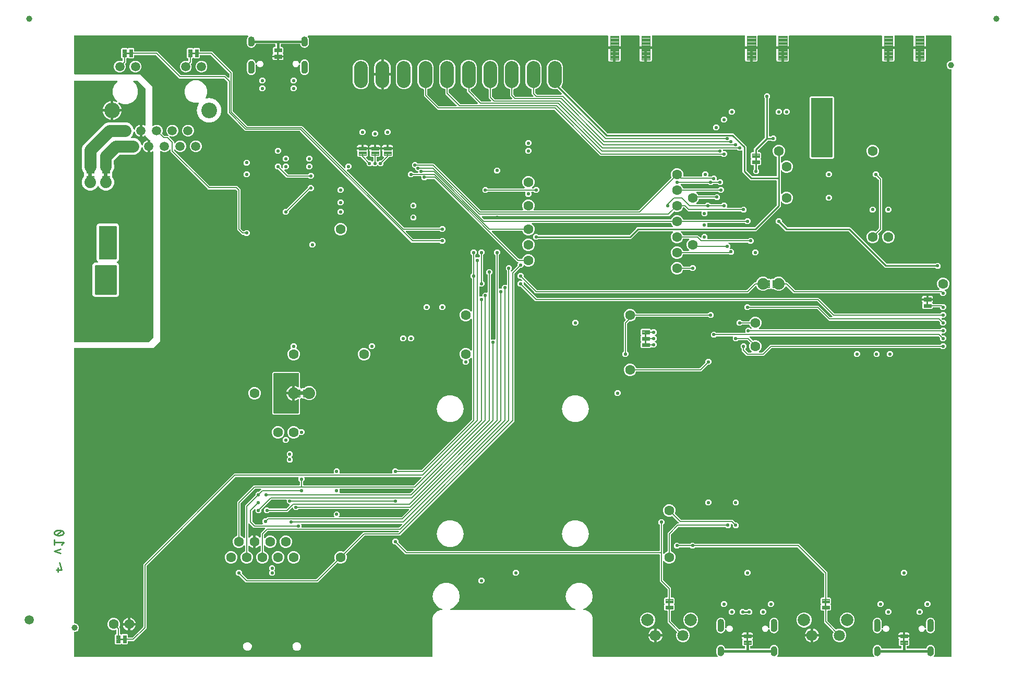
<source format=gbl>
G04 EAGLE Gerber RS-274X export*
G75*
%MOMM*%
%FSLAX34Y34*%
%LPD*%
%INBottom Copper*%
%IPPOS*%
%AMOC8*
5,1,8,0,0,1.08239X$1,22.5*%
G01*
%ADD10C,0.279400*%
%ADD11C,1.000000*%
%ADD12C,0.654000*%
%ADD13C,0.099059*%
%ADD14C,1.600000*%
%ADD15C,0.105000*%
%ADD16C,2.550000*%
%ADD17C,1.500000*%
%ADD18C,0.101600*%
%ADD19C,1.879600*%
%ADD20C,1.800000*%
%ADD21C,2.000000*%
%ADD22C,2.200000*%
%ADD23C,0.554000*%
%ADD24C,0.152400*%
%ADD25C,0.406400*%
%ADD26C,0.266700*%
%ADD27C,0.254000*%
%ADD28C,1.905000*%
%ADD29C,1.828800*%
%ADD30C,0.609600*%

G36*
X627819Y3057D02*
X627819Y3057D01*
X627877Y3055D01*
X627959Y3077D01*
X628043Y3089D01*
X628096Y3112D01*
X628152Y3127D01*
X628225Y3170D01*
X628302Y3205D01*
X628347Y3243D01*
X628397Y3272D01*
X628455Y3334D01*
X628519Y3388D01*
X628551Y3437D01*
X628591Y3480D01*
X628630Y3555D01*
X628677Y3625D01*
X628694Y3681D01*
X628721Y3733D01*
X628732Y3801D01*
X628762Y3896D01*
X628765Y3996D01*
X628776Y4064D01*
X628776Y66633D01*
X631174Y72421D01*
X635604Y76851D01*
X641392Y79249D01*
X643400Y79249D01*
X643507Y79264D01*
X643614Y79272D01*
X643647Y79284D01*
X643681Y79289D01*
X643780Y79333D01*
X643881Y79370D01*
X643909Y79391D01*
X643941Y79405D01*
X644023Y79475D01*
X644110Y79538D01*
X644131Y79566D01*
X644158Y79588D01*
X644217Y79678D01*
X644283Y79764D01*
X644296Y79796D01*
X644315Y79825D01*
X644348Y79928D01*
X644387Y80028D01*
X644391Y80063D01*
X644401Y80096D01*
X644404Y80204D01*
X644414Y80311D01*
X644408Y80346D01*
X644408Y80380D01*
X644381Y80485D01*
X644361Y80591D01*
X644345Y80622D01*
X644337Y80655D01*
X644282Y80748D01*
X644233Y80844D01*
X644209Y80870D01*
X644191Y80900D01*
X644113Y80974D01*
X644039Y81053D01*
X644012Y81068D01*
X643984Y81094D01*
X643793Y81192D01*
X643747Y81218D01*
X639913Y82613D01*
X634080Y87508D01*
X630273Y94102D01*
X628951Y101600D01*
X630273Y109098D01*
X634080Y115692D01*
X639913Y120587D01*
X647068Y123191D01*
X654682Y123191D01*
X661837Y120587D01*
X667670Y115692D01*
X671477Y109098D01*
X672799Y101600D01*
X671477Y94102D01*
X667670Y87508D01*
X661837Y82613D01*
X658003Y81218D01*
X657908Y81167D01*
X657809Y81123D01*
X657783Y81101D01*
X657752Y81084D01*
X657675Y81009D01*
X657592Y80939D01*
X657573Y80911D01*
X657548Y80886D01*
X657494Y80793D01*
X657435Y80703D01*
X657424Y80670D01*
X657407Y80640D01*
X657381Y80535D01*
X657349Y80432D01*
X657348Y80397D01*
X657340Y80363D01*
X657344Y80256D01*
X657342Y80148D01*
X657350Y80114D01*
X657352Y80079D01*
X657386Y79977D01*
X657413Y79873D01*
X657431Y79843D01*
X657442Y79810D01*
X657504Y79721D01*
X657559Y79628D01*
X657584Y79604D01*
X657604Y79576D01*
X657687Y79507D01*
X657766Y79434D01*
X657797Y79418D01*
X657824Y79396D01*
X657923Y79353D01*
X658019Y79304D01*
X658050Y79299D01*
X658085Y79284D01*
X658298Y79258D01*
X658350Y79249D01*
X859300Y79249D01*
X859407Y79264D01*
X859514Y79272D01*
X859547Y79284D01*
X859581Y79289D01*
X859680Y79333D01*
X859781Y79370D01*
X859809Y79391D01*
X859841Y79405D01*
X859923Y79474D01*
X860010Y79538D01*
X860031Y79566D01*
X860058Y79588D01*
X860117Y79678D01*
X860183Y79764D01*
X860196Y79796D01*
X860215Y79825D01*
X860248Y79928D01*
X860287Y80028D01*
X860291Y80063D01*
X860301Y80096D01*
X860304Y80204D01*
X860314Y80311D01*
X860308Y80346D01*
X860308Y80380D01*
X860281Y80485D01*
X860261Y80591D01*
X860245Y80622D01*
X860237Y80655D01*
X860181Y80748D01*
X860133Y80844D01*
X860109Y80870D01*
X860091Y80900D01*
X860012Y80974D01*
X859939Y81053D01*
X859912Y81068D01*
X859884Y81094D01*
X859693Y81192D01*
X859647Y81218D01*
X855813Y82613D01*
X849980Y87508D01*
X846173Y94102D01*
X844851Y101600D01*
X846173Y109098D01*
X849980Y115692D01*
X855813Y120587D01*
X862968Y123191D01*
X870582Y123191D01*
X877737Y120587D01*
X883570Y115692D01*
X887377Y109098D01*
X888699Y101600D01*
X887377Y94102D01*
X883570Y87508D01*
X877737Y82613D01*
X873903Y81218D01*
X873808Y81167D01*
X873709Y81123D01*
X873683Y81101D01*
X873652Y81084D01*
X873575Y81009D01*
X873492Y80939D01*
X873473Y80911D01*
X873448Y80886D01*
X873394Y80793D01*
X873335Y80703D01*
X873324Y80670D01*
X873307Y80640D01*
X873281Y80535D01*
X873249Y80432D01*
X873248Y80397D01*
X873240Y80363D01*
X873244Y80256D01*
X873242Y80148D01*
X873250Y80114D01*
X873252Y80079D01*
X873286Y79977D01*
X873313Y79873D01*
X873331Y79843D01*
X873342Y79810D01*
X873404Y79721D01*
X873459Y79628D01*
X873484Y79604D01*
X873504Y79576D01*
X873587Y79507D01*
X873666Y79434D01*
X873697Y79418D01*
X873724Y79396D01*
X873823Y79353D01*
X873919Y79304D01*
X873950Y79299D01*
X873985Y79284D01*
X874198Y79258D01*
X874250Y79249D01*
X876258Y79249D01*
X882046Y76851D01*
X886476Y72421D01*
X888874Y66633D01*
X888874Y4064D01*
X888882Y4006D01*
X888880Y3948D01*
X888902Y3866D01*
X888914Y3782D01*
X888937Y3729D01*
X888952Y3673D01*
X888995Y3600D01*
X889030Y3523D01*
X889068Y3478D01*
X889097Y3428D01*
X889159Y3370D01*
X889213Y3306D01*
X889262Y3274D01*
X889305Y3234D01*
X889380Y3195D01*
X889450Y3148D01*
X889506Y3131D01*
X889558Y3104D01*
X889626Y3093D01*
X889721Y3063D01*
X889821Y3060D01*
X889889Y3049D01*
X1090565Y3049D01*
X1090623Y3057D01*
X1090681Y3055D01*
X1090763Y3077D01*
X1090847Y3089D01*
X1090900Y3112D01*
X1090956Y3127D01*
X1091029Y3170D01*
X1091106Y3205D01*
X1091151Y3242D01*
X1091200Y3272D01*
X1091259Y3334D01*
X1091323Y3388D01*
X1091355Y3437D01*
X1091395Y3479D01*
X1091434Y3554D01*
X1091481Y3625D01*
X1091498Y3680D01*
X1091525Y3732D01*
X1091541Y3815D01*
X1091567Y3896D01*
X1091568Y3954D01*
X1091579Y4011D01*
X1091572Y4096D01*
X1091574Y4180D01*
X1091559Y4236D01*
X1091554Y4294D01*
X1091527Y4358D01*
X1091502Y4455D01*
X1091451Y4541D01*
X1091425Y4604D01*
X1091158Y5029D01*
X1091062Y5143D01*
X1091016Y5207D01*
X1090521Y5702D01*
X1090290Y6363D01*
X1090226Y6486D01*
X1090221Y6496D01*
X1090191Y6568D01*
X1089818Y7161D01*
X1089740Y7857D01*
X1089703Y8002D01*
X1089689Y8079D01*
X1089512Y8585D01*
X1089518Y8621D01*
X1089548Y8715D01*
X1089551Y8816D01*
X1089562Y8884D01*
X1089562Y9376D01*
X1089553Y9440D01*
X1089556Y9490D01*
X1089473Y10225D01*
X1089485Y10246D01*
X1089493Y10276D01*
X1089507Y10303D01*
X1089520Y10380D01*
X1089556Y10521D01*
X1089554Y10585D01*
X1089562Y10634D01*
X1089562Y14466D01*
X1089558Y14496D01*
X1089560Y14527D01*
X1089538Y14637D01*
X1089522Y14747D01*
X1089510Y14775D01*
X1089504Y14806D01*
X1089472Y14863D01*
X1089556Y15610D01*
X1089554Y15675D01*
X1089562Y15724D01*
X1089562Y16216D01*
X1089554Y16275D01*
X1089555Y16334D01*
X1089536Y16400D01*
X1089522Y16497D01*
X1089513Y16518D01*
X1089689Y17021D01*
X1089718Y17167D01*
X1089740Y17243D01*
X1089818Y17939D01*
X1090191Y18532D01*
X1090252Y18668D01*
X1090290Y18737D01*
X1090521Y19398D01*
X1091016Y19893D01*
X1091106Y20013D01*
X1091158Y20071D01*
X1091531Y20664D01*
X1092124Y21037D01*
X1092238Y21133D01*
X1092302Y21179D01*
X1092797Y21674D01*
X1093458Y21905D01*
X1093591Y21974D01*
X1093663Y22004D01*
X1094256Y22377D01*
X1094952Y22455D01*
X1095097Y22492D01*
X1095174Y22506D01*
X1095835Y22737D01*
X1096531Y22659D01*
X1096681Y22663D01*
X1096759Y22659D01*
X1097455Y22737D01*
X1098116Y22506D01*
X1098262Y22477D01*
X1098338Y22455D01*
X1099034Y22377D01*
X1099627Y22004D01*
X1099763Y21943D01*
X1099832Y21905D01*
X1100493Y21674D01*
X1100988Y21179D01*
X1101108Y21089D01*
X1101166Y21037D01*
X1101759Y20664D01*
X1102132Y20071D01*
X1102228Y19957D01*
X1102274Y19893D01*
X1102769Y19398D01*
X1103000Y18737D01*
X1103069Y18604D01*
X1103099Y18532D01*
X1103472Y17939D01*
X1103519Y17516D01*
X1103520Y17515D01*
X1103520Y17514D01*
X1103555Y17379D01*
X1103590Y17241D01*
X1103591Y17240D01*
X1103591Y17239D01*
X1103661Y17122D01*
X1103735Y16996D01*
X1103736Y16995D01*
X1103737Y16994D01*
X1103841Y16897D01*
X1103942Y16801D01*
X1103943Y16801D01*
X1103944Y16800D01*
X1104072Y16734D01*
X1104195Y16671D01*
X1104196Y16671D01*
X1104197Y16670D01*
X1104210Y16668D01*
X1104474Y16616D01*
X1104504Y16619D01*
X1104528Y16615D01*
X1134745Y16615D01*
X1134803Y16623D01*
X1134861Y16621D01*
X1134943Y16643D01*
X1135027Y16655D01*
X1135080Y16678D01*
X1135136Y16693D01*
X1135209Y16736D01*
X1135286Y16771D01*
X1135331Y16809D01*
X1135381Y16838D01*
X1135439Y16900D01*
X1135503Y16954D01*
X1135535Y17003D01*
X1135575Y17046D01*
X1135614Y17121D01*
X1135661Y17191D01*
X1135678Y17247D01*
X1135705Y17299D01*
X1135716Y17367D01*
X1135746Y17462D01*
X1135749Y17562D01*
X1135760Y17630D01*
X1135760Y20193D01*
X1135752Y20251D01*
X1135754Y20309D01*
X1135732Y20391D01*
X1135720Y20475D01*
X1135697Y20528D01*
X1135682Y20584D01*
X1135639Y20657D01*
X1135604Y20734D01*
X1135566Y20779D01*
X1135537Y20829D01*
X1135475Y20887D01*
X1135421Y20951D01*
X1135372Y20983D01*
X1135329Y21023D01*
X1135254Y21062D01*
X1135184Y21109D01*
X1135128Y21126D01*
X1135076Y21153D01*
X1135008Y21164D01*
X1134913Y21194D01*
X1134813Y21197D01*
X1134745Y21208D01*
X1132923Y21208D01*
X1131442Y22689D01*
X1131442Y30397D01*
X1131718Y30673D01*
X1131753Y30720D01*
X1131796Y30760D01*
X1131839Y30833D01*
X1131889Y30900D01*
X1131910Y30955D01*
X1131940Y31005D01*
X1131960Y31087D01*
X1131990Y31166D01*
X1131995Y31224D01*
X1132010Y31281D01*
X1132007Y31365D01*
X1132014Y31449D01*
X1132002Y31506D01*
X1132001Y31565D01*
X1131975Y31645D01*
X1131958Y31728D01*
X1131931Y31780D01*
X1131913Y31835D01*
X1131873Y31891D01*
X1131827Y31980D01*
X1131758Y32053D01*
X1131718Y32109D01*
X1131541Y32286D01*
X1131141Y32978D01*
X1130934Y33751D01*
X1130934Y35307D01*
X1138492Y35307D01*
X1138492Y24765D01*
X1138504Y24746D01*
X1138508Y24724D01*
X1138523Y24717D01*
X1138529Y24708D01*
X1138539Y24709D01*
X1138555Y24702D01*
X1141095Y24702D01*
X1141114Y24714D01*
X1141136Y24718D01*
X1141143Y24733D01*
X1141152Y24739D01*
X1141151Y24749D01*
X1141158Y24765D01*
X1141158Y35307D01*
X1148716Y35307D01*
X1148716Y33751D01*
X1148509Y32978D01*
X1148109Y32286D01*
X1147932Y32109D01*
X1147897Y32062D01*
X1147854Y32022D01*
X1147811Y31949D01*
X1147761Y31882D01*
X1147740Y31827D01*
X1147710Y31776D01*
X1147690Y31695D01*
X1147660Y31616D01*
X1147655Y31558D01*
X1147640Y31501D01*
X1147643Y31417D01*
X1147636Y31333D01*
X1147648Y31275D01*
X1147649Y31217D01*
X1147675Y31136D01*
X1147692Y31054D01*
X1147719Y31002D01*
X1147737Y30946D01*
X1147777Y30890D01*
X1147823Y30801D01*
X1147892Y30729D01*
X1147932Y30673D01*
X1148208Y30397D01*
X1148208Y22689D01*
X1146727Y21208D01*
X1144905Y21208D01*
X1144847Y21200D01*
X1144789Y21202D01*
X1144707Y21180D01*
X1144623Y21168D01*
X1144570Y21145D01*
X1144514Y21130D01*
X1144441Y21087D01*
X1144364Y21052D01*
X1144319Y21014D01*
X1144269Y20985D01*
X1144211Y20923D01*
X1144147Y20869D01*
X1144115Y20820D01*
X1144075Y20777D01*
X1144036Y20702D01*
X1143989Y20632D01*
X1143972Y20576D01*
X1143945Y20524D01*
X1143934Y20456D01*
X1143904Y20361D01*
X1143901Y20261D01*
X1143890Y20193D01*
X1143890Y17630D01*
X1143898Y17572D01*
X1143896Y17514D01*
X1143918Y17432D01*
X1143930Y17348D01*
X1143953Y17295D01*
X1143968Y17239D01*
X1144011Y17166D01*
X1144046Y17089D01*
X1144084Y17044D01*
X1144113Y16994D01*
X1144175Y16936D01*
X1144229Y16872D01*
X1144278Y16840D01*
X1144321Y16800D01*
X1144396Y16761D01*
X1144466Y16714D01*
X1144522Y16697D01*
X1144574Y16670D01*
X1144642Y16659D01*
X1144737Y16629D01*
X1144837Y16626D01*
X1144905Y16615D01*
X1175122Y16615D01*
X1175123Y16615D01*
X1175124Y16615D01*
X1175268Y16635D01*
X1175403Y16655D01*
X1175404Y16655D01*
X1175406Y16655D01*
X1175534Y16713D01*
X1175663Y16771D01*
X1175664Y16772D01*
X1175665Y16772D01*
X1175777Y16868D01*
X1175880Y16954D01*
X1175880Y16956D01*
X1175881Y16956D01*
X1175959Y17074D01*
X1176037Y17191D01*
X1176038Y17192D01*
X1176038Y17194D01*
X1176042Y17205D01*
X1176123Y17462D01*
X1176124Y17492D01*
X1176131Y17516D01*
X1176178Y17939D01*
X1176551Y18532D01*
X1176612Y18668D01*
X1176650Y18737D01*
X1176881Y19398D01*
X1177376Y19893D01*
X1177466Y20012D01*
X1177518Y20071D01*
X1177891Y20664D01*
X1178484Y21037D01*
X1178598Y21133D01*
X1178662Y21179D01*
X1179157Y21674D01*
X1179818Y21905D01*
X1179951Y21974D01*
X1180023Y22004D01*
X1180616Y22377D01*
X1181312Y22455D01*
X1181457Y22492D01*
X1181534Y22506D01*
X1182195Y22737D01*
X1182891Y22659D01*
X1183041Y22663D01*
X1183119Y22659D01*
X1183815Y22737D01*
X1184476Y22506D01*
X1184622Y22477D01*
X1184698Y22455D01*
X1185394Y22377D01*
X1185987Y22004D01*
X1186123Y21943D01*
X1186192Y21905D01*
X1186853Y21674D01*
X1187348Y21179D01*
X1187467Y21089D01*
X1187526Y21037D01*
X1188119Y20664D01*
X1188492Y20071D01*
X1188588Y19957D01*
X1188634Y19893D01*
X1189129Y19398D01*
X1189360Y18737D01*
X1189429Y18604D01*
X1189459Y18532D01*
X1189832Y17939D01*
X1189910Y17243D01*
X1189947Y17098D01*
X1189961Y17021D01*
X1190138Y16515D01*
X1190132Y16479D01*
X1190102Y16385D01*
X1190099Y16284D01*
X1190088Y16216D01*
X1190088Y15724D01*
X1190097Y15660D01*
X1190094Y15610D01*
X1190177Y14875D01*
X1190165Y14854D01*
X1190157Y14824D01*
X1190143Y14797D01*
X1190130Y14720D01*
X1190094Y14579D01*
X1190096Y14515D01*
X1190088Y14466D01*
X1190088Y10634D01*
X1190092Y10604D01*
X1190090Y10573D01*
X1190112Y10463D01*
X1190128Y10353D01*
X1190140Y10325D01*
X1190146Y10294D01*
X1190178Y10237D01*
X1190094Y9490D01*
X1190096Y9425D01*
X1190088Y9376D01*
X1190088Y8884D01*
X1190096Y8825D01*
X1190095Y8766D01*
X1190114Y8700D01*
X1190128Y8603D01*
X1190137Y8582D01*
X1189961Y8079D01*
X1189932Y7933D01*
X1189910Y7857D01*
X1189832Y7161D01*
X1189459Y6568D01*
X1189398Y6432D01*
X1189360Y6363D01*
X1189129Y5702D01*
X1188634Y5207D01*
X1188544Y5088D01*
X1188492Y5029D01*
X1188225Y4604D01*
X1188201Y4551D01*
X1188169Y4503D01*
X1188144Y4422D01*
X1188109Y4345D01*
X1188101Y4287D01*
X1188083Y4232D01*
X1188081Y4147D01*
X1188069Y4063D01*
X1188078Y4006D01*
X1188076Y3948D01*
X1188098Y3866D01*
X1188109Y3782D01*
X1188133Y3729D01*
X1188148Y3673D01*
X1188191Y3600D01*
X1188226Y3522D01*
X1188264Y3478D01*
X1188293Y3428D01*
X1188355Y3370D01*
X1188410Y3305D01*
X1188458Y3273D01*
X1188500Y3234D01*
X1188576Y3195D01*
X1188647Y3148D01*
X1188702Y3131D01*
X1188754Y3104D01*
X1188822Y3093D01*
X1188918Y3063D01*
X1189017Y3060D01*
X1189085Y3049D01*
X1344565Y3049D01*
X1344623Y3057D01*
X1344681Y3055D01*
X1344763Y3077D01*
X1344847Y3089D01*
X1344900Y3112D01*
X1344956Y3127D01*
X1345029Y3170D01*
X1345106Y3205D01*
X1345151Y3242D01*
X1345200Y3272D01*
X1345258Y3334D01*
X1345323Y3388D01*
X1345355Y3437D01*
X1345395Y3479D01*
X1345434Y3554D01*
X1345481Y3625D01*
X1345498Y3681D01*
X1345525Y3732D01*
X1345541Y3815D01*
X1345567Y3896D01*
X1345568Y3954D01*
X1345579Y4011D01*
X1345572Y4096D01*
X1345574Y4180D01*
X1345559Y4236D01*
X1345554Y4294D01*
X1345527Y4358D01*
X1345502Y4455D01*
X1345452Y4541D01*
X1345425Y4604D01*
X1345158Y5029D01*
X1345062Y5143D01*
X1345016Y5207D01*
X1344521Y5702D01*
X1344290Y6363D01*
X1344226Y6486D01*
X1344221Y6496D01*
X1344191Y6568D01*
X1343818Y7161D01*
X1343740Y7857D01*
X1343703Y8002D01*
X1343689Y8079D01*
X1343512Y8585D01*
X1343518Y8621D01*
X1343548Y8715D01*
X1343551Y8816D01*
X1343562Y8884D01*
X1343562Y9376D01*
X1343553Y9440D01*
X1343556Y9490D01*
X1343473Y10225D01*
X1343485Y10246D01*
X1343493Y10276D01*
X1343507Y10303D01*
X1343520Y10380D01*
X1343556Y10521D01*
X1343554Y10585D01*
X1343562Y10634D01*
X1343562Y14466D01*
X1343558Y14496D01*
X1343560Y14527D01*
X1343538Y14637D01*
X1343522Y14747D01*
X1343510Y14775D01*
X1343504Y14806D01*
X1343472Y14863D01*
X1343556Y15610D01*
X1343554Y15675D01*
X1343562Y15724D01*
X1343562Y16216D01*
X1343554Y16275D01*
X1343555Y16334D01*
X1343536Y16400D01*
X1343522Y16497D01*
X1343513Y16518D01*
X1343689Y17021D01*
X1343718Y17167D01*
X1343740Y17243D01*
X1343818Y17939D01*
X1344191Y18532D01*
X1344252Y18668D01*
X1344290Y18737D01*
X1344521Y19398D01*
X1345016Y19893D01*
X1345106Y20012D01*
X1345158Y20071D01*
X1345531Y20664D01*
X1346124Y21037D01*
X1346238Y21133D01*
X1346302Y21179D01*
X1346797Y21674D01*
X1347458Y21905D01*
X1347591Y21974D01*
X1347663Y22004D01*
X1348256Y22377D01*
X1348952Y22455D01*
X1349097Y22492D01*
X1349174Y22506D01*
X1349835Y22737D01*
X1350531Y22659D01*
X1350681Y22663D01*
X1350759Y22659D01*
X1351455Y22737D01*
X1352116Y22506D01*
X1352262Y22477D01*
X1352338Y22455D01*
X1353034Y22377D01*
X1353627Y22004D01*
X1353763Y21943D01*
X1353832Y21905D01*
X1354493Y21674D01*
X1354988Y21179D01*
X1355107Y21089D01*
X1355166Y21037D01*
X1355759Y20664D01*
X1356132Y20071D01*
X1356228Y19957D01*
X1356274Y19893D01*
X1356769Y19398D01*
X1357000Y18737D01*
X1357069Y18604D01*
X1357099Y18532D01*
X1357472Y17939D01*
X1357502Y17666D01*
X1357503Y17665D01*
X1357503Y17664D01*
X1357537Y17532D01*
X1357573Y17391D01*
X1357574Y17390D01*
X1357575Y17389D01*
X1357646Y17268D01*
X1357718Y17146D01*
X1357719Y17145D01*
X1357720Y17144D01*
X1357825Y17046D01*
X1357925Y16951D01*
X1357926Y16951D01*
X1357927Y16950D01*
X1358058Y16883D01*
X1358178Y16821D01*
X1358179Y16821D01*
X1358180Y16820D01*
X1358194Y16818D01*
X1358457Y16766D01*
X1358487Y16769D01*
X1358511Y16765D01*
X1388745Y16765D01*
X1388803Y16773D01*
X1388861Y16771D01*
X1388943Y16793D01*
X1389027Y16805D01*
X1389080Y16828D01*
X1389136Y16843D01*
X1389209Y16886D01*
X1389286Y16921D01*
X1389331Y16959D01*
X1389381Y16988D01*
X1389439Y17050D01*
X1389503Y17104D01*
X1389535Y17153D01*
X1389575Y17196D01*
X1389614Y17271D01*
X1389661Y17341D01*
X1389678Y17397D01*
X1389705Y17449D01*
X1389716Y17517D01*
X1389746Y17612D01*
X1389749Y17712D01*
X1389760Y17780D01*
X1389760Y20193D01*
X1389752Y20251D01*
X1389754Y20309D01*
X1389732Y20391D01*
X1389720Y20475D01*
X1389697Y20528D01*
X1389682Y20584D01*
X1389639Y20657D01*
X1389604Y20734D01*
X1389566Y20779D01*
X1389537Y20829D01*
X1389475Y20887D01*
X1389421Y20951D01*
X1389372Y20983D01*
X1389329Y21023D01*
X1389254Y21062D01*
X1389184Y21109D01*
X1389128Y21126D01*
X1389076Y21153D01*
X1389008Y21164D01*
X1388913Y21194D01*
X1388813Y21197D01*
X1388745Y21208D01*
X1386923Y21208D01*
X1385442Y22689D01*
X1385442Y30397D01*
X1385718Y30673D01*
X1385753Y30720D01*
X1385796Y30760D01*
X1385839Y30833D01*
X1385889Y30900D01*
X1385910Y30955D01*
X1385940Y31005D01*
X1385960Y31087D01*
X1385990Y31166D01*
X1385995Y31224D01*
X1386010Y31281D01*
X1386007Y31365D01*
X1386014Y31449D01*
X1386002Y31506D01*
X1386001Y31565D01*
X1385975Y31645D01*
X1385958Y31728D01*
X1385931Y31780D01*
X1385913Y31835D01*
X1385873Y31892D01*
X1385827Y31980D01*
X1385758Y32052D01*
X1385718Y32109D01*
X1385541Y32286D01*
X1385141Y32978D01*
X1384934Y33751D01*
X1384934Y35307D01*
X1392492Y35307D01*
X1392492Y24765D01*
X1392504Y24746D01*
X1392508Y24724D01*
X1392523Y24717D01*
X1392529Y24708D01*
X1392539Y24709D01*
X1392555Y24702D01*
X1395095Y24702D01*
X1395114Y24714D01*
X1395136Y24718D01*
X1395143Y24733D01*
X1395152Y24739D01*
X1395151Y24749D01*
X1395158Y24765D01*
X1395158Y35307D01*
X1402716Y35307D01*
X1402716Y33751D01*
X1402509Y32978D01*
X1402109Y32286D01*
X1401932Y32109D01*
X1401897Y32062D01*
X1401854Y32022D01*
X1401811Y31949D01*
X1401761Y31882D01*
X1401740Y31827D01*
X1401710Y31776D01*
X1401690Y31695D01*
X1401660Y31616D01*
X1401655Y31558D01*
X1401640Y31501D01*
X1401643Y31417D01*
X1401636Y31333D01*
X1401648Y31275D01*
X1401649Y31217D01*
X1401675Y31136D01*
X1401692Y31054D01*
X1401719Y31002D01*
X1401737Y30946D01*
X1401777Y30890D01*
X1401823Y30801D01*
X1401892Y30729D01*
X1401932Y30673D01*
X1402208Y30397D01*
X1402208Y22689D01*
X1400727Y21208D01*
X1398905Y21208D01*
X1398847Y21200D01*
X1398789Y21202D01*
X1398707Y21180D01*
X1398623Y21168D01*
X1398570Y21145D01*
X1398514Y21130D01*
X1398441Y21087D01*
X1398364Y21052D01*
X1398319Y21014D01*
X1398269Y20985D01*
X1398211Y20923D01*
X1398147Y20869D01*
X1398115Y20820D01*
X1398075Y20777D01*
X1398036Y20702D01*
X1397989Y20632D01*
X1397972Y20576D01*
X1397945Y20524D01*
X1397934Y20456D01*
X1397904Y20361D01*
X1397901Y20261D01*
X1397890Y20193D01*
X1397890Y17630D01*
X1397898Y17572D01*
X1397896Y17514D01*
X1397918Y17432D01*
X1397930Y17348D01*
X1397953Y17295D01*
X1397968Y17239D01*
X1398011Y17166D01*
X1398046Y17089D01*
X1398084Y17044D01*
X1398113Y16994D01*
X1398175Y16936D01*
X1398229Y16872D01*
X1398278Y16840D01*
X1398321Y16800D01*
X1398396Y16761D01*
X1398466Y16714D01*
X1398522Y16697D01*
X1398574Y16670D01*
X1398642Y16659D01*
X1398737Y16629D01*
X1398837Y16626D01*
X1398905Y16615D01*
X1429122Y16615D01*
X1429123Y16615D01*
X1429125Y16615D01*
X1429265Y16635D01*
X1429403Y16655D01*
X1429405Y16655D01*
X1429406Y16655D01*
X1429534Y16713D01*
X1429663Y16771D01*
X1429664Y16772D01*
X1429665Y16772D01*
X1429776Y16867D01*
X1429880Y16954D01*
X1429880Y16956D01*
X1429882Y16956D01*
X1429961Y17077D01*
X1430037Y17191D01*
X1430038Y17192D01*
X1430038Y17194D01*
X1430042Y17206D01*
X1430123Y17462D01*
X1430124Y17492D01*
X1430131Y17516D01*
X1430178Y17939D01*
X1430551Y18532D01*
X1430612Y18668D01*
X1430650Y18737D01*
X1430881Y19398D01*
X1431376Y19893D01*
X1431466Y20013D01*
X1431518Y20071D01*
X1431891Y20664D01*
X1432484Y21037D01*
X1432598Y21133D01*
X1432662Y21179D01*
X1433157Y21674D01*
X1433818Y21905D01*
X1433951Y21974D01*
X1434023Y22004D01*
X1434616Y22377D01*
X1435312Y22455D01*
X1435457Y22492D01*
X1435534Y22506D01*
X1436195Y22737D01*
X1436891Y22659D01*
X1437041Y22663D01*
X1437119Y22659D01*
X1437815Y22737D01*
X1438476Y22506D01*
X1438622Y22477D01*
X1438698Y22455D01*
X1439394Y22377D01*
X1439987Y22004D01*
X1440123Y21943D01*
X1440192Y21905D01*
X1440853Y21674D01*
X1441348Y21179D01*
X1441468Y21089D01*
X1441526Y21037D01*
X1442119Y20664D01*
X1442492Y20071D01*
X1442588Y19957D01*
X1442634Y19893D01*
X1443129Y19398D01*
X1443360Y18737D01*
X1443429Y18604D01*
X1443459Y18532D01*
X1443832Y17939D01*
X1443910Y17243D01*
X1443947Y17098D01*
X1443961Y17021D01*
X1444138Y16515D01*
X1444132Y16479D01*
X1444102Y16385D01*
X1444099Y16284D01*
X1444088Y16216D01*
X1444088Y15724D01*
X1444097Y15660D01*
X1444094Y15610D01*
X1444177Y14875D01*
X1444165Y14854D01*
X1444157Y14824D01*
X1444143Y14797D01*
X1444130Y14720D01*
X1444094Y14579D01*
X1444096Y14515D01*
X1444088Y14466D01*
X1444088Y10634D01*
X1444092Y10604D01*
X1444090Y10573D01*
X1444112Y10463D01*
X1444128Y10353D01*
X1444140Y10325D01*
X1444146Y10294D01*
X1444178Y10237D01*
X1444094Y9490D01*
X1444096Y9425D01*
X1444088Y9376D01*
X1444088Y8884D01*
X1444096Y8825D01*
X1444095Y8766D01*
X1444114Y8700D01*
X1444128Y8603D01*
X1444137Y8582D01*
X1443961Y8079D01*
X1443932Y7933D01*
X1443910Y7857D01*
X1443832Y7161D01*
X1443459Y6568D01*
X1443398Y6432D01*
X1443360Y6363D01*
X1443129Y5702D01*
X1442634Y5207D01*
X1442544Y5088D01*
X1442492Y5029D01*
X1442225Y4604D01*
X1442201Y4551D01*
X1442169Y4503D01*
X1442144Y4422D01*
X1442109Y4345D01*
X1442101Y4287D01*
X1442083Y4232D01*
X1442081Y4147D01*
X1442069Y4063D01*
X1442078Y4006D01*
X1442076Y3948D01*
X1442098Y3866D01*
X1442109Y3782D01*
X1442133Y3729D01*
X1442148Y3673D01*
X1442191Y3600D01*
X1442226Y3522D01*
X1442264Y3478D01*
X1442293Y3428D01*
X1442355Y3370D01*
X1442410Y3305D01*
X1442458Y3273D01*
X1442500Y3234D01*
X1442576Y3195D01*
X1442647Y3148D01*
X1442702Y3131D01*
X1442754Y3104D01*
X1442822Y3093D01*
X1442918Y3063D01*
X1443017Y3060D01*
X1443085Y3049D01*
X1470025Y3049D01*
X1470083Y3057D01*
X1470141Y3055D01*
X1470223Y3077D01*
X1470307Y3089D01*
X1470360Y3112D01*
X1470416Y3127D01*
X1470489Y3170D01*
X1470566Y3205D01*
X1470611Y3243D01*
X1470661Y3272D01*
X1470719Y3334D01*
X1470783Y3388D01*
X1470815Y3437D01*
X1470855Y3480D01*
X1470894Y3555D01*
X1470941Y3625D01*
X1470958Y3681D01*
X1470985Y3733D01*
X1470996Y3801D01*
X1471026Y3896D01*
X1471029Y3996D01*
X1471040Y4064D01*
X1471040Y957152D01*
X1471032Y957210D01*
X1471034Y957268D01*
X1471012Y957350D01*
X1471000Y957434D01*
X1470977Y957487D01*
X1470962Y957543D01*
X1470919Y957616D01*
X1470884Y957693D01*
X1470846Y957738D01*
X1470817Y957788D01*
X1470755Y957846D01*
X1470701Y957910D01*
X1470652Y957942D01*
X1470609Y957982D01*
X1470534Y958021D01*
X1470464Y958068D01*
X1470408Y958085D01*
X1470356Y958112D01*
X1470288Y958123D01*
X1470193Y958153D01*
X1470093Y958156D01*
X1470025Y958167D01*
X1468626Y958167D01*
X1466041Y959238D01*
X1464063Y961216D01*
X1462992Y963801D01*
X1462992Y966599D01*
X1464063Y969184D01*
X1466041Y971162D01*
X1468626Y972233D01*
X1470025Y972233D01*
X1470083Y972241D01*
X1470141Y972239D01*
X1470223Y972261D01*
X1470307Y972273D01*
X1470360Y972296D01*
X1470416Y972311D01*
X1470489Y972354D01*
X1470566Y972389D01*
X1470611Y972427D01*
X1470661Y972456D01*
X1470719Y972518D01*
X1470783Y972572D01*
X1470815Y972621D01*
X1470855Y972664D01*
X1470894Y972739D01*
X1470941Y972809D01*
X1470958Y972865D01*
X1470985Y972917D01*
X1470996Y972985D01*
X1471026Y973080D01*
X1471029Y973180D01*
X1471040Y973248D01*
X1471040Y1011936D01*
X1471032Y1011994D01*
X1471034Y1012052D01*
X1471012Y1012134D01*
X1471000Y1012218D01*
X1470977Y1012271D01*
X1470962Y1012327D01*
X1470919Y1012400D01*
X1470884Y1012477D01*
X1470846Y1012522D01*
X1470817Y1012572D01*
X1470755Y1012630D01*
X1470701Y1012694D01*
X1470652Y1012726D01*
X1470609Y1012766D01*
X1470534Y1012805D01*
X1470464Y1012852D01*
X1470408Y1012869D01*
X1470356Y1012896D01*
X1470288Y1012907D01*
X1470193Y1012937D01*
X1470093Y1012940D01*
X1470025Y1012951D01*
X1430281Y1012951D01*
X1430223Y1012943D01*
X1430165Y1012945D01*
X1430083Y1012923D01*
X1429999Y1012911D01*
X1429946Y1012888D01*
X1429890Y1012873D01*
X1429817Y1012830D01*
X1429740Y1012795D01*
X1429695Y1012757D01*
X1429645Y1012728D01*
X1429587Y1012666D01*
X1429523Y1012612D01*
X1429491Y1012563D01*
X1429451Y1012520D01*
X1429412Y1012445D01*
X1429365Y1012375D01*
X1429348Y1012319D01*
X1429321Y1012267D01*
X1429310Y1012199D01*
X1429280Y1012104D01*
X1429277Y1012004D01*
X1429266Y1011936D01*
X1429266Y995171D01*
X1420241Y995171D01*
X1420183Y995163D01*
X1420125Y995164D01*
X1420043Y995143D01*
X1419960Y995131D01*
X1419906Y995107D01*
X1419850Y995093D01*
X1419777Y995050D01*
X1419700Y995015D01*
X1419656Y994977D01*
X1419605Y994947D01*
X1419548Y994886D01*
X1419483Y994831D01*
X1419451Y994783D01*
X1419411Y994740D01*
X1419372Y994665D01*
X1419326Y994595D01*
X1419308Y994539D01*
X1419281Y994487D01*
X1419270Y994419D01*
X1419240Y994324D01*
X1419237Y994224D01*
X1419226Y994156D01*
X1419226Y993139D01*
X1419224Y993139D01*
X1419224Y994156D01*
X1419216Y994214D01*
X1419217Y994272D01*
X1419196Y994354D01*
X1419184Y994437D01*
X1419160Y994491D01*
X1419146Y994547D01*
X1419103Y994620D01*
X1419068Y994697D01*
X1419030Y994741D01*
X1419000Y994792D01*
X1418939Y994849D01*
X1418884Y994914D01*
X1418836Y994946D01*
X1418793Y994986D01*
X1418718Y995025D01*
X1418648Y995071D01*
X1418592Y995089D01*
X1418540Y995116D01*
X1418472Y995127D01*
X1418377Y995157D01*
X1418277Y995160D01*
X1418209Y995171D01*
X1409184Y995171D01*
X1409184Y1011936D01*
X1409176Y1011994D01*
X1409178Y1012052D01*
X1409156Y1012134D01*
X1409144Y1012218D01*
X1409121Y1012271D01*
X1409106Y1012327D01*
X1409063Y1012400D01*
X1409028Y1012477D01*
X1408990Y1012522D01*
X1408961Y1012572D01*
X1408899Y1012630D01*
X1408845Y1012694D01*
X1408796Y1012726D01*
X1408753Y1012766D01*
X1408678Y1012805D01*
X1408608Y1012852D01*
X1408552Y1012869D01*
X1408500Y1012896D01*
X1408432Y1012907D01*
X1408337Y1012937D01*
X1408237Y1012940D01*
X1408169Y1012951D01*
X1379481Y1012951D01*
X1379423Y1012943D01*
X1379365Y1012945D01*
X1379283Y1012923D01*
X1379199Y1012911D01*
X1379146Y1012888D01*
X1379090Y1012873D01*
X1379017Y1012830D01*
X1378940Y1012795D01*
X1378895Y1012757D01*
X1378845Y1012728D01*
X1378787Y1012666D01*
X1378723Y1012612D01*
X1378691Y1012563D01*
X1378651Y1012520D01*
X1378612Y1012445D01*
X1378565Y1012375D01*
X1378548Y1012319D01*
X1378521Y1012267D01*
X1378510Y1012199D01*
X1378480Y1012104D01*
X1378477Y1012004D01*
X1378466Y1011936D01*
X1378466Y995171D01*
X1369441Y995171D01*
X1369383Y995163D01*
X1369325Y995164D01*
X1369243Y995143D01*
X1369160Y995131D01*
X1369106Y995107D01*
X1369050Y995093D01*
X1368977Y995050D01*
X1368900Y995015D01*
X1368856Y994977D01*
X1368805Y994947D01*
X1368748Y994886D01*
X1368683Y994831D01*
X1368651Y994783D01*
X1368611Y994740D01*
X1368572Y994665D01*
X1368526Y994595D01*
X1368508Y994539D01*
X1368481Y994487D01*
X1368470Y994419D01*
X1368440Y994324D01*
X1368437Y994224D01*
X1368426Y994156D01*
X1368426Y993139D01*
X1368424Y993139D01*
X1368424Y994156D01*
X1368416Y994214D01*
X1368417Y994272D01*
X1368396Y994354D01*
X1368384Y994437D01*
X1368360Y994491D01*
X1368346Y994547D01*
X1368303Y994620D01*
X1368268Y994697D01*
X1368230Y994741D01*
X1368200Y994792D01*
X1368139Y994849D01*
X1368084Y994914D01*
X1368036Y994946D01*
X1367993Y994986D01*
X1367918Y995025D01*
X1367848Y995071D01*
X1367792Y995089D01*
X1367740Y995116D01*
X1367672Y995127D01*
X1367577Y995157D01*
X1367477Y995160D01*
X1367409Y995171D01*
X1358384Y995171D01*
X1358384Y1011936D01*
X1358376Y1011994D01*
X1358378Y1012052D01*
X1358356Y1012134D01*
X1358344Y1012218D01*
X1358321Y1012271D01*
X1358306Y1012327D01*
X1358263Y1012400D01*
X1358228Y1012477D01*
X1358190Y1012522D01*
X1358161Y1012572D01*
X1358099Y1012630D01*
X1358045Y1012694D01*
X1357996Y1012726D01*
X1357953Y1012766D01*
X1357878Y1012805D01*
X1357808Y1012852D01*
X1357752Y1012869D01*
X1357700Y1012896D01*
X1357632Y1012907D01*
X1357537Y1012937D01*
X1357437Y1012940D01*
X1357369Y1012951D01*
X1208031Y1012951D01*
X1207973Y1012943D01*
X1207915Y1012945D01*
X1207833Y1012923D01*
X1207749Y1012911D01*
X1207696Y1012888D01*
X1207640Y1012873D01*
X1207567Y1012830D01*
X1207490Y1012795D01*
X1207445Y1012757D01*
X1207395Y1012728D01*
X1207337Y1012666D01*
X1207273Y1012612D01*
X1207241Y1012563D01*
X1207201Y1012520D01*
X1207162Y1012445D01*
X1207115Y1012375D01*
X1207098Y1012319D01*
X1207071Y1012267D01*
X1207060Y1012199D01*
X1207030Y1012104D01*
X1207027Y1012004D01*
X1207016Y1011936D01*
X1207016Y995171D01*
X1197991Y995171D01*
X1197933Y995163D01*
X1197875Y995164D01*
X1197793Y995143D01*
X1197710Y995131D01*
X1197656Y995107D01*
X1197600Y995093D01*
X1197527Y995050D01*
X1197450Y995015D01*
X1197406Y994977D01*
X1197355Y994947D01*
X1197298Y994886D01*
X1197233Y994831D01*
X1197201Y994783D01*
X1197161Y994740D01*
X1197122Y994665D01*
X1197076Y994595D01*
X1197058Y994539D01*
X1197031Y994487D01*
X1197020Y994419D01*
X1196990Y994324D01*
X1196987Y994224D01*
X1196976Y994156D01*
X1196976Y993139D01*
X1196974Y993139D01*
X1196974Y994156D01*
X1196966Y994214D01*
X1196967Y994272D01*
X1196946Y994354D01*
X1196934Y994437D01*
X1196910Y994491D01*
X1196896Y994547D01*
X1196853Y994620D01*
X1196818Y994697D01*
X1196780Y994741D01*
X1196750Y994792D01*
X1196689Y994849D01*
X1196634Y994914D01*
X1196586Y994946D01*
X1196543Y994986D01*
X1196468Y995025D01*
X1196398Y995071D01*
X1196342Y995089D01*
X1196290Y995116D01*
X1196222Y995127D01*
X1196127Y995157D01*
X1196027Y995160D01*
X1195959Y995171D01*
X1186934Y995171D01*
X1186934Y1011936D01*
X1186926Y1011994D01*
X1186928Y1012052D01*
X1186906Y1012134D01*
X1186894Y1012218D01*
X1186871Y1012271D01*
X1186856Y1012327D01*
X1186813Y1012400D01*
X1186778Y1012477D01*
X1186740Y1012522D01*
X1186711Y1012572D01*
X1186649Y1012630D01*
X1186595Y1012694D01*
X1186546Y1012726D01*
X1186503Y1012766D01*
X1186428Y1012805D01*
X1186358Y1012852D01*
X1186302Y1012869D01*
X1186250Y1012896D01*
X1186182Y1012907D01*
X1186087Y1012937D01*
X1185987Y1012940D01*
X1185919Y1012951D01*
X1157231Y1012951D01*
X1157173Y1012943D01*
X1157115Y1012945D01*
X1157033Y1012923D01*
X1156949Y1012911D01*
X1156896Y1012888D01*
X1156840Y1012873D01*
X1156767Y1012830D01*
X1156690Y1012795D01*
X1156645Y1012757D01*
X1156595Y1012728D01*
X1156537Y1012666D01*
X1156473Y1012612D01*
X1156441Y1012563D01*
X1156401Y1012520D01*
X1156362Y1012445D01*
X1156315Y1012375D01*
X1156298Y1012319D01*
X1156271Y1012267D01*
X1156260Y1012199D01*
X1156230Y1012104D01*
X1156227Y1012004D01*
X1156216Y1011936D01*
X1156216Y995171D01*
X1147191Y995171D01*
X1147133Y995163D01*
X1147075Y995164D01*
X1146993Y995143D01*
X1146910Y995131D01*
X1146856Y995107D01*
X1146800Y995093D01*
X1146727Y995050D01*
X1146650Y995015D01*
X1146606Y994977D01*
X1146555Y994947D01*
X1146498Y994886D01*
X1146433Y994831D01*
X1146401Y994783D01*
X1146361Y994740D01*
X1146322Y994665D01*
X1146276Y994595D01*
X1146258Y994539D01*
X1146231Y994487D01*
X1146220Y994419D01*
X1146190Y994324D01*
X1146187Y994224D01*
X1146176Y994156D01*
X1146176Y993139D01*
X1146174Y993139D01*
X1146174Y994156D01*
X1146166Y994214D01*
X1146167Y994272D01*
X1146146Y994354D01*
X1146134Y994437D01*
X1146110Y994491D01*
X1146096Y994547D01*
X1146053Y994620D01*
X1146018Y994697D01*
X1145980Y994741D01*
X1145950Y994792D01*
X1145889Y994849D01*
X1145834Y994914D01*
X1145786Y994946D01*
X1145743Y994986D01*
X1145668Y995025D01*
X1145598Y995071D01*
X1145542Y995089D01*
X1145490Y995116D01*
X1145422Y995127D01*
X1145327Y995157D01*
X1145227Y995160D01*
X1145159Y995171D01*
X1136134Y995171D01*
X1136134Y1011936D01*
X1136126Y1011994D01*
X1136128Y1012052D01*
X1136106Y1012134D01*
X1136094Y1012218D01*
X1136071Y1012271D01*
X1136056Y1012327D01*
X1136013Y1012400D01*
X1135978Y1012477D01*
X1135940Y1012522D01*
X1135911Y1012572D01*
X1135849Y1012630D01*
X1135795Y1012694D01*
X1135746Y1012726D01*
X1135703Y1012766D01*
X1135628Y1012805D01*
X1135558Y1012852D01*
X1135502Y1012869D01*
X1135450Y1012896D01*
X1135382Y1012907D01*
X1135287Y1012937D01*
X1135187Y1012940D01*
X1135119Y1012951D01*
X985781Y1012951D01*
X985723Y1012943D01*
X985665Y1012945D01*
X985583Y1012923D01*
X985499Y1012911D01*
X985446Y1012888D01*
X985390Y1012873D01*
X985317Y1012830D01*
X985240Y1012795D01*
X985195Y1012757D01*
X985145Y1012728D01*
X985087Y1012666D01*
X985023Y1012612D01*
X984991Y1012563D01*
X984951Y1012520D01*
X984912Y1012445D01*
X984865Y1012375D01*
X984848Y1012319D01*
X984821Y1012267D01*
X984810Y1012199D01*
X984780Y1012104D01*
X984777Y1012004D01*
X984766Y1011936D01*
X984766Y995171D01*
X975741Y995171D01*
X975683Y995163D01*
X975625Y995164D01*
X975543Y995143D01*
X975460Y995131D01*
X975406Y995107D01*
X975350Y995093D01*
X975277Y995050D01*
X975200Y995015D01*
X975156Y994977D01*
X975105Y994947D01*
X975048Y994886D01*
X974983Y994831D01*
X974951Y994783D01*
X974911Y994740D01*
X974872Y994665D01*
X974826Y994595D01*
X974808Y994539D01*
X974781Y994487D01*
X974770Y994419D01*
X974740Y994324D01*
X974737Y994224D01*
X974726Y994156D01*
X974726Y993139D01*
X974724Y993139D01*
X974724Y994156D01*
X974716Y994214D01*
X974717Y994272D01*
X974696Y994354D01*
X974684Y994437D01*
X974660Y994491D01*
X974646Y994547D01*
X974603Y994620D01*
X974568Y994697D01*
X974530Y994741D01*
X974500Y994792D01*
X974439Y994849D01*
X974384Y994914D01*
X974336Y994946D01*
X974293Y994986D01*
X974218Y995025D01*
X974148Y995071D01*
X974092Y995089D01*
X974040Y995116D01*
X973972Y995127D01*
X973877Y995157D01*
X973777Y995160D01*
X973709Y995171D01*
X964684Y995171D01*
X964684Y1011936D01*
X964676Y1011994D01*
X964678Y1012052D01*
X964656Y1012134D01*
X964644Y1012218D01*
X964621Y1012271D01*
X964606Y1012327D01*
X964563Y1012400D01*
X964528Y1012477D01*
X964490Y1012522D01*
X964461Y1012572D01*
X964399Y1012630D01*
X964345Y1012694D01*
X964296Y1012726D01*
X964253Y1012766D01*
X964178Y1012805D01*
X964108Y1012852D01*
X964052Y1012869D01*
X964000Y1012896D01*
X963932Y1012907D01*
X963837Y1012937D01*
X963737Y1012940D01*
X963669Y1012951D01*
X934981Y1012951D01*
X934923Y1012943D01*
X934865Y1012945D01*
X934783Y1012923D01*
X934699Y1012911D01*
X934646Y1012888D01*
X934590Y1012873D01*
X934517Y1012830D01*
X934440Y1012795D01*
X934395Y1012757D01*
X934345Y1012728D01*
X934287Y1012666D01*
X934223Y1012612D01*
X934191Y1012563D01*
X934151Y1012520D01*
X934112Y1012445D01*
X934065Y1012375D01*
X934048Y1012319D01*
X934021Y1012267D01*
X934010Y1012199D01*
X933980Y1012104D01*
X933977Y1012004D01*
X933966Y1011936D01*
X933966Y995171D01*
X924941Y995171D01*
X924883Y995163D01*
X924825Y995164D01*
X924743Y995143D01*
X924660Y995131D01*
X924606Y995107D01*
X924550Y995093D01*
X924477Y995050D01*
X924400Y995015D01*
X924356Y994977D01*
X924305Y994947D01*
X924248Y994886D01*
X924183Y994831D01*
X924151Y994783D01*
X924111Y994740D01*
X924072Y994665D01*
X924026Y994595D01*
X924008Y994539D01*
X923981Y994487D01*
X923970Y994419D01*
X923940Y994324D01*
X923937Y994224D01*
X923926Y994156D01*
X923926Y993139D01*
X923924Y993139D01*
X923924Y994156D01*
X923916Y994214D01*
X923917Y994272D01*
X923896Y994354D01*
X923884Y994437D01*
X923860Y994491D01*
X923846Y994547D01*
X923803Y994620D01*
X923768Y994697D01*
X923730Y994741D01*
X923700Y994792D01*
X923639Y994849D01*
X923584Y994914D01*
X923536Y994946D01*
X923493Y994986D01*
X923418Y995025D01*
X923348Y995071D01*
X923292Y995089D01*
X923240Y995116D01*
X923172Y995127D01*
X923077Y995157D01*
X922977Y995160D01*
X922909Y995171D01*
X913884Y995171D01*
X913884Y1011936D01*
X913876Y1011994D01*
X913878Y1012052D01*
X913856Y1012134D01*
X913844Y1012218D01*
X913821Y1012271D01*
X913806Y1012327D01*
X913763Y1012400D01*
X913728Y1012477D01*
X913690Y1012522D01*
X913661Y1012572D01*
X913599Y1012630D01*
X913545Y1012694D01*
X913496Y1012726D01*
X913453Y1012766D01*
X913378Y1012805D01*
X913308Y1012852D01*
X913252Y1012869D01*
X913200Y1012896D01*
X913132Y1012907D01*
X913037Y1012937D01*
X912937Y1012940D01*
X912869Y1012951D01*
X427085Y1012951D01*
X427027Y1012943D01*
X426969Y1012945D01*
X426887Y1012923D01*
X426803Y1012911D01*
X426750Y1012888D01*
X426694Y1012873D01*
X426621Y1012830D01*
X426544Y1012795D01*
X426499Y1012758D01*
X426450Y1012728D01*
X426391Y1012666D01*
X426327Y1012612D01*
X426295Y1012563D01*
X426255Y1012521D01*
X426216Y1012446D01*
X426169Y1012375D01*
X426152Y1012320D01*
X426125Y1012268D01*
X426109Y1012185D01*
X426083Y1012104D01*
X426082Y1012046D01*
X426071Y1011989D01*
X426078Y1011904D01*
X426076Y1011820D01*
X426091Y1011764D01*
X426096Y1011706D01*
X426123Y1011642D01*
X426148Y1011545D01*
X426199Y1011459D01*
X426225Y1011396D01*
X426492Y1010971D01*
X426588Y1010857D01*
X426634Y1010793D01*
X427129Y1010298D01*
X427360Y1009637D01*
X427429Y1009504D01*
X427459Y1009432D01*
X427832Y1008839D01*
X427910Y1008143D01*
X427947Y1007998D01*
X427961Y1007921D01*
X428138Y1007415D01*
X428132Y1007379D01*
X428102Y1007285D01*
X428099Y1007184D01*
X428088Y1007116D01*
X428088Y1006624D01*
X428097Y1006560D01*
X428094Y1006510D01*
X428177Y1005775D01*
X428165Y1005754D01*
X428157Y1005724D01*
X428143Y1005697D01*
X428130Y1005620D01*
X428094Y1005479D01*
X428096Y1005415D01*
X428088Y1005366D01*
X428088Y1001534D01*
X428092Y1001504D01*
X428090Y1001473D01*
X428112Y1001363D01*
X428128Y1001253D01*
X428140Y1001225D01*
X428146Y1001194D01*
X428178Y1001137D01*
X428094Y1000390D01*
X428096Y1000325D01*
X428088Y1000276D01*
X428088Y999784D01*
X428096Y999725D01*
X428095Y999666D01*
X428114Y999600D01*
X428128Y999503D01*
X428137Y999482D01*
X427961Y998979D01*
X427932Y998833D01*
X427910Y998757D01*
X427832Y998061D01*
X427459Y997468D01*
X427439Y997424D01*
X427435Y997417D01*
X427431Y997406D01*
X427398Y997332D01*
X427360Y997263D01*
X427129Y996602D01*
X426634Y996107D01*
X426544Y995988D01*
X426492Y995929D01*
X426119Y995336D01*
X425526Y994963D01*
X425412Y994867D01*
X425348Y994821D01*
X424853Y994326D01*
X424192Y994095D01*
X424059Y994026D01*
X423987Y993996D01*
X423638Y993777D01*
X423394Y993623D01*
X422698Y993545D01*
X422553Y993508D01*
X422476Y993494D01*
X421815Y993263D01*
X421119Y993341D01*
X420969Y993337D01*
X420891Y993341D01*
X420195Y993263D01*
X419534Y993494D01*
X419388Y993523D01*
X419312Y993545D01*
X418616Y993623D01*
X418023Y993996D01*
X417887Y994057D01*
X417818Y994095D01*
X417157Y994326D01*
X416662Y994821D01*
X416543Y994911D01*
X416484Y994963D01*
X415891Y995336D01*
X415518Y995929D01*
X415422Y996043D01*
X415376Y996107D01*
X414881Y996602D01*
X414650Y997263D01*
X414598Y997363D01*
X414596Y997370D01*
X414582Y997393D01*
X414581Y997396D01*
X414551Y997468D01*
X414178Y998061D01*
X414131Y998484D01*
X414130Y998485D01*
X414130Y998486D01*
X414096Y998617D01*
X414060Y998759D01*
X414059Y998760D01*
X414059Y998761D01*
X413989Y998878D01*
X413915Y999004D01*
X413914Y999005D01*
X413913Y999006D01*
X413809Y999103D01*
X413708Y999199D01*
X413707Y999199D01*
X413706Y999200D01*
X413579Y999266D01*
X413455Y999329D01*
X413454Y999329D01*
X413453Y999330D01*
X413440Y999332D01*
X413176Y999384D01*
X413146Y999381D01*
X413122Y999385D01*
X382905Y999385D01*
X382847Y999377D01*
X382789Y999379D01*
X382707Y999357D01*
X382623Y999345D01*
X382570Y999322D01*
X382514Y999307D01*
X382441Y999264D01*
X382364Y999229D01*
X382319Y999191D01*
X382269Y999162D01*
X382211Y999100D01*
X382147Y999046D01*
X382115Y998997D01*
X382075Y998954D01*
X382036Y998879D01*
X381989Y998809D01*
X381972Y998753D01*
X381945Y998701D01*
X381934Y998633D01*
X381904Y998538D01*
X381901Y998438D01*
X381890Y998370D01*
X381890Y995807D01*
X381898Y995749D01*
X381896Y995691D01*
X381918Y995609D01*
X381930Y995525D01*
X381953Y995472D01*
X381968Y995416D01*
X382011Y995343D01*
X382046Y995266D01*
X382084Y995221D01*
X382113Y995171D01*
X382175Y995113D01*
X382229Y995049D01*
X382278Y995017D01*
X382321Y994977D01*
X382396Y994938D01*
X382466Y994891D01*
X382522Y994874D01*
X382574Y994847D01*
X382642Y994836D01*
X382737Y994806D01*
X382837Y994803D01*
X382905Y994792D01*
X384727Y994792D01*
X386208Y993311D01*
X386208Y985603D01*
X385932Y985327D01*
X385897Y985280D01*
X385854Y985240D01*
X385811Y985167D01*
X385761Y985100D01*
X385740Y985045D01*
X385710Y984995D01*
X385690Y984913D01*
X385660Y984834D01*
X385655Y984776D01*
X385640Y984719D01*
X385643Y984635D01*
X385636Y984551D01*
X385647Y984494D01*
X385649Y984435D01*
X385675Y984355D01*
X385692Y984272D01*
X385719Y984220D01*
X385737Y984165D01*
X385777Y984108D01*
X385823Y984020D01*
X385892Y983948D01*
X385932Y983891D01*
X386109Y983714D01*
X386509Y983022D01*
X386716Y982249D01*
X386716Y980693D01*
X379158Y980693D01*
X379158Y991235D01*
X379146Y991254D01*
X379142Y991276D01*
X379127Y991283D01*
X379121Y991292D01*
X379111Y991291D01*
X379095Y991298D01*
X376555Y991298D01*
X376536Y991286D01*
X376514Y991282D01*
X376507Y991267D01*
X376498Y991261D01*
X376499Y991251D01*
X376492Y991235D01*
X376492Y980693D01*
X368934Y980693D01*
X368934Y982249D01*
X369141Y983022D01*
X369541Y983714D01*
X369718Y983891D01*
X369753Y983938D01*
X369796Y983978D01*
X369839Y984051D01*
X369889Y984118D01*
X369910Y984173D01*
X369940Y984224D01*
X369960Y984305D01*
X369990Y984384D01*
X369995Y984442D01*
X370010Y984499D01*
X370007Y984583D01*
X370014Y984667D01*
X370002Y984725D01*
X370001Y984783D01*
X369975Y984864D01*
X369958Y984946D01*
X369931Y984998D01*
X369913Y985054D01*
X369873Y985110D01*
X369827Y985199D01*
X369758Y985271D01*
X369718Y985327D01*
X369442Y985603D01*
X369442Y993311D01*
X370923Y994792D01*
X372745Y994792D01*
X372803Y994800D01*
X372861Y994798D01*
X372943Y994820D01*
X373027Y994832D01*
X373080Y994855D01*
X373136Y994870D01*
X373209Y994913D01*
X373286Y994948D01*
X373331Y994986D01*
X373381Y995015D01*
X373439Y995077D01*
X373503Y995131D01*
X373535Y995180D01*
X373575Y995223D01*
X373614Y995298D01*
X373661Y995368D01*
X373678Y995424D01*
X373705Y995476D01*
X373716Y995544D01*
X373746Y995639D01*
X373749Y995739D01*
X373760Y995807D01*
X373760Y998370D01*
X373752Y998428D01*
X373754Y998486D01*
X373732Y998568D01*
X373720Y998652D01*
X373697Y998705D01*
X373682Y998761D01*
X373639Y998834D01*
X373604Y998911D01*
X373566Y998956D01*
X373537Y999006D01*
X373475Y999064D01*
X373421Y999128D01*
X373372Y999160D01*
X373329Y999200D01*
X373254Y999239D01*
X373184Y999286D01*
X373128Y999303D01*
X373076Y999330D01*
X373008Y999341D01*
X372913Y999371D01*
X372813Y999374D01*
X372745Y999385D01*
X342528Y999385D01*
X342527Y999385D01*
X342526Y999385D01*
X342382Y999365D01*
X342247Y999345D01*
X342246Y999345D01*
X342244Y999345D01*
X342112Y999285D01*
X341987Y999229D01*
X341986Y999228D01*
X341985Y999228D01*
X341872Y999131D01*
X341770Y999046D01*
X341770Y999044D01*
X341769Y999044D01*
X341691Y998926D01*
X341613Y998809D01*
X341612Y998808D01*
X341612Y998806D01*
X341608Y998795D01*
X341527Y998538D01*
X341526Y998508D01*
X341519Y998484D01*
X341472Y998061D01*
X341099Y997468D01*
X341079Y997424D01*
X341075Y997417D01*
X341071Y997406D01*
X341038Y997332D01*
X341000Y997263D01*
X340769Y996602D01*
X340274Y996107D01*
X340184Y995988D01*
X340132Y995929D01*
X339759Y995336D01*
X339166Y994963D01*
X339052Y994867D01*
X338988Y994821D01*
X338493Y994326D01*
X337832Y994095D01*
X337699Y994026D01*
X337627Y993996D01*
X337034Y993623D01*
X336338Y993545D01*
X336193Y993508D01*
X336116Y993494D01*
X335455Y993263D01*
X334759Y993341D01*
X334609Y993337D01*
X334531Y993341D01*
X333835Y993263D01*
X333174Y993494D01*
X333028Y993523D01*
X332952Y993545D01*
X332256Y993623D01*
X331663Y993996D01*
X331527Y994057D01*
X331458Y994095D01*
X330797Y994326D01*
X330302Y994821D01*
X330183Y994911D01*
X330124Y994963D01*
X329531Y995336D01*
X329158Y995929D01*
X329062Y996043D01*
X329016Y996107D01*
X328521Y996602D01*
X328290Y997263D01*
X328238Y997363D01*
X328236Y997370D01*
X328222Y997393D01*
X328221Y997396D01*
X328191Y997468D01*
X327818Y998061D01*
X327740Y998757D01*
X327703Y998902D01*
X327689Y998979D01*
X327512Y999485D01*
X327518Y999521D01*
X327548Y999615D01*
X327551Y999716D01*
X327562Y999784D01*
X327562Y1000276D01*
X327553Y1000340D01*
X327556Y1000390D01*
X327473Y1001125D01*
X327485Y1001146D01*
X327493Y1001176D01*
X327507Y1001203D01*
X327520Y1001280D01*
X327556Y1001421D01*
X327554Y1001485D01*
X327562Y1001534D01*
X327562Y1005366D01*
X327558Y1005396D01*
X327560Y1005427D01*
X327538Y1005537D01*
X327522Y1005647D01*
X327510Y1005675D01*
X327504Y1005705D01*
X327472Y1005763D01*
X327556Y1006510D01*
X327554Y1006575D01*
X327562Y1006624D01*
X327562Y1007116D01*
X327554Y1007175D01*
X327555Y1007234D01*
X327536Y1007300D01*
X327522Y1007397D01*
X327513Y1007418D01*
X327689Y1007921D01*
X327718Y1008067D01*
X327740Y1008143D01*
X327818Y1008839D01*
X328191Y1009432D01*
X328252Y1009568D01*
X328290Y1009637D01*
X328521Y1010298D01*
X329016Y1010793D01*
X329106Y1010913D01*
X329158Y1010971D01*
X329425Y1011396D01*
X329449Y1011449D01*
X329481Y1011497D01*
X329506Y1011578D01*
X329541Y1011655D01*
X329549Y1011713D01*
X329567Y1011768D01*
X329569Y1011853D01*
X329581Y1011937D01*
X329572Y1011994D01*
X329574Y1012052D01*
X329553Y1012134D01*
X329541Y1012218D01*
X329517Y1012271D01*
X329502Y1012327D01*
X329459Y1012400D01*
X329424Y1012478D01*
X329386Y1012522D01*
X329357Y1012572D01*
X329295Y1012630D01*
X329240Y1012694D01*
X329192Y1012727D01*
X329150Y1012766D01*
X329074Y1012805D01*
X329003Y1012852D01*
X328948Y1012869D01*
X328896Y1012896D01*
X328828Y1012907D01*
X328732Y1012937D01*
X328633Y1012940D01*
X328565Y1012951D01*
X47625Y1012951D01*
X47567Y1012943D01*
X47509Y1012945D01*
X47427Y1012923D01*
X47344Y1012911D01*
X47290Y1012888D01*
X47234Y1012873D01*
X47161Y1012830D01*
X47084Y1012795D01*
X47039Y1012757D01*
X46989Y1012728D01*
X46931Y1012666D01*
X46867Y1012612D01*
X46835Y1012563D01*
X46795Y1012520D01*
X46756Y1012445D01*
X46710Y1012375D01*
X46692Y1012319D01*
X46665Y1012267D01*
X46654Y1012199D01*
X46624Y1012104D01*
X46621Y1012004D01*
X46610Y1011936D01*
X46610Y951230D01*
X46617Y951182D01*
X46616Y951176D01*
X46618Y951170D01*
X46616Y951114D01*
X46638Y951032D01*
X46650Y950949D01*
X46674Y950895D01*
X46688Y950839D01*
X46731Y950766D01*
X46766Y950689D01*
X46804Y950644D01*
X46834Y950594D01*
X46895Y950536D01*
X46950Y950472D01*
X46998Y950440D01*
X47041Y950400D01*
X47116Y950361D01*
X47186Y950315D01*
X47242Y950297D01*
X47294Y950270D01*
X47362Y950259D01*
X47457Y950229D01*
X47557Y950226D01*
X47625Y950215D01*
X153885Y950215D01*
X173610Y930490D01*
X173610Y867087D01*
X173614Y867058D01*
X173611Y867029D01*
X173634Y866918D01*
X173650Y866806D01*
X173662Y866779D01*
X173667Y866750D01*
X173720Y866649D01*
X173766Y866546D01*
X173785Y866524D01*
X173798Y866498D01*
X173876Y866416D01*
X173950Y866329D01*
X173974Y866313D01*
X173994Y866292D01*
X174092Y866234D01*
X174186Y866172D01*
X174214Y866163D01*
X174239Y866148D01*
X174349Y866120D01*
X174457Y866086D01*
X174486Y866085D01*
X174515Y866078D01*
X174628Y866081D01*
X174741Y866079D01*
X174770Y866086D01*
X174799Y866087D01*
X174907Y866122D01*
X175016Y866150D01*
X175042Y866165D01*
X175070Y866174D01*
X175133Y866220D01*
X175261Y866296D01*
X175304Y866341D01*
X175343Y866369D01*
X175575Y866601D01*
X179079Y868053D01*
X182871Y868053D01*
X186375Y866601D01*
X189056Y863920D01*
X190508Y860416D01*
X190508Y856624D01*
X189688Y854645D01*
X189688Y854644D01*
X189687Y854643D01*
X189653Y854509D01*
X189617Y854370D01*
X189617Y854369D01*
X189617Y854367D01*
X189621Y854226D01*
X189625Y854086D01*
X189626Y854084D01*
X189626Y854083D01*
X189671Y853945D01*
X189712Y853815D01*
X189713Y853814D01*
X189713Y853812D01*
X189722Y853800D01*
X189870Y853579D01*
X189894Y853559D01*
X189908Y853539D01*
X193265Y850182D01*
X193335Y850130D01*
X193399Y850070D01*
X193448Y850044D01*
X193492Y850011D01*
X193574Y849980D01*
X193652Y849940D01*
X193700Y849932D01*
X193758Y849910D01*
X193906Y849898D01*
X193983Y849885D01*
X199078Y849885D01*
X199107Y849889D01*
X199136Y849886D01*
X199247Y849909D01*
X199359Y849925D01*
X199386Y849937D01*
X199415Y849942D01*
X199516Y849995D01*
X199619Y850041D01*
X199641Y850060D01*
X199667Y850073D01*
X199749Y850151D01*
X199836Y850224D01*
X199852Y850249D01*
X199873Y850269D01*
X199931Y850367D01*
X199993Y850461D01*
X200002Y850489D01*
X200017Y850514D01*
X200045Y850624D01*
X200079Y850732D01*
X200080Y850762D01*
X200087Y850790D01*
X200084Y850903D01*
X200087Y851016D01*
X200079Y851045D01*
X200078Y851074D01*
X200043Y851182D01*
X200015Y851291D01*
X200000Y851317D01*
X199991Y851345D01*
X199945Y851409D01*
X199869Y851536D01*
X199824Y851579D01*
X199796Y851618D01*
X198294Y853120D01*
X196842Y856624D01*
X196842Y860416D01*
X198294Y863920D01*
X200975Y866601D01*
X204479Y868053D01*
X208271Y868053D01*
X211775Y866601D01*
X214456Y863920D01*
X215908Y860416D01*
X215908Y856624D01*
X214456Y853120D01*
X211775Y850439D01*
X208271Y848987D01*
X204479Y848987D01*
X202931Y849628D01*
X202848Y849650D01*
X202768Y849680D01*
X202711Y849685D01*
X202656Y849699D01*
X202570Y849697D01*
X202485Y849704D01*
X202429Y849693D01*
X202372Y849691D01*
X202290Y849665D01*
X202206Y849648D01*
X202155Y849622D01*
X202101Y849604D01*
X202030Y849557D01*
X201954Y849517D01*
X201912Y849478D01*
X201865Y849446D01*
X201810Y849380D01*
X201747Y849321D01*
X201719Y849272D01*
X201682Y849229D01*
X201647Y849150D01*
X201604Y849076D01*
X201590Y849021D01*
X201567Y848969D01*
X201555Y848884D01*
X201534Y848800D01*
X201535Y848744D01*
X201528Y848687D01*
X201540Y848602D01*
X201543Y848516D01*
X201560Y848462D01*
X201568Y848406D01*
X201604Y848328D01*
X201630Y848246D01*
X201659Y848206D01*
X201685Y848147D01*
X201779Y848036D01*
X201825Y847972D01*
X209170Y840628D01*
X209170Y839147D01*
X209174Y839118D01*
X209171Y839089D01*
X209194Y838978D01*
X209210Y838866D01*
X209222Y838839D01*
X209227Y838810D01*
X209280Y838709D01*
X209326Y838606D01*
X209345Y838584D01*
X209358Y838558D01*
X209436Y838476D01*
X209509Y838389D01*
X209534Y838373D01*
X209554Y838352D01*
X209652Y838294D01*
X209746Y838232D01*
X209774Y838223D01*
X209799Y838208D01*
X209909Y838180D01*
X210017Y838146D01*
X210047Y838145D01*
X210075Y838138D01*
X210188Y838141D01*
X210301Y838138D01*
X210330Y838146D01*
X210359Y838147D01*
X210467Y838182D01*
X210576Y838210D01*
X210602Y838225D01*
X210630Y838234D01*
X210693Y838280D01*
X210821Y838356D01*
X210864Y838401D01*
X210903Y838429D01*
X213675Y841201D01*
X217179Y842653D01*
X220971Y842653D01*
X224475Y841201D01*
X227156Y838520D01*
X228608Y835016D01*
X228608Y831224D01*
X227156Y827720D01*
X224475Y825039D01*
X220971Y823587D01*
X217179Y823587D01*
X213675Y825039D01*
X210903Y827811D01*
X210879Y827828D01*
X210860Y827851D01*
X210766Y827914D01*
X210676Y827982D01*
X210648Y827992D01*
X210624Y828008D01*
X210516Y828043D01*
X210410Y828083D01*
X210381Y828085D01*
X210353Y828094D01*
X210239Y828097D01*
X210127Y828107D01*
X210098Y828101D01*
X210069Y828102D01*
X209959Y828073D01*
X209848Y828051D01*
X209822Y828037D01*
X209794Y828030D01*
X209696Y827972D01*
X209596Y827920D01*
X209574Y827899D01*
X209549Y827884D01*
X209472Y827802D01*
X209390Y827724D01*
X209375Y827699D01*
X209355Y827677D01*
X209303Y827576D01*
X209246Y827479D01*
X209239Y827450D01*
X209225Y827424D01*
X209212Y827347D01*
X209176Y827203D01*
X209176Y827190D01*
X209176Y827188D01*
X209177Y827138D01*
X209170Y827093D01*
X209170Y827078D01*
X209182Y826992D01*
X209185Y826904D01*
X209202Y826851D01*
X209210Y826797D01*
X209245Y826717D01*
X209272Y826634D01*
X209300Y826594D01*
X209326Y826537D01*
X209422Y826424D01*
X209467Y826360D01*
X266925Y768902D01*
X266995Y768850D01*
X267059Y768790D01*
X267108Y768764D01*
X267152Y768731D01*
X267234Y768700D01*
X267312Y768660D01*
X267360Y768652D01*
X267418Y768630D01*
X267566Y768618D01*
X267643Y768605D01*
X311673Y768605D01*
X313607Y766670D01*
X315185Y765092D01*
X317120Y763158D01*
X317120Y700078D01*
X317132Y699992D01*
X317135Y699904D01*
X317152Y699851D01*
X317160Y699797D01*
X317195Y699717D01*
X317222Y699634D01*
X317250Y699594D01*
X317276Y699537D01*
X317372Y699424D01*
X317417Y699360D01*
X321535Y695242D01*
X321605Y695190D01*
X321669Y695130D01*
X321718Y695104D01*
X321762Y695071D01*
X321844Y695040D01*
X321922Y695000D01*
X321970Y694992D01*
X322028Y694970D01*
X322176Y694958D01*
X322253Y694945D01*
X322607Y694945D01*
X322694Y694957D01*
X322781Y694960D01*
X322834Y694977D01*
X322889Y694985D01*
X322968Y695020D01*
X323052Y695047D01*
X323091Y695075D01*
X323148Y695101D01*
X323261Y695197D01*
X323325Y695242D01*
X325036Y696953D01*
X329014Y696953D01*
X331828Y694139D01*
X331828Y690161D01*
X329014Y687347D01*
X325036Y687347D01*
X323325Y689058D01*
X323255Y689110D01*
X323191Y689170D01*
X323142Y689196D01*
X323098Y689229D01*
X323016Y689260D01*
X322938Y689300D01*
X322891Y689308D01*
X322832Y689330D01*
X322684Y689342D01*
X322607Y689355D01*
X319517Y689355D01*
X311530Y697342D01*
X311530Y760422D01*
X311519Y760501D01*
X311520Y760542D01*
X311517Y760556D01*
X311515Y760596D01*
X311498Y760649D01*
X311490Y760703D01*
X311460Y760770D01*
X311448Y760817D01*
X311438Y760833D01*
X311428Y760866D01*
X311400Y760906D01*
X311374Y760963D01*
X311332Y761013D01*
X311303Y761061D01*
X311260Y761101D01*
X311233Y761140D01*
X309655Y762718D01*
X309585Y762770D01*
X309521Y762830D01*
X309472Y762856D01*
X309428Y762889D01*
X309346Y762920D01*
X309268Y762960D01*
X309220Y762968D01*
X309162Y762990D01*
X309014Y763002D01*
X308937Y763015D01*
X264907Y763015D01*
X203580Y824342D01*
X203580Y827093D01*
X203576Y827122D01*
X203579Y827151D01*
X203556Y827262D01*
X203540Y827374D01*
X203528Y827401D01*
X203523Y827430D01*
X203470Y827531D01*
X203424Y827634D01*
X203405Y827656D01*
X203392Y827682D01*
X203314Y827764D01*
X203241Y827851D01*
X203216Y827867D01*
X203196Y827888D01*
X203098Y827946D01*
X203004Y828008D01*
X202976Y828017D01*
X202951Y828032D01*
X202841Y828060D01*
X202733Y828094D01*
X202703Y828095D01*
X202675Y828102D01*
X202562Y828099D01*
X202449Y828102D01*
X202420Y828094D01*
X202391Y828093D01*
X202283Y828058D01*
X202174Y828030D01*
X202148Y828015D01*
X202120Y828006D01*
X202057Y827960D01*
X201929Y827884D01*
X201886Y827839D01*
X201847Y827811D01*
X199075Y825039D01*
X195571Y823587D01*
X191779Y823587D01*
X188275Y825039D01*
X188043Y825271D01*
X188019Y825288D01*
X188001Y825311D01*
X187906Y825373D01*
X187816Y825442D01*
X187788Y825452D01*
X187764Y825468D01*
X187656Y825503D01*
X187550Y825543D01*
X187521Y825545D01*
X187493Y825554D01*
X187380Y825557D01*
X187267Y825567D01*
X187238Y825561D01*
X187209Y825561D01*
X187099Y825533D01*
X186988Y825511D01*
X186962Y825497D01*
X186934Y825490D01*
X186836Y825432D01*
X186736Y825380D01*
X186714Y825359D01*
X186689Y825344D01*
X186612Y825262D01*
X186530Y825184D01*
X186515Y825159D01*
X186495Y825137D01*
X186443Y825036D01*
X186386Y824939D01*
X186379Y824910D01*
X186365Y824884D01*
X186352Y824807D01*
X186316Y824663D01*
X186318Y824601D01*
X186310Y824553D01*
X186310Y516041D01*
X175475Y505205D01*
X47625Y505205D01*
X47567Y505197D01*
X47509Y505199D01*
X47427Y505177D01*
X47344Y505165D01*
X47290Y505142D01*
X47234Y505127D01*
X47161Y505084D01*
X47084Y505049D01*
X47039Y505011D01*
X46989Y504982D01*
X46931Y504920D01*
X46867Y504866D01*
X46835Y504817D01*
X46795Y504774D01*
X46756Y504699D01*
X46710Y504629D01*
X46692Y504573D01*
X46665Y504521D01*
X46654Y504453D01*
X46624Y504358D01*
X46621Y504258D01*
X46610Y504190D01*
X46610Y58848D01*
X46617Y58796D01*
X46616Y58771D01*
X46617Y58768D01*
X46616Y58732D01*
X46638Y58650D01*
X46650Y58566D01*
X46673Y58513D01*
X46688Y58457D01*
X46731Y58384D01*
X46766Y58307D01*
X46804Y58262D01*
X46833Y58212D01*
X46895Y58154D01*
X46949Y58090D01*
X46998Y58058D01*
X47041Y58018D01*
X47116Y57979D01*
X47186Y57932D01*
X47242Y57915D01*
X47294Y57888D01*
X47362Y57877D01*
X47457Y57847D01*
X47557Y57844D01*
X47625Y57833D01*
X49024Y57833D01*
X51609Y56762D01*
X53587Y54784D01*
X54658Y52199D01*
X54658Y49401D01*
X53587Y46816D01*
X51609Y44838D01*
X49024Y43767D01*
X47625Y43767D01*
X47567Y43759D01*
X47509Y43761D01*
X47427Y43739D01*
X47343Y43727D01*
X47290Y43704D01*
X47234Y43689D01*
X47161Y43646D01*
X47084Y43611D01*
X47039Y43573D01*
X46989Y43544D01*
X46931Y43482D01*
X46867Y43428D01*
X46835Y43379D01*
X46795Y43336D01*
X46756Y43261D01*
X46709Y43191D01*
X46692Y43135D01*
X46665Y43083D01*
X46654Y43015D01*
X46624Y42920D01*
X46621Y42820D01*
X46610Y42752D01*
X46610Y4064D01*
X46618Y4006D01*
X46616Y3948D01*
X46638Y3866D01*
X46650Y3782D01*
X46673Y3729D01*
X46688Y3673D01*
X46731Y3600D01*
X46766Y3523D01*
X46804Y3478D01*
X46833Y3428D01*
X46895Y3370D01*
X46949Y3306D01*
X46998Y3274D01*
X47041Y3234D01*
X47116Y3195D01*
X47186Y3148D01*
X47242Y3131D01*
X47294Y3104D01*
X47362Y3093D01*
X47457Y3063D01*
X47557Y3060D01*
X47625Y3049D01*
X627761Y3049D01*
X627819Y3057D01*
G37*
%LPC*%
G36*
X114764Y23367D02*
X114764Y23367D01*
X113283Y24848D01*
X113283Y38652D01*
X114764Y40133D01*
X114808Y40133D01*
X114866Y40141D01*
X114924Y40139D01*
X115006Y40161D01*
X115090Y40173D01*
X115143Y40196D01*
X115199Y40211D01*
X115272Y40254D01*
X115349Y40289D01*
X115394Y40327D01*
X115444Y40356D01*
X115502Y40418D01*
X115566Y40472D01*
X115598Y40521D01*
X115638Y40564D01*
X115677Y40639D01*
X115724Y40709D01*
X115741Y40765D01*
X115768Y40817D01*
X115779Y40885D01*
X115809Y40980D01*
X115812Y41080D01*
X115823Y41148D01*
X115823Y45917D01*
X115807Y46031D01*
X115797Y46145D01*
X115787Y46171D01*
X115783Y46199D01*
X115736Y46304D01*
X115695Y46411D01*
X115679Y46433D01*
X115667Y46458D01*
X115593Y46546D01*
X115524Y46637D01*
X115501Y46654D01*
X115484Y46675D01*
X115388Y46739D01*
X115296Y46808D01*
X115270Y46817D01*
X115247Y46833D01*
X115137Y46868D01*
X115030Y46908D01*
X115002Y46910D01*
X114976Y46919D01*
X114861Y46922D01*
X114747Y46931D01*
X114722Y46925D01*
X114692Y46926D01*
X114435Y46859D01*
X114419Y46855D01*
X113121Y46317D01*
X109129Y46317D01*
X105442Y47845D01*
X102620Y50667D01*
X101092Y54354D01*
X101092Y58346D01*
X102620Y62033D01*
X105442Y64855D01*
X109129Y66383D01*
X113121Y66383D01*
X116808Y64855D01*
X119630Y62033D01*
X121158Y58346D01*
X121158Y54354D01*
X120221Y52093D01*
X120221Y52091D01*
X120220Y52090D01*
X120186Y51957D01*
X120150Y51817D01*
X120150Y51816D01*
X120150Y51814D01*
X120154Y51674D01*
X120158Y51533D01*
X120159Y51532D01*
X120159Y51530D01*
X120205Y51387D01*
X120245Y51263D01*
X120246Y51261D01*
X120246Y51260D01*
X120255Y51247D01*
X120403Y51026D01*
X120426Y51007D01*
X120441Y50986D01*
X121413Y50015D01*
X121413Y41148D01*
X121421Y41090D01*
X121419Y41032D01*
X121441Y40950D01*
X121453Y40866D01*
X121476Y40813D01*
X121491Y40757D01*
X121534Y40684D01*
X121569Y40607D01*
X121607Y40562D01*
X121636Y40512D01*
X121698Y40454D01*
X121752Y40390D01*
X121801Y40358D01*
X121844Y40318D01*
X121919Y40279D01*
X121989Y40232D01*
X122045Y40215D01*
X122097Y40188D01*
X122165Y40177D01*
X122260Y40147D01*
X122360Y40144D01*
X122428Y40133D01*
X122472Y40133D01*
X123107Y39497D01*
X123154Y39462D01*
X123194Y39420D01*
X123267Y39377D01*
X123334Y39327D01*
X123389Y39306D01*
X123439Y39276D01*
X123521Y39255D01*
X123600Y39225D01*
X123658Y39221D01*
X123715Y39206D01*
X123799Y39209D01*
X123883Y39202D01*
X123941Y39213D01*
X123999Y39215D01*
X124079Y39241D01*
X124162Y39258D01*
X124214Y39285D01*
X124270Y39303D01*
X124326Y39343D01*
X124414Y39389D01*
X124487Y39457D01*
X124543Y39497D01*
X125178Y40133D01*
X132886Y40133D01*
X134367Y38652D01*
X134367Y35560D01*
X134375Y35502D01*
X134373Y35444D01*
X134395Y35362D01*
X134407Y35278D01*
X134430Y35225D01*
X134445Y35169D01*
X134488Y35096D01*
X134523Y35019D01*
X134561Y34974D01*
X134590Y34924D01*
X134652Y34866D01*
X134706Y34802D01*
X134755Y34770D01*
X134798Y34730D01*
X134873Y34691D01*
X134943Y34644D01*
X134999Y34627D01*
X135051Y34600D01*
X135119Y34589D01*
X135214Y34559D01*
X135314Y34556D01*
X135382Y34545D01*
X141297Y34545D01*
X141383Y34557D01*
X141471Y34560D01*
X141524Y34577D01*
X141578Y34585D01*
X141658Y34620D01*
X141741Y34647D01*
X141781Y34675D01*
X141838Y34701D01*
X141951Y34797D01*
X142015Y34842D01*
X158833Y51660D01*
X158885Y51730D01*
X158945Y51794D01*
X158971Y51843D01*
X159004Y51887D01*
X159035Y51969D01*
X159075Y52047D01*
X159083Y52095D01*
X159105Y52153D01*
X159117Y52301D01*
X159130Y52378D01*
X159130Y153558D01*
X161065Y155492D01*
X304883Y299310D01*
X306817Y301245D01*
X467387Y301245D01*
X467416Y301249D01*
X467446Y301246D01*
X467557Y301269D01*
X467669Y301285D01*
X467695Y301297D01*
X467724Y301302D01*
X467825Y301355D01*
X467928Y301401D01*
X467950Y301420D01*
X467977Y301433D01*
X468059Y301511D01*
X468145Y301584D01*
X468161Y301609D01*
X468183Y301629D01*
X468240Y301727D01*
X468303Y301821D01*
X468312Y301849D01*
X468326Y301874D01*
X468354Y301984D01*
X468388Y302092D01*
X468389Y302122D01*
X468396Y302150D01*
X468393Y302263D01*
X468396Y302376D01*
X468388Y302405D01*
X468387Y302434D01*
X468353Y302542D01*
X468324Y302651D01*
X468309Y302677D01*
X468300Y302705D01*
X468272Y302743D01*
X468272Y306789D01*
X471086Y309603D01*
X475064Y309603D01*
X477878Y306789D01*
X477878Y302756D01*
X477874Y302751D01*
X477864Y302723D01*
X477847Y302699D01*
X477813Y302591D01*
X477773Y302485D01*
X477770Y302456D01*
X477762Y302428D01*
X477759Y302315D01*
X477749Y302202D01*
X477755Y302173D01*
X477754Y302144D01*
X477783Y302034D01*
X477805Y301923D01*
X477819Y301897D01*
X477826Y301869D01*
X477884Y301772D01*
X477936Y301671D01*
X477956Y301649D01*
X477971Y301624D01*
X478054Y301547D01*
X478132Y301465D01*
X478157Y301450D01*
X478179Y301430D01*
X478279Y301378D01*
X478377Y301321D01*
X478406Y301314D01*
X478432Y301300D01*
X478509Y301287D01*
X478653Y301251D01*
X478715Y301253D01*
X478763Y301245D01*
X562637Y301245D01*
X562666Y301249D01*
X562696Y301246D01*
X562807Y301269D01*
X562919Y301285D01*
X562945Y301297D01*
X562974Y301302D01*
X563075Y301355D01*
X563178Y301401D01*
X563200Y301420D01*
X563227Y301433D01*
X563309Y301511D01*
X563395Y301584D01*
X563411Y301609D01*
X563433Y301629D01*
X563490Y301727D01*
X563553Y301821D01*
X563562Y301849D01*
X563576Y301874D01*
X563604Y301984D01*
X563638Y302092D01*
X563639Y302122D01*
X563646Y302150D01*
X563643Y302263D01*
X563646Y302376D01*
X563638Y302405D01*
X563637Y302434D01*
X563603Y302542D01*
X563574Y302651D01*
X563559Y302677D01*
X563550Y302705D01*
X563522Y302743D01*
X563522Y306789D01*
X566336Y309603D01*
X570314Y309603D01*
X572025Y307892D01*
X572095Y307840D01*
X572159Y307780D01*
X572208Y307754D01*
X572252Y307721D01*
X572334Y307690D01*
X572412Y307650D01*
X572459Y307642D01*
X572518Y307620D01*
X572666Y307608D01*
X572743Y307595D01*
X611197Y307595D01*
X611283Y307607D01*
X611371Y307610D01*
X611424Y307627D01*
X611478Y307635D01*
X611558Y307670D01*
X611641Y307697D01*
X611681Y307725D01*
X611738Y307751D01*
X611851Y307847D01*
X611915Y307892D01*
X692233Y388210D01*
X692285Y388280D01*
X692345Y388344D01*
X692371Y388393D01*
X692404Y388437D01*
X692435Y388519D01*
X692475Y388597D01*
X692483Y388645D01*
X692505Y388703D01*
X692517Y388851D01*
X692530Y388928D01*
X692530Y488566D01*
X692526Y488595D01*
X692529Y488624D01*
X692506Y488735D01*
X692490Y488847D01*
X692478Y488874D01*
X692473Y488903D01*
X692420Y489003D01*
X692374Y489107D01*
X692355Y489129D01*
X692342Y489155D01*
X692264Y489237D01*
X692191Y489324D01*
X692166Y489340D01*
X692146Y489361D01*
X692048Y489418D01*
X691954Y489481D01*
X691926Y489490D01*
X691901Y489505D01*
X691791Y489533D01*
X691683Y489567D01*
X691653Y489568D01*
X691625Y489575D01*
X691512Y489571D01*
X691399Y489574D01*
X691370Y489567D01*
X691341Y489566D01*
X691233Y489531D01*
X691124Y489503D01*
X691098Y489488D01*
X691070Y489479D01*
X691007Y489433D01*
X690879Y489357D01*
X690836Y489312D01*
X690797Y489284D01*
X688308Y486795D01*
X687530Y486472D01*
X687431Y486414D01*
X687329Y486361D01*
X687309Y486342D01*
X687285Y486328D01*
X687206Y486244D01*
X687123Y486165D01*
X687109Y486141D01*
X687090Y486121D01*
X687037Y486019D01*
X686979Y485920D01*
X686972Y485893D01*
X686960Y485868D01*
X686938Y485756D01*
X686909Y485644D01*
X686910Y485617D01*
X686905Y485589D01*
X686915Y485475D01*
X686918Y485360D01*
X686927Y485334D01*
X686929Y485306D01*
X686970Y485199D01*
X687006Y485090D01*
X687020Y485069D01*
X687031Y485041D01*
X687192Y484829D01*
X687201Y484816D01*
X687428Y484589D01*
X687428Y480611D01*
X684614Y477797D01*
X680636Y477797D01*
X677822Y480611D01*
X677822Y484589D01*
X678049Y484816D01*
X678119Y484908D01*
X678192Y484996D01*
X678204Y485021D01*
X678220Y485044D01*
X678261Y485151D01*
X678308Y485256D01*
X678312Y485283D01*
X678322Y485309D01*
X678331Y485424D01*
X678347Y485537D01*
X678343Y485565D01*
X678345Y485593D01*
X678322Y485705D01*
X678306Y485819D01*
X678295Y485844D01*
X678289Y485871D01*
X678236Y485973D01*
X678189Y486078D01*
X678171Y486099D01*
X678158Y486124D01*
X678079Y486207D01*
X678005Y486294D01*
X677983Y486308D01*
X677962Y486330D01*
X677733Y486464D01*
X677720Y486472D01*
X676942Y486795D01*
X674120Y489617D01*
X672592Y493304D01*
X672592Y497296D01*
X674120Y500983D01*
X676942Y503805D01*
X680629Y505333D01*
X684621Y505333D01*
X688308Y503805D01*
X690797Y501316D01*
X690821Y501299D01*
X690840Y501276D01*
X690934Y501213D01*
X691024Y501145D01*
X691052Y501135D01*
X691076Y501119D01*
X691184Y501084D01*
X691290Y501044D01*
X691319Y501042D01*
X691347Y501033D01*
X691461Y501030D01*
X691573Y501021D01*
X691602Y501026D01*
X691631Y501026D01*
X691741Y501054D01*
X691852Y501076D01*
X691878Y501090D01*
X691906Y501097D01*
X692004Y501155D01*
X692104Y501207D01*
X692126Y501228D01*
X692151Y501243D01*
X692228Y501325D01*
X692310Y501403D01*
X692325Y501429D01*
X692345Y501450D01*
X692397Y501551D01*
X692454Y501649D01*
X692461Y501677D01*
X692475Y501703D01*
X692488Y501780D01*
X692524Y501924D01*
X692522Y501987D01*
X692530Y502034D01*
X692530Y552066D01*
X692526Y552095D01*
X692529Y552124D01*
X692506Y552235D01*
X692490Y552347D01*
X692478Y552374D01*
X692473Y552403D01*
X692420Y552503D01*
X692374Y552607D01*
X692355Y552629D01*
X692342Y552655D01*
X692264Y552737D01*
X692191Y552824D01*
X692166Y552840D01*
X692146Y552861D01*
X692048Y552918D01*
X691954Y552981D01*
X691926Y552990D01*
X691901Y553005D01*
X691791Y553033D01*
X691683Y553067D01*
X691653Y553068D01*
X691625Y553075D01*
X691512Y553071D01*
X691399Y553074D01*
X691370Y553067D01*
X691341Y553066D01*
X691233Y553031D01*
X691124Y553003D01*
X691098Y552988D01*
X691070Y552979D01*
X691007Y552933D01*
X690879Y552857D01*
X690836Y552812D01*
X690797Y552784D01*
X688308Y550295D01*
X684621Y548767D01*
X680629Y548767D01*
X676942Y550295D01*
X674120Y553117D01*
X672592Y556804D01*
X672592Y560796D01*
X674120Y564483D01*
X676942Y567305D01*
X680629Y568833D01*
X684621Y568833D01*
X688308Y567305D01*
X690797Y564816D01*
X690821Y564799D01*
X690840Y564776D01*
X690934Y564713D01*
X691024Y564645D01*
X691052Y564635D01*
X691076Y564619D01*
X691184Y564584D01*
X691290Y564544D01*
X691319Y564542D01*
X691347Y564533D01*
X691461Y564530D01*
X691573Y564521D01*
X691602Y564526D01*
X691631Y564526D01*
X691741Y564554D01*
X691852Y564576D01*
X691878Y564590D01*
X691906Y564597D01*
X692004Y564655D01*
X692104Y564707D01*
X692126Y564728D01*
X692151Y564743D01*
X692228Y564825D01*
X692310Y564903D01*
X692325Y564929D01*
X692345Y564950D01*
X692397Y565051D01*
X692454Y565149D01*
X692461Y565177D01*
X692475Y565203D01*
X692488Y565280D01*
X692524Y565424D01*
X692522Y565487D01*
X692530Y565534D01*
X692530Y617882D01*
X692518Y617969D01*
X692515Y618056D01*
X692498Y618109D01*
X692490Y618164D01*
X692455Y618243D01*
X692428Y618327D01*
X692400Y618366D01*
X692374Y618423D01*
X692278Y618536D01*
X692233Y618600D01*
X690522Y620311D01*
X690522Y624289D01*
X692233Y626000D01*
X692285Y626070D01*
X692345Y626134D01*
X692371Y626183D01*
X692404Y626227D01*
X692435Y626309D01*
X692475Y626387D01*
X692483Y626434D01*
X692505Y626493D01*
X692517Y626641D01*
X692530Y626718D01*
X692530Y655982D01*
X692518Y656069D01*
X692515Y656156D01*
X692498Y656209D01*
X692490Y656264D01*
X692455Y656343D01*
X692428Y656427D01*
X692400Y656466D01*
X692374Y656523D01*
X692278Y656636D01*
X692233Y656700D01*
X690522Y658411D01*
X690522Y662389D01*
X693336Y665203D01*
X697314Y665203D01*
X700128Y662389D01*
X700128Y658411D01*
X698417Y656700D01*
X698365Y656630D01*
X698305Y656566D01*
X698279Y656517D01*
X698246Y656473D01*
X698215Y656391D01*
X698175Y656313D01*
X698167Y656266D01*
X698145Y656207D01*
X698133Y656059D01*
X698120Y655982D01*
X698120Y653388D01*
X698124Y653359D01*
X698121Y653329D01*
X698144Y653218D01*
X698160Y653106D01*
X698172Y653080D01*
X698177Y653051D01*
X698230Y652950D01*
X698276Y652847D01*
X698295Y652825D01*
X698308Y652798D01*
X698386Y652716D01*
X698459Y652630D01*
X698484Y652614D01*
X698504Y652592D01*
X698602Y652535D01*
X698696Y652472D01*
X698724Y652463D01*
X698749Y652449D01*
X698859Y652421D01*
X698967Y652387D01*
X698997Y652386D01*
X699025Y652379D01*
X699138Y652382D01*
X699251Y652379D01*
X699280Y652387D01*
X699309Y652388D01*
X699417Y652422D01*
X699526Y652451D01*
X699552Y652466D01*
X699580Y652475D01*
X699618Y652503D01*
X703719Y652503D01*
X703724Y652499D01*
X703752Y652489D01*
X703776Y652472D01*
X703884Y652438D01*
X703990Y652398D01*
X704019Y652395D01*
X704047Y652387D01*
X704160Y652384D01*
X704273Y652374D01*
X704302Y652380D01*
X704331Y652379D01*
X704441Y652408D01*
X704552Y652430D01*
X704578Y652444D01*
X704606Y652451D01*
X704703Y652509D01*
X704804Y652561D01*
X704826Y652581D01*
X704851Y652596D01*
X704928Y652679D01*
X705010Y652757D01*
X705025Y652782D01*
X705045Y652804D01*
X705097Y652904D01*
X705154Y653002D01*
X705161Y653031D01*
X705175Y653057D01*
X705188Y653134D01*
X705224Y653278D01*
X705222Y653340D01*
X705230Y653388D01*
X705230Y655982D01*
X705218Y656069D01*
X705215Y656156D01*
X705198Y656209D01*
X705190Y656264D01*
X705155Y656343D01*
X705128Y656427D01*
X705100Y656466D01*
X705074Y656523D01*
X704978Y656636D01*
X704933Y656700D01*
X703222Y658411D01*
X703222Y662389D01*
X706036Y665203D01*
X710014Y665203D01*
X712828Y662389D01*
X712828Y658411D01*
X711117Y656700D01*
X711065Y656630D01*
X711005Y656566D01*
X710979Y656517D01*
X710946Y656473D01*
X710915Y656391D01*
X710875Y656313D01*
X710867Y656266D01*
X710845Y656207D01*
X710833Y656059D01*
X710820Y655982D01*
X710820Y614018D01*
X710832Y613931D01*
X710835Y613844D01*
X710852Y613791D01*
X710860Y613736D01*
X710895Y613657D01*
X710922Y613573D01*
X710950Y613534D01*
X710976Y613477D01*
X711072Y613364D01*
X711117Y613300D01*
X712828Y611589D01*
X712828Y607611D01*
X710014Y604797D01*
X705981Y604797D01*
X705976Y604801D01*
X705948Y604811D01*
X705924Y604828D01*
X705816Y604862D01*
X705710Y604902D01*
X705681Y604905D01*
X705653Y604913D01*
X705540Y604916D01*
X705427Y604926D01*
X705398Y604920D01*
X705369Y604921D01*
X705259Y604892D01*
X705148Y604870D01*
X705122Y604856D01*
X705094Y604849D01*
X704997Y604791D01*
X704896Y604739D01*
X704874Y604719D01*
X704849Y604704D01*
X704772Y604621D01*
X704690Y604543D01*
X704675Y604518D01*
X704655Y604496D01*
X704603Y604396D01*
X704546Y604298D01*
X704539Y604269D01*
X704525Y604243D01*
X704512Y604166D01*
X704476Y604022D01*
X704478Y603960D01*
X704470Y603912D01*
X704470Y589888D01*
X704474Y589859D01*
X704471Y589829D01*
X704494Y589718D01*
X704510Y589606D01*
X704522Y589580D01*
X704527Y589551D01*
X704580Y589450D01*
X704626Y589347D01*
X704645Y589325D01*
X704658Y589298D01*
X704736Y589216D01*
X704809Y589130D01*
X704834Y589114D01*
X704854Y589092D01*
X704952Y589035D01*
X705046Y588972D01*
X705074Y588963D01*
X705099Y588949D01*
X705209Y588921D01*
X705317Y588887D01*
X705347Y588886D01*
X705375Y588879D01*
X705488Y588882D01*
X705601Y588879D01*
X705630Y588887D01*
X705659Y588888D01*
X705767Y588922D01*
X705876Y588951D01*
X705902Y588966D01*
X705930Y588975D01*
X705968Y589003D01*
X708557Y589003D01*
X708615Y589011D01*
X708673Y589009D01*
X708755Y589031D01*
X708839Y589043D01*
X708892Y589066D01*
X708948Y589081D01*
X709021Y589124D01*
X709098Y589159D01*
X709143Y589197D01*
X709193Y589226D01*
X709251Y589288D01*
X709315Y589342D01*
X709347Y589391D01*
X709387Y589434D01*
X709426Y589509D01*
X709473Y589579D01*
X709490Y589635D01*
X709517Y589687D01*
X709528Y589755D01*
X709558Y589850D01*
X709561Y589950D01*
X709572Y590018D01*
X709572Y592539D01*
X712386Y595353D01*
X716419Y595353D01*
X716424Y595349D01*
X716452Y595339D01*
X716476Y595322D01*
X716584Y595288D01*
X716690Y595248D01*
X716719Y595245D01*
X716747Y595237D01*
X716860Y595234D01*
X716973Y595224D01*
X717002Y595230D01*
X717031Y595229D01*
X717141Y595258D01*
X717252Y595280D01*
X717278Y595294D01*
X717306Y595301D01*
X717403Y595359D01*
X717504Y595411D01*
X717526Y595431D01*
X717551Y595446D01*
X717628Y595529D01*
X717710Y595607D01*
X717725Y595632D01*
X717745Y595654D01*
X717797Y595754D01*
X717854Y595852D01*
X717861Y595881D01*
X717875Y595907D01*
X717888Y595984D01*
X717924Y596128D01*
X717922Y596190D01*
X717930Y596238D01*
X717930Y624232D01*
X717918Y624319D01*
X717915Y624406D01*
X717898Y624459D01*
X717890Y624514D01*
X717855Y624593D01*
X717828Y624677D01*
X717800Y624716D01*
X717774Y624773D01*
X717678Y624886D01*
X717633Y624950D01*
X715922Y626661D01*
X715922Y630639D01*
X718736Y633453D01*
X722714Y633453D01*
X725528Y630639D01*
X725528Y626661D01*
X723817Y624950D01*
X723765Y624880D01*
X723705Y624816D01*
X723679Y624767D01*
X723646Y624723D01*
X723615Y624641D01*
X723575Y624563D01*
X723567Y624516D01*
X723545Y624457D01*
X723533Y624309D01*
X723520Y624232D01*
X723520Y520038D01*
X723524Y520009D01*
X723521Y519979D01*
X723544Y519868D01*
X723560Y519756D01*
X723572Y519730D01*
X723577Y519701D01*
X723630Y519600D01*
X723676Y519497D01*
X723695Y519475D01*
X723708Y519448D01*
X723786Y519366D01*
X723859Y519280D01*
X723884Y519264D01*
X723904Y519242D01*
X724002Y519185D01*
X724096Y519122D01*
X724124Y519113D01*
X724149Y519099D01*
X724259Y519071D01*
X724367Y519037D01*
X724397Y519036D01*
X724425Y519029D01*
X724538Y519032D01*
X724651Y519029D01*
X724680Y519037D01*
X724709Y519038D01*
X724817Y519072D01*
X724926Y519101D01*
X724952Y519116D01*
X724980Y519125D01*
X725018Y519153D01*
X729119Y519153D01*
X729124Y519149D01*
X729152Y519139D01*
X729176Y519122D01*
X729284Y519088D01*
X729390Y519048D01*
X729419Y519045D01*
X729447Y519037D01*
X729560Y519034D01*
X729673Y519024D01*
X729702Y519030D01*
X729731Y519029D01*
X729841Y519058D01*
X729952Y519080D01*
X729978Y519094D01*
X730006Y519101D01*
X730103Y519159D01*
X730204Y519211D01*
X730226Y519231D01*
X730251Y519246D01*
X730328Y519329D01*
X730410Y519407D01*
X730425Y519432D01*
X730445Y519454D01*
X730497Y519554D01*
X730554Y519652D01*
X730561Y519681D01*
X730575Y519707D01*
X730588Y519784D01*
X730624Y519928D01*
X730622Y519990D01*
X730630Y520038D01*
X730630Y655982D01*
X730618Y656069D01*
X730615Y656156D01*
X730598Y656209D01*
X730590Y656264D01*
X730555Y656343D01*
X730528Y656427D01*
X730500Y656466D01*
X730474Y656523D01*
X730378Y656636D01*
X730333Y656700D01*
X728622Y658411D01*
X728622Y662389D01*
X731436Y665203D01*
X735414Y665203D01*
X738228Y662389D01*
X738228Y658411D01*
X736517Y656700D01*
X736465Y656630D01*
X736405Y656566D01*
X736379Y656517D01*
X736346Y656473D01*
X736315Y656391D01*
X736275Y656313D01*
X736267Y656266D01*
X736245Y656207D01*
X736233Y656059D01*
X736220Y655982D01*
X736220Y602588D01*
X736224Y602559D01*
X736221Y602529D01*
X736244Y602418D01*
X736260Y602306D01*
X736272Y602280D01*
X736277Y602251D01*
X736330Y602150D01*
X736376Y602047D01*
X736395Y602025D01*
X736408Y601998D01*
X736486Y601916D01*
X736559Y601830D01*
X736584Y601814D01*
X736604Y601792D01*
X736702Y601735D01*
X736796Y601672D01*
X736824Y601663D01*
X736849Y601649D01*
X736959Y601621D01*
X737067Y601587D01*
X737097Y601586D01*
X737125Y601579D01*
X737238Y601582D01*
X737351Y601579D01*
X737380Y601587D01*
X737409Y601588D01*
X737517Y601622D01*
X737626Y601651D01*
X737652Y601666D01*
X737680Y601675D01*
X737718Y601703D01*
X740307Y601703D01*
X740365Y601711D01*
X740423Y601709D01*
X740505Y601731D01*
X740589Y601743D01*
X740642Y601766D01*
X740698Y601781D01*
X740771Y601824D01*
X740848Y601859D01*
X740893Y601897D01*
X740943Y601926D01*
X741001Y601988D01*
X741065Y602042D01*
X741097Y602091D01*
X741137Y602134D01*
X741176Y602209D01*
X741223Y602279D01*
X741240Y602335D01*
X741267Y602387D01*
X741278Y602455D01*
X741308Y602550D01*
X741311Y602650D01*
X741322Y602718D01*
X741322Y605239D01*
X744136Y608053D01*
X748169Y608053D01*
X748174Y608049D01*
X748202Y608039D01*
X748226Y608022D01*
X748334Y607988D01*
X748440Y607948D01*
X748469Y607945D01*
X748497Y607937D01*
X748610Y607934D01*
X748723Y607924D01*
X748752Y607930D01*
X748781Y607929D01*
X748891Y607958D01*
X749002Y607980D01*
X749028Y607994D01*
X749056Y608001D01*
X749153Y608059D01*
X749254Y608111D01*
X749276Y608131D01*
X749301Y608146D01*
X749378Y608229D01*
X749460Y608307D01*
X749475Y608332D01*
X749495Y608354D01*
X749547Y608454D01*
X749604Y608552D01*
X749611Y608581D01*
X749625Y608607D01*
X749638Y608684D01*
X749674Y608828D01*
X749672Y608890D01*
X749680Y608938D01*
X749680Y630582D01*
X749668Y630669D01*
X749665Y630756D01*
X749648Y630809D01*
X749640Y630864D01*
X749605Y630943D01*
X749578Y631027D01*
X749550Y631066D01*
X749524Y631123D01*
X749428Y631236D01*
X749383Y631300D01*
X747672Y633011D01*
X747672Y636989D01*
X750486Y639803D01*
X754464Y639803D01*
X757278Y636989D01*
X757278Y633011D01*
X755567Y631300D01*
X755515Y631230D01*
X755455Y631166D01*
X755429Y631117D01*
X755396Y631073D01*
X755365Y630991D01*
X755325Y630913D01*
X755317Y630866D01*
X755295Y630807D01*
X755283Y630659D01*
X755270Y630582D01*
X755270Y630228D01*
X755274Y630199D01*
X755271Y630170D01*
X755294Y630059D01*
X755310Y629947D01*
X755322Y629920D01*
X755327Y629891D01*
X755379Y629791D01*
X755426Y629687D01*
X755445Y629665D01*
X755458Y629639D01*
X755536Y629557D01*
X755609Y629470D01*
X755634Y629454D01*
X755654Y629433D01*
X755752Y629375D01*
X755846Y629313D01*
X755874Y629304D01*
X755899Y629289D01*
X756009Y629261D01*
X756117Y629227D01*
X756147Y629226D01*
X756175Y629219D01*
X756288Y629222D01*
X756401Y629220D01*
X756430Y629227D01*
X756459Y629228D01*
X756567Y629263D01*
X756676Y629291D01*
X756702Y629306D01*
X756730Y629315D01*
X756793Y629361D01*
X756921Y629437D01*
X756964Y629482D01*
X757003Y629510D01*
X766425Y638932D01*
X766477Y639002D01*
X766537Y639066D01*
X766563Y639115D01*
X766596Y639159D01*
X766627Y639241D01*
X766667Y639319D01*
X766675Y639367D01*
X766697Y639425D01*
X766709Y639573D01*
X766722Y639650D01*
X766722Y642069D01*
X767825Y643172D01*
X767843Y643196D01*
X767865Y643215D01*
X767928Y643309D01*
X767996Y643399D01*
X768006Y643427D01*
X768023Y643451D01*
X768057Y643559D01*
X768097Y643665D01*
X768100Y643694D01*
X768108Y643722D01*
X768111Y643836D01*
X768121Y643948D01*
X768115Y643977D01*
X768116Y644006D01*
X768087Y644116D01*
X768065Y644227D01*
X768051Y644253D01*
X768044Y644281D01*
X767986Y644379D01*
X767934Y644479D01*
X767914Y644501D01*
X767899Y644526D01*
X767816Y644603D01*
X767738Y644685D01*
X767713Y644700D01*
X767691Y644720D01*
X767591Y644772D01*
X767493Y644829D01*
X767464Y644836D01*
X767438Y644850D01*
X767361Y644863D01*
X767217Y644899D01*
X767155Y644897D01*
X767107Y644905D01*
X766416Y644905D01*
X631815Y779506D01*
X631746Y779558D01*
X631682Y779618D01*
X631632Y779644D01*
X631588Y779677D01*
X631506Y779708D01*
X631429Y779748D01*
X631381Y779756D01*
X631322Y779778D01*
X631175Y779790D01*
X631097Y779803D01*
X619733Y779803D01*
X619646Y779791D01*
X619559Y779788D01*
X619506Y779771D01*
X619451Y779763D01*
X619372Y779728D01*
X619288Y779701D01*
X619249Y779673D01*
X619192Y779647D01*
X619079Y779551D01*
X619015Y779506D01*
X617304Y777795D01*
X613326Y777795D01*
X610512Y780609D01*
X610512Y783590D01*
X610504Y783648D01*
X610506Y783706D01*
X610484Y783788D01*
X610472Y783872D01*
X610449Y783925D01*
X610434Y783981D01*
X610391Y784054D01*
X610356Y784131D01*
X610318Y784176D01*
X610289Y784226D01*
X610227Y784284D01*
X610173Y784348D01*
X610124Y784380D01*
X610081Y784420D01*
X610006Y784459D01*
X609936Y784506D01*
X609880Y784523D01*
X609828Y784550D01*
X609760Y784561D01*
X609665Y784591D01*
X609565Y784594D01*
X609497Y784605D01*
X598143Y784605D01*
X598056Y784593D01*
X597969Y784590D01*
X597916Y784573D01*
X597861Y784565D01*
X597782Y784530D01*
X597698Y784503D01*
X597659Y784475D01*
X597602Y784449D01*
X597489Y784353D01*
X597425Y784308D01*
X595714Y782597D01*
X591736Y782597D01*
X588922Y785411D01*
X588922Y789389D01*
X591736Y792203D01*
X595714Y792203D01*
X597425Y790492D01*
X597495Y790440D01*
X597559Y790380D01*
X597608Y790354D01*
X597652Y790321D01*
X597734Y790290D01*
X597812Y790250D01*
X597859Y790242D01*
X597918Y790220D01*
X598066Y790208D01*
X598143Y790195D01*
X604417Y790195D01*
X604475Y790203D01*
X604533Y790201D01*
X604615Y790223D01*
X604699Y790235D01*
X604752Y790258D01*
X604808Y790273D01*
X604881Y790316D01*
X604958Y790351D01*
X605003Y790389D01*
X605053Y790418D01*
X605111Y790480D01*
X605175Y790534D01*
X605207Y790583D01*
X605247Y790626D01*
X605286Y790701D01*
X605333Y790771D01*
X605350Y790827D01*
X605377Y790879D01*
X605388Y790947D01*
X605418Y791042D01*
X605421Y791142D01*
X605432Y791210D01*
X605432Y791742D01*
X605424Y791800D01*
X605426Y791858D01*
X605404Y791940D01*
X605392Y792024D01*
X605369Y792077D01*
X605354Y792133D01*
X605311Y792206D01*
X605276Y792283D01*
X605238Y792328D01*
X605209Y792378D01*
X605147Y792436D01*
X605093Y792500D01*
X605044Y792532D01*
X605001Y792572D01*
X604926Y792611D01*
X604856Y792658D01*
X604800Y792675D01*
X604748Y792702D01*
X604680Y792713D01*
X604585Y792743D01*
X604485Y792746D01*
X604417Y792757D01*
X603166Y792757D01*
X600352Y795571D01*
X600352Y796822D01*
X600344Y796880D01*
X600346Y796938D01*
X600324Y797020D01*
X600312Y797104D01*
X600289Y797157D01*
X600274Y797213D01*
X600231Y797286D01*
X600196Y797363D01*
X600158Y797408D01*
X600129Y797458D01*
X600067Y797516D01*
X600013Y797580D01*
X599964Y797612D01*
X599921Y797652D01*
X599846Y797691D01*
X599776Y797738D01*
X599720Y797755D01*
X599668Y797782D01*
X599600Y797793D01*
X599505Y797823D01*
X599405Y797826D01*
X599337Y797837D01*
X598086Y797837D01*
X595272Y800651D01*
X595272Y804629D01*
X598086Y807443D01*
X602064Y807443D01*
X603775Y805732D01*
X603845Y805680D01*
X603909Y805620D01*
X603958Y805594D01*
X604002Y805561D01*
X604084Y805530D01*
X604162Y805490D01*
X604209Y805482D01*
X604268Y805460D01*
X604416Y805448D01*
X604493Y805435D01*
X630443Y805435D01*
X706345Y729532D01*
X706415Y729480D01*
X706479Y729420D01*
X706528Y729394D01*
X706572Y729361D01*
X706654Y729330D01*
X706732Y729290D01*
X706780Y729282D01*
X706838Y729260D01*
X706986Y729248D01*
X707063Y729235D01*
X774951Y729235D01*
X774980Y729239D01*
X775009Y729236D01*
X775120Y729259D01*
X775232Y729275D01*
X775259Y729287D01*
X775288Y729292D01*
X775389Y729345D01*
X775492Y729391D01*
X775514Y729410D01*
X775540Y729423D01*
X775622Y729501D01*
X775709Y729574D01*
X775725Y729599D01*
X775746Y729619D01*
X775803Y729717D01*
X775866Y729811D01*
X775875Y729839D01*
X775890Y729865D01*
X775918Y729974D01*
X775952Y730082D01*
X775953Y730112D01*
X775960Y730140D01*
X775956Y730253D01*
X775959Y730366D01*
X775952Y730395D01*
X775951Y730424D01*
X775916Y730532D01*
X775888Y730641D01*
X775873Y730667D01*
X775864Y730695D01*
X775818Y730759D01*
X775742Y730886D01*
X775726Y730901D01*
X774192Y734604D01*
X774192Y738596D01*
X775720Y742283D01*
X778542Y745105D01*
X782229Y746633D01*
X786221Y746633D01*
X789908Y745105D01*
X792730Y742283D01*
X794258Y738596D01*
X794258Y734604D01*
X792722Y730896D01*
X792679Y730831D01*
X792610Y730741D01*
X792600Y730713D01*
X792584Y730689D01*
X792550Y730581D01*
X792509Y730475D01*
X792507Y730446D01*
X792498Y730418D01*
X792495Y730305D01*
X792486Y730192D01*
X792491Y730163D01*
X792491Y730134D01*
X792519Y730024D01*
X792541Y729913D01*
X792555Y729887D01*
X792562Y729859D01*
X792620Y729762D01*
X792672Y729661D01*
X792693Y729639D01*
X792708Y729614D01*
X792790Y729537D01*
X792868Y729455D01*
X792893Y729440D01*
X792915Y729420D01*
X793016Y729368D01*
X793113Y729311D01*
X793142Y729304D01*
X793168Y729290D01*
X793245Y729277D01*
X793389Y729241D01*
X793452Y729243D01*
X793499Y729235D01*
X962987Y729235D01*
X963073Y729247D01*
X963161Y729250D01*
X963214Y729267D01*
X963268Y729275D01*
X963348Y729310D01*
X963431Y729337D01*
X963471Y729365D01*
X963528Y729391D01*
X963641Y729487D01*
X963705Y729532D01*
X1016209Y782036D01*
X1016210Y782038D01*
X1016211Y782039D01*
X1016246Y782085D01*
X1016248Y782088D01*
X1016300Y782157D01*
X1016380Y782264D01*
X1016380Y782265D01*
X1016381Y782266D01*
X1016400Y782317D01*
X1016404Y782322D01*
X1016412Y782346D01*
X1016432Y782400D01*
X1016481Y782529D01*
X1016481Y782531D01*
X1016482Y782532D01*
X1016486Y782580D01*
X1016490Y782593D01*
X1016491Y782648D01*
X1016493Y782677D01*
X1016505Y782813D01*
X1016504Y782814D01*
X1016505Y782816D01*
X1016501Y782831D01*
X1016496Y782854D01*
X1016497Y782877D01*
X1016474Y782963D01*
X1016449Y783091D01*
X1016435Y783118D01*
X1016429Y783143D01*
X1015492Y785404D01*
X1015492Y789396D01*
X1017020Y793083D01*
X1019842Y795905D01*
X1023529Y797433D01*
X1027521Y797433D01*
X1031208Y795905D01*
X1034030Y793083D01*
X1035558Y789396D01*
X1035558Y785404D01*
X1035493Y785249D01*
X1035465Y785137D01*
X1035430Y785028D01*
X1035429Y785000D01*
X1035422Y784973D01*
X1035425Y784858D01*
X1035423Y784744D01*
X1035430Y784717D01*
X1035430Y784689D01*
X1035465Y784579D01*
X1035494Y784469D01*
X1035508Y784445D01*
X1035517Y784418D01*
X1035581Y784323D01*
X1035640Y784224D01*
X1035660Y784205D01*
X1035675Y784182D01*
X1035763Y784108D01*
X1035847Y784030D01*
X1035872Y784017D01*
X1035893Y783999D01*
X1035998Y783953D01*
X1036100Y783900D01*
X1036125Y783896D01*
X1036153Y783884D01*
X1036417Y783847D01*
X1036431Y783845D01*
X1065557Y783845D01*
X1065586Y783849D01*
X1065616Y783846D01*
X1065727Y783869D01*
X1065839Y783885D01*
X1065865Y783897D01*
X1065894Y783902D01*
X1065995Y783955D01*
X1066098Y784001D01*
X1066120Y784020D01*
X1066147Y784033D01*
X1066229Y784111D01*
X1066315Y784184D01*
X1066331Y784209D01*
X1066353Y784229D01*
X1066410Y784327D01*
X1066473Y784421D01*
X1066482Y784449D01*
X1066496Y784474D01*
X1066524Y784584D01*
X1066558Y784692D01*
X1066559Y784722D01*
X1066566Y784750D01*
X1066563Y784863D01*
X1066566Y784976D01*
X1066558Y785005D01*
X1066557Y785034D01*
X1066523Y785142D01*
X1066494Y785251D01*
X1066479Y785277D01*
X1066470Y785305D01*
X1066442Y785343D01*
X1066442Y789389D01*
X1069256Y792203D01*
X1073234Y792203D01*
X1076048Y789389D01*
X1076048Y785356D01*
X1076044Y785351D01*
X1076034Y785323D01*
X1076017Y785299D01*
X1075983Y785191D01*
X1075943Y785085D01*
X1075940Y785056D01*
X1075932Y785028D01*
X1075929Y784915D01*
X1075919Y784802D01*
X1075925Y784773D01*
X1075924Y784744D01*
X1075953Y784634D01*
X1075975Y784523D01*
X1075989Y784497D01*
X1075996Y784469D01*
X1076054Y784372D01*
X1076106Y784271D01*
X1076126Y784249D01*
X1076141Y784224D01*
X1076224Y784147D01*
X1076302Y784065D01*
X1076327Y784050D01*
X1076349Y784030D01*
X1076449Y783978D01*
X1076547Y783921D01*
X1076576Y783914D01*
X1076602Y783900D01*
X1076679Y783887D01*
X1076823Y783851D01*
X1076885Y783853D01*
X1076933Y783845D01*
X1081075Y783845D01*
X1081162Y783857D01*
X1081249Y783860D01*
X1081302Y783877D01*
X1081357Y783885D01*
X1081436Y783920D01*
X1081520Y783947D01*
X1081559Y783975D01*
X1081616Y784001D01*
X1081729Y784097D01*
X1081793Y784142D01*
X1083226Y785575D01*
X1087204Y785575D01*
X1090018Y782761D01*
X1090018Y778586D01*
X1090022Y778557D01*
X1090019Y778528D01*
X1090042Y778416D01*
X1090058Y778304D01*
X1090070Y778278D01*
X1090075Y778249D01*
X1090128Y778148D01*
X1090174Y778045D01*
X1090193Y778023D01*
X1090206Y777996D01*
X1090284Y777914D01*
X1090357Y777828D01*
X1090382Y777812D01*
X1090402Y777790D01*
X1090500Y777733D01*
X1090594Y777670D01*
X1090622Y777661D01*
X1090647Y777647D01*
X1090757Y777619D01*
X1090865Y777585D01*
X1090895Y777584D01*
X1090923Y777577D01*
X1091036Y777580D01*
X1091149Y777577D01*
X1091178Y777585D01*
X1091207Y777586D01*
X1091315Y777621D01*
X1091424Y777649D01*
X1091450Y777664D01*
X1091478Y777673D01*
X1091541Y777719D01*
X1091669Y777794D01*
X1091712Y777840D01*
X1091751Y777868D01*
X1093386Y779503D01*
X1097364Y779503D01*
X1100178Y776689D01*
X1100178Y772711D01*
X1097364Y769897D01*
X1093386Y769897D01*
X1091675Y771608D01*
X1091605Y771660D01*
X1091541Y771720D01*
X1091492Y771746D01*
X1091448Y771779D01*
X1091366Y771810D01*
X1091288Y771850D01*
X1091241Y771858D01*
X1091182Y771880D01*
X1091034Y771892D01*
X1090957Y771905D01*
X1084553Y771905D01*
X1084466Y771893D01*
X1084379Y771890D01*
X1084326Y771873D01*
X1084271Y771865D01*
X1084192Y771830D01*
X1084108Y771803D01*
X1084069Y771775D01*
X1084012Y771749D01*
X1083899Y771653D01*
X1083835Y771608D01*
X1082124Y769897D01*
X1078146Y769897D01*
X1076435Y771608D01*
X1076365Y771660D01*
X1076301Y771720D01*
X1076252Y771746D01*
X1076208Y771779D01*
X1076126Y771810D01*
X1076048Y771850D01*
X1076001Y771858D01*
X1075942Y771880D01*
X1075794Y771892D01*
X1075717Y771905D01*
X1032259Y771905D01*
X1032230Y771901D01*
X1032201Y771904D01*
X1032090Y771881D01*
X1031978Y771865D01*
X1031951Y771853D01*
X1031922Y771848D01*
X1031822Y771795D01*
X1031718Y771749D01*
X1031696Y771730D01*
X1031670Y771717D01*
X1031588Y771639D01*
X1031501Y771566D01*
X1031485Y771541D01*
X1031464Y771521D01*
X1031407Y771423D01*
X1031344Y771329D01*
X1031335Y771301D01*
X1031320Y771276D01*
X1031292Y771166D01*
X1031258Y771058D01*
X1031257Y771028D01*
X1031250Y771000D01*
X1031254Y770887D01*
X1031251Y770774D01*
X1031258Y770745D01*
X1031259Y770716D01*
X1031294Y770608D01*
X1031322Y770499D01*
X1031337Y770473D01*
X1031346Y770445D01*
X1031392Y770382D01*
X1031468Y770254D01*
X1031513Y770211D01*
X1031541Y770172D01*
X1034030Y767683D01*
X1034967Y765421D01*
X1034968Y765420D01*
X1034968Y765419D01*
X1035040Y765298D01*
X1035112Y765177D01*
X1035113Y765176D01*
X1035114Y765174D01*
X1035218Y765077D01*
X1035318Y764981D01*
X1035320Y764981D01*
X1035321Y764980D01*
X1035447Y764915D01*
X1035571Y764851D01*
X1035573Y764851D01*
X1035574Y764850D01*
X1035589Y764848D01*
X1035850Y764796D01*
X1035880Y764799D01*
X1035905Y764795D01*
X1092227Y764795D01*
X1092314Y764807D01*
X1092401Y764810D01*
X1092454Y764827D01*
X1092509Y764835D01*
X1092588Y764870D01*
X1092672Y764897D01*
X1092711Y764925D01*
X1092768Y764951D01*
X1092881Y765047D01*
X1092945Y765092D01*
X1094656Y766803D01*
X1098634Y766803D01*
X1101448Y763989D01*
X1101448Y760011D01*
X1098634Y757197D01*
X1094656Y757197D01*
X1092945Y758908D01*
X1092875Y758960D01*
X1092811Y759020D01*
X1092762Y759046D01*
X1092718Y759079D01*
X1092636Y759110D01*
X1092558Y759150D01*
X1092511Y759158D01*
X1092452Y759180D01*
X1092304Y759192D01*
X1092227Y759205D01*
X1057659Y759205D01*
X1057630Y759201D01*
X1057601Y759204D01*
X1057490Y759181D01*
X1057378Y759165D01*
X1057351Y759153D01*
X1057322Y759148D01*
X1057222Y759095D01*
X1057118Y759049D01*
X1057096Y759030D01*
X1057070Y759017D01*
X1056988Y758939D01*
X1056901Y758866D01*
X1056885Y758841D01*
X1056864Y758821D01*
X1056807Y758723D01*
X1056744Y758629D01*
X1056735Y758601D01*
X1056720Y758576D01*
X1056692Y758466D01*
X1056658Y758358D01*
X1056657Y758328D01*
X1056650Y758300D01*
X1056654Y758187D01*
X1056651Y758074D01*
X1056658Y758045D01*
X1056659Y758016D01*
X1056694Y757908D01*
X1056722Y757799D01*
X1056737Y757773D01*
X1056746Y757745D01*
X1056792Y757682D01*
X1056868Y757554D01*
X1056913Y757511D01*
X1056941Y757472D01*
X1059430Y754983D01*
X1059841Y753991D01*
X1059842Y753990D01*
X1059842Y753989D01*
X1059914Y753868D01*
X1059986Y753747D01*
X1059987Y753746D01*
X1059988Y753744D01*
X1060092Y753647D01*
X1060192Y753551D01*
X1060194Y753551D01*
X1060195Y753550D01*
X1060321Y753485D01*
X1060445Y753421D01*
X1060447Y753421D01*
X1060448Y753420D01*
X1060463Y753418D01*
X1060724Y753366D01*
X1060754Y753369D01*
X1060779Y753365D01*
X1085877Y753365D01*
X1085964Y753377D01*
X1086051Y753380D01*
X1086104Y753397D01*
X1086159Y753405D01*
X1086238Y753440D01*
X1086322Y753467D01*
X1086361Y753495D01*
X1086418Y753521D01*
X1086531Y753617D01*
X1086595Y753662D01*
X1088306Y755373D01*
X1092284Y755373D01*
X1095098Y752559D01*
X1095098Y748581D01*
X1092284Y745767D01*
X1088306Y745767D01*
X1086595Y747478D01*
X1086525Y747530D01*
X1086461Y747590D01*
X1086412Y747616D01*
X1086368Y747649D01*
X1086286Y747680D01*
X1086208Y747720D01*
X1086161Y747728D01*
X1086102Y747750D01*
X1085954Y747762D01*
X1085877Y747775D01*
X1061831Y747775D01*
X1061830Y747775D01*
X1061828Y747775D01*
X1061688Y747755D01*
X1061550Y747735D01*
X1061548Y747735D01*
X1061547Y747735D01*
X1061421Y747678D01*
X1061290Y747619D01*
X1061289Y747618D01*
X1061288Y747617D01*
X1061180Y747526D01*
X1061073Y747436D01*
X1061072Y747434D01*
X1061071Y747433D01*
X1061063Y747420D01*
X1060916Y747199D01*
X1060906Y747170D01*
X1060893Y747149D01*
X1059430Y743617D01*
X1056941Y741128D01*
X1056924Y741104D01*
X1056901Y741085D01*
X1056838Y740991D01*
X1056770Y740901D01*
X1056760Y740873D01*
X1056744Y740849D01*
X1056709Y740741D01*
X1056669Y740635D01*
X1056667Y740606D01*
X1056658Y740578D01*
X1056655Y740464D01*
X1056646Y740352D01*
X1056651Y740323D01*
X1056651Y740294D01*
X1056679Y740184D01*
X1056701Y740073D01*
X1056715Y740047D01*
X1056722Y740019D01*
X1056780Y739921D01*
X1056832Y739821D01*
X1056853Y739799D01*
X1056868Y739774D01*
X1056950Y739697D01*
X1057028Y739615D01*
X1057054Y739600D01*
X1057075Y739580D01*
X1057176Y739528D01*
X1057274Y739471D01*
X1057302Y739464D01*
X1057328Y739450D01*
X1057405Y739437D01*
X1057549Y739401D01*
X1057612Y739403D01*
X1057659Y739395D01*
X1070915Y739395D01*
X1071002Y739407D01*
X1071089Y739410D01*
X1071142Y739427D01*
X1071197Y739435D01*
X1071276Y739470D01*
X1071360Y739497D01*
X1071399Y739525D01*
X1071456Y739551D01*
X1071569Y739647D01*
X1071633Y739692D01*
X1073344Y741403D01*
X1077322Y741403D01*
X1079033Y739692D01*
X1079103Y739640D01*
X1079167Y739580D01*
X1079216Y739554D01*
X1079260Y739521D01*
X1079342Y739490D01*
X1079420Y739450D01*
X1079467Y739442D01*
X1079526Y739420D01*
X1079674Y739408D01*
X1079751Y739395D01*
X1097307Y739395D01*
X1097394Y739407D01*
X1097481Y739410D01*
X1097534Y739427D01*
X1097589Y739435D01*
X1097668Y739470D01*
X1097752Y739497D01*
X1097791Y739525D01*
X1097848Y739551D01*
X1097961Y739647D01*
X1098025Y739692D01*
X1099736Y741403D01*
X1103714Y741403D01*
X1106528Y738589D01*
X1106528Y734556D01*
X1106524Y734551D01*
X1106514Y734523D01*
X1106497Y734499D01*
X1106463Y734391D01*
X1106423Y734285D01*
X1106420Y734256D01*
X1106412Y734228D01*
X1106409Y734115D01*
X1106399Y734002D01*
X1106405Y733973D01*
X1106404Y733944D01*
X1106433Y733834D01*
X1106455Y733723D01*
X1106469Y733697D01*
X1106476Y733669D01*
X1106534Y733572D01*
X1106586Y733471D01*
X1106606Y733449D01*
X1106621Y733424D01*
X1106704Y733347D01*
X1106782Y733265D01*
X1106807Y733250D01*
X1106829Y733230D01*
X1106929Y733178D01*
X1107027Y733121D01*
X1107056Y733114D01*
X1107082Y733100D01*
X1107159Y733087D01*
X1107303Y733051D01*
X1107365Y733053D01*
X1107413Y733045D01*
X1129057Y733045D01*
X1129144Y733057D01*
X1129231Y733060D01*
X1129284Y733077D01*
X1129339Y733085D01*
X1129418Y733120D01*
X1129502Y733147D01*
X1129541Y733175D01*
X1129598Y733201D01*
X1129711Y733297D01*
X1129775Y733342D01*
X1131486Y735053D01*
X1135464Y735053D01*
X1138278Y732239D01*
X1138278Y728261D01*
X1135464Y725447D01*
X1131486Y725447D01*
X1129775Y727158D01*
X1129705Y727210D01*
X1129641Y727270D01*
X1129592Y727296D01*
X1129548Y727329D01*
X1129466Y727360D01*
X1129388Y727400D01*
X1129341Y727408D01*
X1129282Y727430D01*
X1129134Y727442D01*
X1129057Y727455D01*
X1075663Y727455D01*
X1075634Y727451D01*
X1075604Y727454D01*
X1075493Y727431D01*
X1075381Y727415D01*
X1075355Y727403D01*
X1075326Y727398D01*
X1075225Y727345D01*
X1075122Y727299D01*
X1075100Y727280D01*
X1075073Y727267D01*
X1074991Y727189D01*
X1074905Y727116D01*
X1074889Y727091D01*
X1074867Y727071D01*
X1074810Y726973D01*
X1074747Y726879D01*
X1074738Y726851D01*
X1074724Y726826D01*
X1074696Y726716D01*
X1074662Y726608D01*
X1074661Y726578D01*
X1074654Y726550D01*
X1074657Y726437D01*
X1074654Y726324D01*
X1074662Y726295D01*
X1074663Y726266D01*
X1074697Y726158D01*
X1074726Y726049D01*
X1074741Y726023D01*
X1074750Y725995D01*
X1074778Y725957D01*
X1074778Y721911D01*
X1071964Y719097D01*
X1067986Y719097D01*
X1065172Y721911D01*
X1065172Y725944D01*
X1065176Y725949D01*
X1065186Y725977D01*
X1065203Y726001D01*
X1065237Y726109D01*
X1065277Y726215D01*
X1065280Y726244D01*
X1065288Y726272D01*
X1065291Y726385D01*
X1065301Y726498D01*
X1065295Y726527D01*
X1065296Y726556D01*
X1065267Y726666D01*
X1065245Y726777D01*
X1065231Y726803D01*
X1065224Y726831D01*
X1065166Y726928D01*
X1065114Y727029D01*
X1065094Y727051D01*
X1065079Y727076D01*
X1064996Y727153D01*
X1064918Y727235D01*
X1064893Y727250D01*
X1064871Y727270D01*
X1064771Y727322D01*
X1064673Y727379D01*
X1064644Y727386D01*
X1064618Y727400D01*
X1064541Y727413D01*
X1064397Y727449D01*
X1064335Y727447D01*
X1064287Y727455D01*
X1043417Y727455D01*
X1037365Y733508D01*
X1037295Y733560D01*
X1037231Y733620D01*
X1037182Y733646D01*
X1037138Y733679D01*
X1037056Y733710D01*
X1036978Y733750D01*
X1036930Y733758D01*
X1036872Y733780D01*
X1036724Y733792D01*
X1036647Y733805D01*
X1035905Y733805D01*
X1035904Y733805D01*
X1035902Y733805D01*
X1035762Y733785D01*
X1035624Y733765D01*
X1035622Y733765D01*
X1035621Y733765D01*
X1035495Y733708D01*
X1035364Y733649D01*
X1035363Y733648D01*
X1035362Y733647D01*
X1035254Y733556D01*
X1035147Y733466D01*
X1035146Y733464D01*
X1035145Y733463D01*
X1035137Y733450D01*
X1034990Y733229D01*
X1034980Y733200D01*
X1034967Y733179D01*
X1034030Y730917D01*
X1031208Y728095D01*
X1027521Y726567D01*
X1023529Y726567D01*
X1021268Y727504D01*
X1021266Y727504D01*
X1021265Y727505D01*
X1021131Y727539D01*
X1020992Y727575D01*
X1020991Y727575D01*
X1020989Y727575D01*
X1020849Y727571D01*
X1020708Y727567D01*
X1020707Y727566D01*
X1020705Y727566D01*
X1020572Y727523D01*
X1020438Y727480D01*
X1020436Y727479D01*
X1020435Y727479D01*
X1020423Y727470D01*
X1020201Y727322D01*
X1020182Y727299D01*
X1020161Y727284D01*
X1012713Y719835D01*
X709744Y719835D01*
X709715Y719831D01*
X709686Y719834D01*
X709575Y719811D01*
X709463Y719795D01*
X709436Y719783D01*
X709407Y719778D01*
X709307Y719726D01*
X709204Y719679D01*
X709181Y719660D01*
X709155Y719647D01*
X709073Y719569D01*
X708987Y719496D01*
X708970Y719471D01*
X708949Y719451D01*
X708892Y719353D01*
X708829Y719259D01*
X708820Y719231D01*
X708805Y719206D01*
X708777Y719096D01*
X708743Y718988D01*
X708742Y718958D01*
X708735Y718930D01*
X708739Y718817D01*
X708736Y718704D01*
X708743Y718675D01*
X708744Y718646D01*
X708779Y718538D01*
X708808Y718429D01*
X708823Y718403D01*
X708832Y718375D01*
X708877Y718312D01*
X708953Y718184D01*
X708971Y718167D01*
X708973Y718164D01*
X709001Y718138D01*
X709027Y718102D01*
X712710Y714419D01*
X712780Y714367D01*
X712843Y714307D01*
X712893Y714281D01*
X712937Y714248D01*
X713019Y714217D01*
X713096Y714177D01*
X713144Y714169D01*
X713203Y714147D01*
X713350Y714135D01*
X713428Y714122D01*
X1015198Y714122D01*
X1015199Y714122D01*
X1015201Y714122D01*
X1015341Y714142D01*
X1015479Y714162D01*
X1015480Y714162D01*
X1015482Y714162D01*
X1015608Y714219D01*
X1015738Y714278D01*
X1015740Y714279D01*
X1015741Y714280D01*
X1015845Y714368D01*
X1015955Y714461D01*
X1015956Y714463D01*
X1015958Y714464D01*
X1015966Y714477D01*
X1016113Y714698D01*
X1016122Y714727D01*
X1016135Y714748D01*
X1017020Y716883D01*
X1019842Y719705D01*
X1023529Y721233D01*
X1027521Y721233D01*
X1031208Y719705D01*
X1034030Y716883D01*
X1034967Y714621D01*
X1034968Y714620D01*
X1034968Y714619D01*
X1035040Y714498D01*
X1035112Y714377D01*
X1035113Y714376D01*
X1035114Y714374D01*
X1035218Y714276D01*
X1035318Y714181D01*
X1035320Y714181D01*
X1035321Y714180D01*
X1035447Y714115D01*
X1035571Y714051D01*
X1035573Y714051D01*
X1035574Y714050D01*
X1035589Y714048D01*
X1035850Y713996D01*
X1035880Y713999D01*
X1035905Y713995D01*
X1135407Y713995D01*
X1135494Y714007D01*
X1135581Y714010D01*
X1135634Y714027D01*
X1135689Y714035D01*
X1135768Y714070D01*
X1135852Y714097D01*
X1135891Y714125D01*
X1135948Y714151D01*
X1136061Y714247D01*
X1136125Y714292D01*
X1137836Y716003D01*
X1141814Y716003D01*
X1144628Y713189D01*
X1144628Y709211D01*
X1141814Y706397D01*
X1137836Y706397D01*
X1136125Y708108D01*
X1136055Y708160D01*
X1135991Y708220D01*
X1135942Y708246D01*
X1135898Y708279D01*
X1135816Y708310D01*
X1135738Y708350D01*
X1135691Y708358D01*
X1135632Y708380D01*
X1135484Y708392D01*
X1135407Y708405D01*
X1075663Y708405D01*
X1075634Y708401D01*
X1075604Y708404D01*
X1075493Y708381D01*
X1075381Y708365D01*
X1075355Y708353D01*
X1075326Y708348D01*
X1075225Y708295D01*
X1075122Y708249D01*
X1075100Y708230D01*
X1075073Y708217D01*
X1074991Y708139D01*
X1074905Y708066D01*
X1074889Y708041D01*
X1074867Y708021D01*
X1074810Y707923D01*
X1074747Y707829D01*
X1074738Y707801D01*
X1074724Y707776D01*
X1074696Y707666D01*
X1074662Y707558D01*
X1074661Y707528D01*
X1074654Y707500D01*
X1074657Y707387D01*
X1074654Y707274D01*
X1074662Y707245D01*
X1074663Y707216D01*
X1074697Y707108D01*
X1074726Y706999D01*
X1074741Y706973D01*
X1074750Y706945D01*
X1074778Y706907D01*
X1074778Y702818D01*
X1074786Y702760D01*
X1074784Y702702D01*
X1074806Y702620D01*
X1074818Y702536D01*
X1074841Y702483D01*
X1074856Y702427D01*
X1074899Y702354D01*
X1074934Y702277D01*
X1074972Y702232D01*
X1075001Y702182D01*
X1075063Y702124D01*
X1075117Y702060D01*
X1075166Y702028D01*
X1075209Y701988D01*
X1075284Y701949D01*
X1075354Y701902D01*
X1075410Y701885D01*
X1075462Y701858D01*
X1075530Y701847D01*
X1075625Y701817D01*
X1075725Y701814D01*
X1075793Y701803D01*
X1150736Y701803D01*
X1150823Y701815D01*
X1150910Y701818D01*
X1150963Y701835D01*
X1151018Y701843D01*
X1151098Y701878D01*
X1151181Y701905D01*
X1151220Y701933D01*
X1151277Y701959D01*
X1151391Y702055D01*
X1151454Y702100D01*
X1187025Y737671D01*
X1187077Y737740D01*
X1187137Y737804D01*
X1187163Y737854D01*
X1187196Y737898D01*
X1187227Y737980D01*
X1187267Y738058D01*
X1187275Y738105D01*
X1187297Y738164D01*
X1187309Y738311D01*
X1187322Y738389D01*
X1187322Y776732D01*
X1187315Y776780D01*
X1187316Y776786D01*
X1187314Y776791D01*
X1187316Y776848D01*
X1187294Y776930D01*
X1187282Y777014D01*
X1187259Y777067D01*
X1187244Y777123D01*
X1187201Y777196D01*
X1187166Y777273D01*
X1187128Y777318D01*
X1187099Y777368D01*
X1187037Y777426D01*
X1186983Y777490D01*
X1186934Y777522D01*
X1186891Y777562D01*
X1186816Y777601D01*
X1186746Y777648D01*
X1186690Y777665D01*
X1186638Y777692D01*
X1186570Y777703D01*
X1186475Y777733D01*
X1186375Y777736D01*
X1186307Y777747D01*
X1144807Y777747D01*
X1131442Y791112D01*
X1131442Y825654D01*
X1131438Y825683D01*
X1131441Y825712D01*
X1131418Y825824D01*
X1131402Y825936D01*
X1131390Y825962D01*
X1131385Y825991D01*
X1131332Y826092D01*
X1131286Y826195D01*
X1131267Y826217D01*
X1131254Y826244D01*
X1131176Y826326D01*
X1131103Y826412D01*
X1131078Y826428D01*
X1131058Y826450D01*
X1130960Y826507D01*
X1130866Y826570D01*
X1130838Y826579D01*
X1130813Y826593D01*
X1130703Y826621D01*
X1130595Y826655D01*
X1130565Y826656D01*
X1130537Y826663D01*
X1130424Y826660D01*
X1130311Y826663D01*
X1130282Y826655D01*
X1130253Y826654D01*
X1130145Y826619D01*
X1130036Y826591D01*
X1130010Y826576D01*
X1129982Y826567D01*
X1129918Y826521D01*
X1129791Y826446D01*
X1129748Y826400D01*
X1129709Y826372D01*
X1129114Y825777D01*
X1125136Y825777D01*
X1123425Y827488D01*
X1123355Y827540D01*
X1123291Y827600D01*
X1123242Y827626D01*
X1123198Y827659D01*
X1123116Y827690D01*
X1123038Y827730D01*
X1122991Y827738D01*
X1122932Y827760D01*
X1122784Y827772D01*
X1122707Y827785D01*
X1101193Y827785D01*
X1101135Y827777D01*
X1101077Y827779D01*
X1100995Y827757D01*
X1100911Y827745D01*
X1100858Y827722D01*
X1100802Y827707D01*
X1100729Y827664D01*
X1100652Y827629D01*
X1100607Y827591D01*
X1100557Y827562D01*
X1100499Y827500D01*
X1100435Y827446D01*
X1100403Y827397D01*
X1100363Y827354D01*
X1100324Y827279D01*
X1100277Y827209D01*
X1100260Y827153D01*
X1100233Y827101D01*
X1100222Y827033D01*
X1100192Y826938D01*
X1100189Y826838D01*
X1100178Y826770D01*
X1100178Y826238D01*
X1100186Y826180D01*
X1100184Y826122D01*
X1100206Y826040D01*
X1100218Y825956D01*
X1100241Y825903D01*
X1100256Y825847D01*
X1100299Y825774D01*
X1100334Y825697D01*
X1100372Y825652D01*
X1100401Y825602D01*
X1100463Y825544D01*
X1100517Y825480D01*
X1100566Y825448D01*
X1100609Y825408D01*
X1100684Y825369D01*
X1100754Y825322D01*
X1100810Y825305D01*
X1100862Y825278D01*
X1100930Y825267D01*
X1101025Y825237D01*
X1101125Y825234D01*
X1101193Y825223D01*
X1103714Y825223D01*
X1106528Y822409D01*
X1106528Y818431D01*
X1103714Y815617D01*
X1099736Y815617D01*
X1098025Y817328D01*
X1097955Y817380D01*
X1097891Y817440D01*
X1097842Y817466D01*
X1097798Y817499D01*
X1097716Y817530D01*
X1097638Y817570D01*
X1097591Y817578D01*
X1097532Y817600D01*
X1097384Y817612D01*
X1097307Y817625D01*
X901177Y817625D01*
X826545Y892258D01*
X826475Y892310D01*
X826411Y892370D01*
X826362Y892396D01*
X826318Y892429D01*
X826236Y892460D01*
X826158Y892500D01*
X826110Y892508D01*
X826052Y892530D01*
X825904Y892542D01*
X825827Y892555D01*
X637017Y892555D01*
X635083Y894490D01*
X616565Y913008D01*
X614630Y914942D01*
X614630Y925273D01*
X614630Y925274D01*
X614630Y925276D01*
X614610Y925416D01*
X614590Y925554D01*
X614590Y925556D01*
X614590Y925557D01*
X614533Y925682D01*
X614474Y925814D01*
X614473Y925815D01*
X614472Y925816D01*
X614381Y925923D01*
X614291Y926031D01*
X614289Y926032D01*
X614288Y926033D01*
X614275Y926041D01*
X614054Y926188D01*
X614025Y926197D01*
X614004Y926211D01*
X610042Y927851D01*
X606376Y931517D01*
X604392Y936308D01*
X604392Y963492D01*
X606376Y968283D01*
X610042Y971949D01*
X614833Y973933D01*
X620017Y973933D01*
X624808Y971949D01*
X628474Y968283D01*
X630458Y963492D01*
X630458Y936308D01*
X628474Y931517D01*
X624808Y927851D01*
X620846Y926211D01*
X620845Y926210D01*
X620844Y926209D01*
X620725Y926139D01*
X620602Y926066D01*
X620601Y926065D01*
X620599Y926064D01*
X620498Y925956D01*
X620406Y925859D01*
X620406Y925858D01*
X620405Y925857D01*
X620340Y925731D01*
X620276Y925607D01*
X620276Y925605D01*
X620275Y925604D01*
X620273Y925589D01*
X620221Y925328D01*
X620224Y925297D01*
X620220Y925273D01*
X620220Y917678D01*
X620232Y917592D01*
X620235Y917504D01*
X620252Y917451D01*
X620260Y917397D01*
X620295Y917317D01*
X620322Y917234D01*
X620350Y917194D01*
X620376Y917137D01*
X620472Y917024D01*
X620517Y916960D01*
X639035Y898442D01*
X639105Y898390D01*
X639169Y898330D01*
X639218Y898304D01*
X639262Y898271D01*
X639344Y898240D01*
X639422Y898200D01*
X639470Y898192D01*
X639528Y898170D01*
X639676Y898158D01*
X639753Y898145D01*
X667077Y898145D01*
X667106Y898149D01*
X667135Y898146D01*
X667246Y898169D01*
X667358Y898185D01*
X667385Y898197D01*
X667414Y898202D01*
X667514Y898254D01*
X667618Y898301D01*
X667640Y898320D01*
X667666Y898333D01*
X667748Y898411D01*
X667835Y898484D01*
X667851Y898509D01*
X667872Y898529D01*
X667930Y898627D01*
X667992Y898721D01*
X668001Y898749D01*
X668016Y898774D01*
X668044Y898884D01*
X668078Y898992D01*
X668079Y899022D01*
X668086Y899050D01*
X668083Y899163D01*
X668085Y899276D01*
X668078Y899305D01*
X668077Y899334D01*
X668042Y899442D01*
X668014Y899551D01*
X667999Y899577D01*
X667990Y899605D01*
X667944Y899668D01*
X667868Y899796D01*
X667823Y899839D01*
X667795Y899878D01*
X651565Y916108D01*
X649630Y918042D01*
X649630Y925273D01*
X649630Y925274D01*
X649630Y925276D01*
X649610Y925416D01*
X649590Y925554D01*
X649590Y925556D01*
X649590Y925557D01*
X649533Y925682D01*
X649474Y925814D01*
X649473Y925815D01*
X649472Y925816D01*
X649381Y925923D01*
X649291Y926031D01*
X649289Y926032D01*
X649288Y926033D01*
X649275Y926041D01*
X649054Y926188D01*
X649025Y926197D01*
X649004Y926211D01*
X645042Y927851D01*
X641376Y931517D01*
X639392Y936308D01*
X639392Y963492D01*
X641376Y968283D01*
X645042Y971949D01*
X649833Y973933D01*
X655017Y973933D01*
X659808Y971949D01*
X663474Y968283D01*
X665458Y963492D01*
X665458Y936308D01*
X663474Y931517D01*
X659808Y927851D01*
X655846Y926211D01*
X655845Y926210D01*
X655844Y926209D01*
X655725Y926139D01*
X655602Y926066D01*
X655601Y926065D01*
X655599Y926064D01*
X655498Y925956D01*
X655406Y925859D01*
X655406Y925858D01*
X655405Y925857D01*
X655340Y925731D01*
X655276Y925607D01*
X655276Y925605D01*
X655275Y925604D01*
X655273Y925589D01*
X655221Y925328D01*
X655224Y925297D01*
X655220Y925273D01*
X655220Y920778D01*
X655227Y920729D01*
X655226Y920718D01*
X655230Y920704D01*
X655232Y920692D01*
X655235Y920604D01*
X655252Y920551D01*
X655260Y920497D01*
X655295Y920417D01*
X655322Y920334D01*
X655350Y920294D01*
X655376Y920237D01*
X655472Y920124D01*
X655517Y920060D01*
X673325Y902252D01*
X673395Y902200D01*
X673459Y902140D01*
X673508Y902114D01*
X673552Y902081D01*
X673634Y902050D01*
X673712Y902010D01*
X673760Y902002D01*
X673818Y901980D01*
X673966Y901968D01*
X674043Y901955D01*
X701367Y901955D01*
X701396Y901959D01*
X701425Y901956D01*
X701536Y901979D01*
X701648Y901995D01*
X701675Y902007D01*
X701704Y902012D01*
X701804Y902064D01*
X701908Y902111D01*
X701930Y902130D01*
X701956Y902143D01*
X702038Y902221D01*
X702125Y902294D01*
X702141Y902319D01*
X702162Y902339D01*
X702219Y902437D01*
X702282Y902531D01*
X702291Y902559D01*
X702306Y902584D01*
X702334Y902694D01*
X702368Y902802D01*
X702369Y902832D01*
X702376Y902860D01*
X702373Y902973D01*
X702375Y903086D01*
X702368Y903115D01*
X702367Y903144D01*
X702332Y903252D01*
X702304Y903361D01*
X702289Y903387D01*
X702280Y903415D01*
X702234Y903478D01*
X702158Y903606D01*
X702113Y903649D01*
X702085Y903688D01*
X684630Y921142D01*
X684630Y925273D01*
X684630Y925274D01*
X684630Y925276D01*
X684610Y925416D01*
X684590Y925554D01*
X684590Y925556D01*
X684590Y925557D01*
X684533Y925682D01*
X684474Y925814D01*
X684473Y925815D01*
X684472Y925816D01*
X684381Y925923D01*
X684291Y926031D01*
X684289Y926032D01*
X684288Y926033D01*
X684275Y926041D01*
X684054Y926188D01*
X684025Y926197D01*
X684004Y926211D01*
X680042Y927851D01*
X676376Y931517D01*
X674392Y936308D01*
X674392Y963492D01*
X676376Y968283D01*
X680042Y971949D01*
X684833Y973933D01*
X690017Y973933D01*
X694808Y971949D01*
X698474Y968283D01*
X700458Y963492D01*
X700458Y936308D01*
X698474Y931517D01*
X694808Y927851D01*
X690846Y926211D01*
X690845Y926210D01*
X690844Y926209D01*
X690725Y926139D01*
X690602Y926066D01*
X690601Y926065D01*
X690599Y926064D01*
X690498Y925956D01*
X690406Y925859D01*
X690406Y925858D01*
X690405Y925857D01*
X690340Y925731D01*
X690276Y925607D01*
X690276Y925605D01*
X690275Y925604D01*
X690273Y925589D01*
X690221Y925328D01*
X690224Y925297D01*
X690220Y925273D01*
X690220Y923878D01*
X690228Y923821D01*
X690226Y923764D01*
X690234Y923736D01*
X690235Y923704D01*
X690252Y923651D01*
X690260Y923597D01*
X690285Y923540D01*
X690298Y923489D01*
X690312Y923467D01*
X690322Y923434D01*
X690350Y923394D01*
X690376Y923337D01*
X690418Y923287D01*
X690443Y923245D01*
X690484Y923206D01*
X690517Y923160D01*
X707615Y906062D01*
X707685Y906010D01*
X707749Y905950D01*
X707798Y905924D01*
X707842Y905891D01*
X707924Y905860D01*
X708002Y905820D01*
X708050Y905812D01*
X708108Y905790D01*
X708256Y905778D01*
X708333Y905765D01*
X722957Y905765D01*
X722986Y905769D01*
X723015Y905766D01*
X723126Y905789D01*
X723238Y905805D01*
X723265Y905817D01*
X723294Y905822D01*
X723395Y905875D01*
X723498Y905921D01*
X723520Y905940D01*
X723546Y905953D01*
X723628Y906031D01*
X723715Y906104D01*
X723731Y906129D01*
X723752Y906149D01*
X723809Y906247D01*
X723872Y906341D01*
X723881Y906369D01*
X723896Y906394D01*
X723924Y906504D01*
X723958Y906612D01*
X723959Y906642D01*
X723966Y906670D01*
X723963Y906783D01*
X723965Y906896D01*
X723958Y906925D01*
X723957Y906954D01*
X723922Y907062D01*
X723894Y907171D01*
X723879Y907197D01*
X723870Y907225D01*
X723824Y907288D01*
X723748Y907416D01*
X723703Y907459D01*
X723675Y907498D01*
X721565Y909608D01*
X719630Y911542D01*
X719630Y925273D01*
X719630Y925274D01*
X719630Y925276D01*
X719610Y925416D01*
X719590Y925554D01*
X719590Y925556D01*
X719590Y925557D01*
X719533Y925682D01*
X719474Y925814D01*
X719473Y925815D01*
X719472Y925816D01*
X719381Y925923D01*
X719291Y926031D01*
X719289Y926032D01*
X719288Y926033D01*
X719275Y926041D01*
X719054Y926188D01*
X719025Y926197D01*
X719004Y926211D01*
X715042Y927851D01*
X711376Y931517D01*
X709392Y936308D01*
X709392Y963492D01*
X711376Y968283D01*
X715042Y971949D01*
X719833Y973933D01*
X725017Y973933D01*
X729808Y971949D01*
X733474Y968283D01*
X735458Y963492D01*
X735458Y936308D01*
X733474Y931517D01*
X729808Y927851D01*
X725846Y926211D01*
X725845Y926210D01*
X725844Y926209D01*
X725725Y926139D01*
X725602Y926066D01*
X725601Y926065D01*
X725599Y926064D01*
X725498Y925956D01*
X725406Y925859D01*
X725406Y925858D01*
X725405Y925857D01*
X725340Y925731D01*
X725276Y925607D01*
X725276Y925605D01*
X725275Y925604D01*
X725273Y925589D01*
X725221Y925328D01*
X725224Y925297D01*
X725220Y925273D01*
X725220Y914278D01*
X725232Y914192D01*
X725235Y914104D01*
X725252Y914051D01*
X725260Y913997D01*
X725295Y913917D01*
X725322Y913834D01*
X725350Y913794D01*
X725376Y913737D01*
X725472Y913624D01*
X725517Y913560D01*
X729205Y909872D01*
X729275Y909820D01*
X729339Y909760D01*
X729388Y909734D01*
X729432Y909701D01*
X729514Y909670D01*
X729592Y909630D01*
X729640Y909622D01*
X729698Y909600D01*
X729846Y909588D01*
X729923Y909575D01*
X757247Y909575D01*
X757276Y909579D01*
X757305Y909576D01*
X757416Y909599D01*
X757528Y909615D01*
X757555Y909627D01*
X757584Y909632D01*
X757684Y909684D01*
X757788Y909731D01*
X757810Y909750D01*
X757836Y909763D01*
X757918Y909841D01*
X758005Y909914D01*
X758021Y909939D01*
X758042Y909959D01*
X758100Y910057D01*
X758162Y910151D01*
X758171Y910179D01*
X758186Y910204D01*
X758214Y910314D01*
X758248Y910422D01*
X758249Y910452D01*
X758256Y910480D01*
X758253Y910593D01*
X758255Y910706D01*
X758248Y910735D01*
X758247Y910764D01*
X758212Y910872D01*
X758184Y910981D01*
X758169Y911007D01*
X758160Y911035D01*
X758114Y911098D01*
X758038Y911226D01*
X757993Y911269D01*
X757965Y911308D01*
X754630Y914642D01*
X754630Y925273D01*
X754630Y925274D01*
X754630Y925276D01*
X754610Y925416D01*
X754590Y925554D01*
X754590Y925556D01*
X754590Y925557D01*
X754533Y925682D01*
X754474Y925814D01*
X754473Y925815D01*
X754472Y925816D01*
X754381Y925923D01*
X754291Y926031D01*
X754289Y926032D01*
X754288Y926033D01*
X754275Y926041D01*
X754054Y926188D01*
X754025Y926197D01*
X754004Y926211D01*
X750042Y927851D01*
X746376Y931517D01*
X744392Y936308D01*
X744392Y963492D01*
X746376Y968283D01*
X750042Y971949D01*
X754833Y973933D01*
X760017Y973933D01*
X764808Y971949D01*
X768474Y968283D01*
X770458Y963492D01*
X770458Y936308D01*
X768474Y931517D01*
X764808Y927851D01*
X760846Y926211D01*
X760845Y926210D01*
X760844Y926209D01*
X760725Y926139D01*
X760602Y926066D01*
X760601Y926065D01*
X760599Y926064D01*
X760498Y925956D01*
X760406Y925859D01*
X760406Y925858D01*
X760405Y925857D01*
X760340Y925731D01*
X760276Y925607D01*
X760276Y925605D01*
X760275Y925604D01*
X760273Y925589D01*
X760221Y925328D01*
X760224Y925297D01*
X760220Y925273D01*
X760220Y917378D01*
X760232Y917292D01*
X760235Y917204D01*
X760252Y917151D01*
X760260Y917097D01*
X760295Y917017D01*
X760322Y916934D01*
X760350Y916894D01*
X760376Y916837D01*
X760472Y916724D01*
X760517Y916660D01*
X761917Y915260D01*
X763495Y913682D01*
X763565Y913630D01*
X763629Y913570D01*
X763678Y913544D01*
X763722Y913511D01*
X763804Y913480D01*
X763882Y913440D01*
X763930Y913432D01*
X763988Y913410D01*
X764136Y913398D01*
X764213Y913385D01*
X791537Y913385D01*
X791566Y913389D01*
X791595Y913386D01*
X791706Y913409D01*
X791818Y913425D01*
X791845Y913437D01*
X791874Y913442D01*
X791974Y913494D01*
X792078Y913541D01*
X792100Y913560D01*
X792126Y913573D01*
X792208Y913651D01*
X792295Y913724D01*
X792311Y913749D01*
X792332Y913769D01*
X792390Y913867D01*
X792452Y913961D01*
X792461Y913989D01*
X792476Y914014D01*
X792504Y914124D01*
X792538Y914232D01*
X792539Y914262D01*
X792546Y914290D01*
X792543Y914403D01*
X792545Y914516D01*
X792538Y914545D01*
X792537Y914574D01*
X792502Y914682D01*
X792474Y914791D01*
X792459Y914817D01*
X792450Y914845D01*
X792404Y914908D01*
X792328Y915036D01*
X792283Y915079D01*
X792255Y915118D01*
X791565Y915808D01*
X789630Y917742D01*
X789630Y925273D01*
X789630Y925274D01*
X789630Y925276D01*
X789610Y925416D01*
X789590Y925554D01*
X789590Y925556D01*
X789590Y925557D01*
X789533Y925682D01*
X789474Y925814D01*
X789473Y925815D01*
X789472Y925816D01*
X789381Y925923D01*
X789291Y926031D01*
X789289Y926032D01*
X789288Y926033D01*
X789275Y926041D01*
X789054Y926188D01*
X789025Y926197D01*
X789004Y926211D01*
X785042Y927851D01*
X781376Y931517D01*
X779392Y936308D01*
X779392Y963492D01*
X781376Y968283D01*
X785042Y971949D01*
X789833Y973933D01*
X795017Y973933D01*
X799808Y971949D01*
X803474Y968283D01*
X805458Y963492D01*
X805458Y936308D01*
X803474Y931517D01*
X799808Y927851D01*
X795846Y926211D01*
X795845Y926210D01*
X795844Y926209D01*
X795725Y926139D01*
X795602Y926066D01*
X795601Y926065D01*
X795599Y926064D01*
X795498Y925956D01*
X795406Y925859D01*
X795406Y925858D01*
X795405Y925857D01*
X795340Y925731D01*
X795276Y925607D01*
X795276Y925605D01*
X795275Y925604D01*
X795273Y925589D01*
X795221Y925328D01*
X795224Y925297D01*
X795220Y925273D01*
X795220Y920478D01*
X795232Y920392D01*
X795235Y920304D01*
X795252Y920251D01*
X795260Y920197D01*
X795295Y920117D01*
X795322Y920034D01*
X795350Y919994D01*
X795376Y919937D01*
X795472Y919824D01*
X795517Y919760D01*
X797785Y917492D01*
X797855Y917440D01*
X797919Y917380D01*
X797968Y917354D01*
X798012Y917321D01*
X798094Y917290D01*
X798172Y917250D01*
X798220Y917242D01*
X798278Y917220D01*
X798426Y917208D01*
X798503Y917195D01*
X837808Y917195D01*
X837838Y917199D01*
X837867Y917196D01*
X837978Y917219D01*
X838090Y917235D01*
X838117Y917247D01*
X838145Y917252D01*
X838246Y917304D01*
X838349Y917351D01*
X838372Y917370D01*
X838398Y917383D01*
X838480Y917461D01*
X838566Y917534D01*
X838583Y917559D01*
X838604Y917579D01*
X838661Y917677D01*
X838724Y917771D01*
X838733Y917799D01*
X838748Y917824D01*
X838776Y917934D01*
X838810Y918042D01*
X838811Y918072D01*
X838818Y918100D01*
X838814Y918213D01*
X838817Y918326D01*
X838810Y918355D01*
X838809Y918384D01*
X838774Y918492D01*
X838745Y918601D01*
X838730Y918627D01*
X838721Y918655D01*
X838676Y918718D01*
X838600Y918846D01*
X838554Y918889D01*
X838526Y918928D01*
X831607Y925847D01*
X831606Y925848D01*
X831605Y925850D01*
X831490Y925936D01*
X831380Y926018D01*
X831378Y926019D01*
X831377Y926020D01*
X831243Y926070D01*
X831114Y926119D01*
X831112Y926120D01*
X831111Y926120D01*
X830967Y926132D01*
X830831Y926143D01*
X830829Y926143D01*
X830828Y926143D01*
X830812Y926139D01*
X830552Y926087D01*
X830525Y926073D01*
X830501Y926067D01*
X830017Y925867D01*
X824833Y925867D01*
X820042Y927851D01*
X816376Y931517D01*
X814392Y936308D01*
X814392Y963492D01*
X816376Y968283D01*
X820042Y971949D01*
X824833Y973933D01*
X830017Y973933D01*
X834808Y971949D01*
X838474Y968283D01*
X840458Y963492D01*
X840458Y936308D01*
X838474Y931518D01*
X837594Y930638D01*
X837559Y930591D01*
X837516Y930551D01*
X837474Y930478D01*
X837423Y930411D01*
X837402Y930356D01*
X837373Y930305D01*
X837352Y930224D01*
X837322Y930145D01*
X837317Y930087D01*
X837302Y930030D01*
X837305Y929946D01*
X837298Y929862D01*
X837310Y929804D01*
X837311Y929746D01*
X837337Y929666D01*
X837354Y929583D01*
X837381Y929531D01*
X837399Y929475D01*
X837439Y929419D01*
X837485Y929331D01*
X837554Y929258D01*
X837594Y929202D01*
X912296Y854500D01*
X912365Y854448D01*
X912429Y854388D01*
X912479Y854362D01*
X912523Y854329D01*
X912605Y854298D01*
X912683Y854258D01*
X912730Y854250D01*
X912789Y854228D01*
X912936Y854216D01*
X913014Y854203D01*
X1117063Y854203D01*
X1138048Y833218D01*
X1138048Y794269D01*
X1138060Y794182D01*
X1138063Y794095D01*
X1138080Y794042D01*
X1138088Y793987D01*
X1138123Y793907D01*
X1138150Y793824D01*
X1138178Y793785D01*
X1138204Y793728D01*
X1138300Y793614D01*
X1138345Y793551D01*
X1147246Y784650D01*
X1147315Y784598D01*
X1147379Y784538D01*
X1147429Y784512D01*
X1147473Y784479D01*
X1147555Y784448D01*
X1147633Y784408D01*
X1147680Y784400D01*
X1147739Y784378D01*
X1147886Y784366D01*
X1147964Y784353D01*
X1186307Y784353D01*
X1186365Y784361D01*
X1186423Y784359D01*
X1186505Y784381D01*
X1186589Y784393D01*
X1186642Y784416D01*
X1186698Y784431D01*
X1186771Y784474D01*
X1186848Y784509D01*
X1186893Y784547D01*
X1186943Y784576D01*
X1187001Y784638D01*
X1187065Y784692D01*
X1187097Y784741D01*
X1187137Y784784D01*
X1187176Y784859D01*
X1187223Y784929D01*
X1187240Y784985D01*
X1187267Y785037D01*
X1187278Y785105D01*
X1187308Y785200D01*
X1187311Y785300D01*
X1187322Y785368D01*
X1187322Y815330D01*
X1187322Y815332D01*
X1187322Y815333D01*
X1187302Y815474D01*
X1187282Y815612D01*
X1187282Y815613D01*
X1187282Y815615D01*
X1187224Y815743D01*
X1187166Y815871D01*
X1187165Y815872D01*
X1187164Y815874D01*
X1187073Y815981D01*
X1186983Y816088D01*
X1186981Y816089D01*
X1186980Y816090D01*
X1186967Y816098D01*
X1186746Y816246D01*
X1186717Y816255D01*
X1186696Y816268D01*
X1184942Y816995D01*
X1182120Y819817D01*
X1180592Y823504D01*
X1180592Y827496D01*
X1182120Y831183D01*
X1184942Y834005D01*
X1188629Y835533D01*
X1192621Y835533D01*
X1196308Y834005D01*
X1199130Y831183D01*
X1200658Y827496D01*
X1200658Y823504D01*
X1199130Y819817D01*
X1196308Y816995D01*
X1194554Y816268D01*
X1194553Y816267D01*
X1194552Y816267D01*
X1194431Y816196D01*
X1194310Y816124D01*
X1194309Y816123D01*
X1194307Y816122D01*
X1194210Y816018D01*
X1194114Y815917D01*
X1194114Y815916D01*
X1194113Y815915D01*
X1194048Y815789D01*
X1193984Y815664D01*
X1193984Y815663D01*
X1193983Y815661D01*
X1193981Y815647D01*
X1193929Y815385D01*
X1193932Y815355D01*
X1193928Y815330D01*
X1193928Y807342D01*
X1193932Y807313D01*
X1193929Y807284D01*
X1193952Y807173D01*
X1193968Y807061D01*
X1193980Y807034D01*
X1193985Y807005D01*
X1194038Y806904D01*
X1194084Y806801D01*
X1194103Y806779D01*
X1194116Y806753D01*
X1194194Y806671D01*
X1194267Y806584D01*
X1194292Y806568D01*
X1194312Y806547D01*
X1194410Y806490D01*
X1194504Y806427D01*
X1194532Y806418D01*
X1194557Y806403D01*
X1194667Y806375D01*
X1194775Y806341D01*
X1194805Y806340D01*
X1194833Y806333D01*
X1194946Y806337D01*
X1195059Y806334D01*
X1195088Y806341D01*
X1195117Y806342D01*
X1195225Y806377D01*
X1195334Y806405D01*
X1195360Y806420D01*
X1195388Y806429D01*
X1195451Y806475D01*
X1195579Y806551D01*
X1195622Y806596D01*
X1195661Y806624D01*
X1197642Y808605D01*
X1201329Y810133D01*
X1205321Y810133D01*
X1209008Y808605D01*
X1211830Y805783D01*
X1213358Y802096D01*
X1213358Y798104D01*
X1211830Y794417D01*
X1209008Y791595D01*
X1205321Y790067D01*
X1201329Y790067D01*
X1197642Y791595D01*
X1195661Y793576D01*
X1195637Y793593D01*
X1195618Y793616D01*
X1195524Y793679D01*
X1195434Y793747D01*
X1195406Y793757D01*
X1195382Y793773D01*
X1195274Y793808D01*
X1195168Y793848D01*
X1195139Y793850D01*
X1195111Y793859D01*
X1194997Y793862D01*
X1194885Y793871D01*
X1194856Y793866D01*
X1194827Y793866D01*
X1194717Y793838D01*
X1194606Y793816D01*
X1194580Y793802D01*
X1194552Y793795D01*
X1194454Y793737D01*
X1194354Y793685D01*
X1194332Y793664D01*
X1194307Y793649D01*
X1194230Y793567D01*
X1194148Y793489D01*
X1194133Y793463D01*
X1194113Y793442D01*
X1194061Y793341D01*
X1194004Y793243D01*
X1193997Y793215D01*
X1193983Y793189D01*
X1193970Y793112D01*
X1193934Y792968D01*
X1193936Y792905D01*
X1193928Y792858D01*
X1193928Y756542D01*
X1193932Y756513D01*
X1193929Y756484D01*
X1193952Y756373D01*
X1193968Y756261D01*
X1193980Y756234D01*
X1193985Y756205D01*
X1194038Y756104D01*
X1194084Y756001D01*
X1194103Y755979D01*
X1194116Y755953D01*
X1194194Y755871D01*
X1194267Y755784D01*
X1194292Y755768D01*
X1194312Y755747D01*
X1194410Y755690D01*
X1194504Y755627D01*
X1194532Y755618D01*
X1194557Y755603D01*
X1194667Y755575D01*
X1194775Y755541D01*
X1194805Y755540D01*
X1194833Y755533D01*
X1194946Y755537D01*
X1195059Y755534D01*
X1195088Y755541D01*
X1195117Y755542D01*
X1195225Y755577D01*
X1195334Y755605D01*
X1195360Y755620D01*
X1195388Y755629D01*
X1195451Y755675D01*
X1195579Y755751D01*
X1195622Y755796D01*
X1195661Y755824D01*
X1197642Y757805D01*
X1201329Y759333D01*
X1205321Y759333D01*
X1209008Y757805D01*
X1211830Y754983D01*
X1213358Y751296D01*
X1213358Y747304D01*
X1211830Y743617D01*
X1209008Y740795D01*
X1205321Y739267D01*
X1201329Y739267D01*
X1197642Y740795D01*
X1195661Y742776D01*
X1195637Y742793D01*
X1195618Y742816D01*
X1195524Y742879D01*
X1195434Y742947D01*
X1195406Y742957D01*
X1195382Y742973D01*
X1195274Y743008D01*
X1195168Y743048D01*
X1195139Y743050D01*
X1195111Y743059D01*
X1194997Y743062D01*
X1194885Y743071D01*
X1194856Y743066D01*
X1194827Y743066D01*
X1194717Y743038D01*
X1194606Y743016D01*
X1194580Y743002D01*
X1194552Y742995D01*
X1194454Y742937D01*
X1194354Y742885D01*
X1194332Y742864D01*
X1194307Y742849D01*
X1194230Y742767D01*
X1194148Y742689D01*
X1194133Y742663D01*
X1194113Y742642D01*
X1194061Y742541D01*
X1194004Y742443D01*
X1193997Y742415D01*
X1193983Y742389D01*
X1193970Y742312D01*
X1193934Y742168D01*
X1193936Y742105D01*
X1193928Y742058D01*
X1193928Y735232D01*
X1153893Y695197D01*
X1032767Y695197D01*
X1032738Y695193D01*
X1032709Y695196D01*
X1032598Y695173D01*
X1032486Y695157D01*
X1032459Y695145D01*
X1032430Y695140D01*
X1032329Y695087D01*
X1032226Y695041D01*
X1032204Y695022D01*
X1032178Y695009D01*
X1032096Y694931D01*
X1032009Y694858D01*
X1031993Y694833D01*
X1031972Y694813D01*
X1031915Y694715D01*
X1031852Y694621D01*
X1031843Y694593D01*
X1031828Y694568D01*
X1031800Y694458D01*
X1031766Y694350D01*
X1031765Y694320D01*
X1031758Y694292D01*
X1031762Y694179D01*
X1031759Y694066D01*
X1031766Y694037D01*
X1031767Y694008D01*
X1031802Y693900D01*
X1031830Y693791D01*
X1031845Y693765D01*
X1031854Y693737D01*
X1031900Y693674D01*
X1031976Y693546D01*
X1032021Y693503D01*
X1032049Y693464D01*
X1034030Y691483D01*
X1034967Y689221D01*
X1034968Y689220D01*
X1034968Y689219D01*
X1035040Y689098D01*
X1035112Y688977D01*
X1035113Y688976D01*
X1035114Y688974D01*
X1035218Y688877D01*
X1035318Y688781D01*
X1035320Y688781D01*
X1035321Y688780D01*
X1035447Y688715D01*
X1035571Y688651D01*
X1035573Y688651D01*
X1035574Y688650D01*
X1035589Y688648D01*
X1035850Y688596D01*
X1035880Y688599D01*
X1035905Y688595D01*
X1059703Y688595D01*
X1061637Y686660D01*
X1063439Y684858D01*
X1063463Y684841D01*
X1063482Y684818D01*
X1063576Y684755D01*
X1063666Y684687D01*
X1063694Y684677D01*
X1063718Y684661D01*
X1063826Y684626D01*
X1063932Y684586D01*
X1063961Y684584D01*
X1063989Y684575D01*
X1064103Y684572D01*
X1064215Y684563D01*
X1064244Y684568D01*
X1064273Y684568D01*
X1064383Y684596D01*
X1064494Y684618D01*
X1064520Y684632D01*
X1064548Y684639D01*
X1064646Y684697D01*
X1064746Y684749D01*
X1064768Y684770D01*
X1064793Y684785D01*
X1064870Y684867D01*
X1064952Y684945D01*
X1064967Y684971D01*
X1064987Y684992D01*
X1065039Y685093D01*
X1065096Y685190D01*
X1065103Y685219D01*
X1065117Y685245D01*
X1065130Y685322D01*
X1065166Y685466D01*
X1065164Y685528D01*
X1065172Y685576D01*
X1065172Y687789D01*
X1067986Y690603D01*
X1071964Y690603D01*
X1074778Y687789D01*
X1074778Y683756D01*
X1074774Y683751D01*
X1074764Y683723D01*
X1074747Y683699D01*
X1074713Y683591D01*
X1074673Y683485D01*
X1074670Y683456D01*
X1074662Y683428D01*
X1074659Y683315D01*
X1074649Y683202D01*
X1074655Y683173D01*
X1074654Y683144D01*
X1074683Y683034D01*
X1074705Y682923D01*
X1074719Y682897D01*
X1074726Y682869D01*
X1074784Y682772D01*
X1074836Y682671D01*
X1074856Y682649D01*
X1074871Y682624D01*
X1074954Y682547D01*
X1075032Y682465D01*
X1075057Y682450D01*
X1075079Y682430D01*
X1075179Y682378D01*
X1075277Y682321D01*
X1075306Y682314D01*
X1075332Y682300D01*
X1075409Y682287D01*
X1075553Y682251D01*
X1075615Y682253D01*
X1075663Y682245D01*
X1140487Y682245D01*
X1140574Y682257D01*
X1140661Y682260D01*
X1140714Y682277D01*
X1140769Y682285D01*
X1140848Y682320D01*
X1140932Y682347D01*
X1140971Y682375D01*
X1141028Y682401D01*
X1141141Y682497D01*
X1141205Y682542D01*
X1142916Y684253D01*
X1146894Y684253D01*
X1149708Y681439D01*
X1149708Y677461D01*
X1146894Y674647D01*
X1142916Y674647D01*
X1141205Y676358D01*
X1141135Y676410D01*
X1141071Y676470D01*
X1141022Y676496D01*
X1140978Y676529D01*
X1140896Y676560D01*
X1140818Y676600D01*
X1140771Y676608D01*
X1140712Y676630D01*
X1140564Y676642D01*
X1140487Y676655D01*
X1109953Y676655D01*
X1109924Y676651D01*
X1109895Y676654D01*
X1109784Y676631D01*
X1109671Y676615D01*
X1109645Y676603D01*
X1109616Y676598D01*
X1109515Y676545D01*
X1109412Y676499D01*
X1109390Y676480D01*
X1109363Y676467D01*
X1109281Y676389D01*
X1109195Y676316D01*
X1109179Y676291D01*
X1109157Y676271D01*
X1109100Y676173D01*
X1109037Y676079D01*
X1109028Y676051D01*
X1109014Y676026D01*
X1108986Y675916D01*
X1108952Y675808D01*
X1108951Y675778D01*
X1108944Y675750D01*
X1108947Y675637D01*
X1108944Y675524D01*
X1108952Y675495D01*
X1108953Y675466D01*
X1108987Y675358D01*
X1109016Y675249D01*
X1109031Y675223D01*
X1109040Y675195D01*
X1109086Y675132D01*
X1109161Y675004D01*
X1109207Y674961D01*
X1109235Y674922D01*
X1111608Y672549D01*
X1111608Y668571D01*
X1111243Y668206D01*
X1111225Y668182D01*
X1111203Y668163D01*
X1111140Y668069D01*
X1111072Y667979D01*
X1111062Y667951D01*
X1111045Y667927D01*
X1111011Y667819D01*
X1110971Y667713D01*
X1110968Y667684D01*
X1110960Y667656D01*
X1110957Y667542D01*
X1110947Y667430D01*
X1110953Y667401D01*
X1110952Y667372D01*
X1110981Y667262D01*
X1111003Y667151D01*
X1111017Y667125D01*
X1111024Y667097D01*
X1111082Y666999D01*
X1111134Y666899D01*
X1111154Y666877D01*
X1111169Y666852D01*
X1111252Y666775D01*
X1111330Y666693D01*
X1111355Y666678D01*
X1111377Y666658D01*
X1111478Y666606D01*
X1111575Y666549D01*
X1111604Y666542D01*
X1111630Y666528D01*
X1111707Y666515D01*
X1111851Y666479D01*
X1111913Y666481D01*
X1111961Y666473D01*
X1115144Y666473D01*
X1117958Y663659D01*
X1117958Y659681D01*
X1115144Y656867D01*
X1111166Y656867D01*
X1110725Y657308D01*
X1110655Y657360D01*
X1110591Y657420D01*
X1110542Y657446D01*
X1110498Y657479D01*
X1110416Y657510D01*
X1110338Y657550D01*
X1110291Y657558D01*
X1110232Y657580D01*
X1110084Y657592D01*
X1110007Y657605D01*
X1035905Y657605D01*
X1035904Y657605D01*
X1035902Y657605D01*
X1035762Y657585D01*
X1035624Y657565D01*
X1035622Y657565D01*
X1035621Y657565D01*
X1035495Y657508D01*
X1035364Y657449D01*
X1035363Y657448D01*
X1035362Y657447D01*
X1035254Y657356D01*
X1035147Y657266D01*
X1035146Y657264D01*
X1035145Y657263D01*
X1035137Y657250D01*
X1034990Y657029D01*
X1034980Y657000D01*
X1034967Y656979D01*
X1034030Y654717D01*
X1031208Y651895D01*
X1027521Y650367D01*
X1023529Y650367D01*
X1019842Y651895D01*
X1017020Y654717D01*
X1015492Y658404D01*
X1015492Y662396D01*
X1017020Y666083D01*
X1019842Y668905D01*
X1023529Y670433D01*
X1027521Y670433D01*
X1031208Y668905D01*
X1034030Y666083D01*
X1034967Y663821D01*
X1034968Y663820D01*
X1034968Y663819D01*
X1035039Y663700D01*
X1035112Y663577D01*
X1035113Y663576D01*
X1035114Y663574D01*
X1035218Y663477D01*
X1035318Y663381D01*
X1035320Y663381D01*
X1035321Y663380D01*
X1035447Y663315D01*
X1035571Y663251D01*
X1035573Y663251D01*
X1035574Y663250D01*
X1035589Y663248D01*
X1035850Y663196D01*
X1035880Y663199D01*
X1035905Y663195D01*
X1044191Y663195D01*
X1044220Y663199D01*
X1044249Y663196D01*
X1044360Y663219D01*
X1044472Y663235D01*
X1044499Y663247D01*
X1044528Y663252D01*
X1044628Y663305D01*
X1044732Y663351D01*
X1044754Y663370D01*
X1044780Y663383D01*
X1044862Y663461D01*
X1044949Y663534D01*
X1044965Y663559D01*
X1044986Y663579D01*
X1045043Y663677D01*
X1045106Y663771D01*
X1045115Y663799D01*
X1045130Y663824D01*
X1045158Y663934D01*
X1045192Y664042D01*
X1045193Y664072D01*
X1045200Y664100D01*
X1045196Y664213D01*
X1045199Y664326D01*
X1045192Y664355D01*
X1045191Y664384D01*
X1045156Y664492D01*
X1045128Y664601D01*
X1045113Y664627D01*
X1045104Y664655D01*
X1045058Y664718D01*
X1044982Y664846D01*
X1044937Y664889D01*
X1044909Y664928D01*
X1042420Y667417D01*
X1040892Y671104D01*
X1040892Y675096D01*
X1042420Y678783D01*
X1044909Y681272D01*
X1044926Y681296D01*
X1044949Y681315D01*
X1045012Y681409D01*
X1045080Y681499D01*
X1045090Y681527D01*
X1045106Y681551D01*
X1045141Y681659D01*
X1045181Y681765D01*
X1045183Y681794D01*
X1045192Y681822D01*
X1045195Y681936D01*
X1045204Y682048D01*
X1045199Y682077D01*
X1045199Y682106D01*
X1045171Y682216D01*
X1045149Y682327D01*
X1045135Y682353D01*
X1045128Y682381D01*
X1045070Y682479D01*
X1045018Y682579D01*
X1044997Y682601D01*
X1044982Y682626D01*
X1044900Y682703D01*
X1044822Y682785D01*
X1044796Y682800D01*
X1044775Y682820D01*
X1044674Y682872D01*
X1044576Y682929D01*
X1044548Y682936D01*
X1044522Y682950D01*
X1044445Y682963D01*
X1044301Y682999D01*
X1044238Y682997D01*
X1044191Y683005D01*
X1035905Y683005D01*
X1035904Y683005D01*
X1035902Y683005D01*
X1035761Y682985D01*
X1035624Y682965D01*
X1035622Y682965D01*
X1035621Y682965D01*
X1035493Y682907D01*
X1035364Y682849D01*
X1035363Y682848D01*
X1035362Y682847D01*
X1035254Y682756D01*
X1035147Y682666D01*
X1035146Y682664D01*
X1035145Y682663D01*
X1035137Y682650D01*
X1034990Y682429D01*
X1034980Y682400D01*
X1034967Y682379D01*
X1034030Y680117D01*
X1031208Y677295D01*
X1027521Y675767D01*
X1023529Y675767D01*
X1019842Y677295D01*
X1017020Y680117D01*
X1015492Y683804D01*
X1015492Y687796D01*
X1017020Y691483D01*
X1019001Y693464D01*
X1019018Y693488D01*
X1019041Y693507D01*
X1019104Y693601D01*
X1019172Y693691D01*
X1019182Y693719D01*
X1019198Y693743D01*
X1019233Y693851D01*
X1019273Y693957D01*
X1019275Y693986D01*
X1019284Y694014D01*
X1019287Y694128D01*
X1019296Y694240D01*
X1019291Y694269D01*
X1019291Y694298D01*
X1019263Y694408D01*
X1019241Y694519D01*
X1019227Y694545D01*
X1019220Y694573D01*
X1019162Y694671D01*
X1019110Y694771D01*
X1019089Y694793D01*
X1019074Y694818D01*
X1018992Y694895D01*
X1018914Y694977D01*
X1018888Y694992D01*
X1018867Y695012D01*
X1018766Y695064D01*
X1018668Y695121D01*
X1018640Y695128D01*
X1018614Y695142D01*
X1018537Y695155D01*
X1018393Y695191D01*
X1018330Y695189D01*
X1018283Y695197D01*
X963814Y695197D01*
X963727Y695185D01*
X963640Y695182D01*
X963587Y695165D01*
X963532Y695157D01*
X963452Y695122D01*
X963369Y695095D01*
X963330Y695067D01*
X963273Y695041D01*
X963159Y694945D01*
X963096Y694900D01*
X950693Y682497D01*
X800835Y682497D01*
X800748Y682485D01*
X800661Y682482D01*
X800608Y682465D01*
X800553Y682457D01*
X800474Y682422D01*
X800390Y682395D01*
X800351Y682367D01*
X800294Y682341D01*
X800181Y682245D01*
X800117Y682200D01*
X798914Y680997D01*
X794936Y680997D01*
X792122Y683811D01*
X792122Y687789D01*
X794936Y690603D01*
X798914Y690603D01*
X800117Y689400D01*
X800187Y689348D01*
X800251Y689288D01*
X800300Y689262D01*
X800344Y689229D01*
X800426Y689198D01*
X800504Y689158D01*
X800551Y689150D01*
X800610Y689128D01*
X800758Y689116D01*
X800835Y689103D01*
X947536Y689103D01*
X947623Y689115D01*
X947710Y689118D01*
X947763Y689135D01*
X947818Y689143D01*
X947898Y689178D01*
X947981Y689205D01*
X948020Y689233D01*
X948077Y689259D01*
X948190Y689355D01*
X948254Y689400D01*
X958425Y699571D01*
X960657Y701803D01*
X1018283Y701803D01*
X1018312Y701807D01*
X1018341Y701804D01*
X1018452Y701827D01*
X1018564Y701843D01*
X1018591Y701855D01*
X1018620Y701860D01*
X1018721Y701913D01*
X1018824Y701959D01*
X1018846Y701978D01*
X1018872Y701991D01*
X1018954Y702069D01*
X1019041Y702142D01*
X1019057Y702167D01*
X1019078Y702187D01*
X1019135Y702285D01*
X1019198Y702379D01*
X1019207Y702407D01*
X1019222Y702432D01*
X1019250Y702542D01*
X1019284Y702650D01*
X1019285Y702680D01*
X1019292Y702708D01*
X1019288Y702821D01*
X1019291Y702934D01*
X1019284Y702963D01*
X1019283Y702992D01*
X1019248Y703100D01*
X1019220Y703209D01*
X1019205Y703235D01*
X1019196Y703263D01*
X1019150Y703326D01*
X1019074Y703454D01*
X1019029Y703497D01*
X1019001Y703536D01*
X1017020Y705517D01*
X1016030Y707906D01*
X1016029Y707907D01*
X1016029Y707908D01*
X1015959Y708026D01*
X1015886Y708150D01*
X1015885Y708151D01*
X1015884Y708153D01*
X1015781Y708249D01*
X1015679Y708346D01*
X1015678Y708346D01*
X1015676Y708347D01*
X1015551Y708412D01*
X1015426Y708476D01*
X1015425Y708476D01*
X1015423Y708477D01*
X1015409Y708479D01*
X1015147Y708531D01*
X1015117Y708528D01*
X1015092Y708532D01*
X790832Y708532D01*
X790803Y708528D01*
X790774Y708531D01*
X790663Y708508D01*
X790551Y708492D01*
X790524Y708480D01*
X790495Y708475D01*
X790395Y708422D01*
X790291Y708376D01*
X790269Y708357D01*
X790243Y708344D01*
X790161Y708266D01*
X790074Y708193D01*
X790058Y708168D01*
X790037Y708148D01*
X789980Y708050D01*
X789917Y707956D01*
X789908Y707928D01*
X789893Y707903D01*
X789865Y707793D01*
X789831Y707685D01*
X789830Y707655D01*
X789823Y707627D01*
X789827Y707514D01*
X789824Y707401D01*
X789831Y707372D01*
X789832Y707343D01*
X789867Y707235D01*
X789895Y707126D01*
X789910Y707100D01*
X789919Y707072D01*
X789965Y707009D01*
X790041Y706881D01*
X790086Y706838D01*
X790114Y706799D01*
X792730Y704183D01*
X794258Y700496D01*
X794258Y696504D01*
X792730Y692817D01*
X789908Y689995D01*
X786221Y688467D01*
X782229Y688467D01*
X778542Y689995D01*
X775720Y692817D01*
X774783Y695079D01*
X774782Y695080D01*
X774782Y695081D01*
X774714Y695196D01*
X774638Y695323D01*
X774637Y695324D01*
X774636Y695326D01*
X774532Y695423D01*
X774432Y695519D01*
X774430Y695519D01*
X774429Y695520D01*
X774303Y695585D01*
X774179Y695649D01*
X774177Y695649D01*
X774176Y695650D01*
X774161Y695652D01*
X773900Y695704D01*
X773870Y695701D01*
X773845Y695705D01*
X725972Y695705D01*
X725943Y695701D01*
X725913Y695704D01*
X725802Y695681D01*
X725690Y695665D01*
X725664Y695653D01*
X725635Y695648D01*
X725534Y695596D01*
X725431Y695549D01*
X725408Y695530D01*
X725382Y695517D01*
X725300Y695439D01*
X725214Y695366D01*
X725198Y695341D01*
X725176Y695321D01*
X725119Y695223D01*
X725056Y695129D01*
X725047Y695101D01*
X725033Y695076D01*
X725005Y694966D01*
X724970Y694858D01*
X724970Y694828D01*
X724962Y694800D01*
X724966Y694687D01*
X724963Y694574D01*
X724971Y694545D01*
X724972Y694516D01*
X725006Y694408D01*
X725035Y694299D01*
X725050Y694273D01*
X725059Y694245D01*
X725104Y694182D01*
X725180Y694054D01*
X725226Y694011D01*
X725254Y693972D01*
X768434Y650792D01*
X768504Y650740D01*
X768568Y650680D01*
X768617Y650654D01*
X768661Y650621D01*
X768743Y650590D01*
X768821Y650550D01*
X768868Y650542D01*
X768927Y650520D01*
X769074Y650508D01*
X769152Y650495D01*
X773845Y650495D01*
X773846Y650495D01*
X773848Y650495D01*
X773988Y650515D01*
X774126Y650535D01*
X774128Y650535D01*
X774129Y650535D01*
X774255Y650592D01*
X774386Y650651D01*
X774387Y650652D01*
X774388Y650653D01*
X774496Y650744D01*
X774603Y650834D01*
X774604Y650836D01*
X774605Y650837D01*
X774613Y650850D01*
X774760Y651071D01*
X774770Y651100D01*
X774783Y651121D01*
X775720Y653383D01*
X778542Y656205D01*
X782229Y657733D01*
X786221Y657733D01*
X789908Y656205D01*
X792730Y653383D01*
X794258Y649696D01*
X794258Y645704D01*
X792730Y642017D01*
X789908Y639195D01*
X786221Y637667D01*
X782229Y637667D01*
X778542Y639195D01*
X778061Y639676D01*
X778037Y639693D01*
X778018Y639716D01*
X777924Y639779D01*
X777834Y639847D01*
X777806Y639857D01*
X777782Y639873D01*
X777674Y639908D01*
X777568Y639948D01*
X777539Y639950D01*
X777511Y639959D01*
X777397Y639962D01*
X777285Y639971D01*
X777256Y639966D01*
X777227Y639966D01*
X777117Y639938D01*
X777006Y639916D01*
X776980Y639902D01*
X776952Y639895D01*
X776854Y639837D01*
X776754Y639785D01*
X776732Y639764D01*
X776707Y639749D01*
X776630Y639667D01*
X776548Y639589D01*
X776533Y639563D01*
X776513Y639542D01*
X776461Y639441D01*
X776404Y639343D01*
X776397Y639315D01*
X776383Y639289D01*
X776370Y639212D01*
X776334Y639068D01*
X776336Y639005D01*
X776328Y638958D01*
X776328Y638091D01*
X773514Y635277D01*
X771095Y635277D01*
X771009Y635265D01*
X770921Y635262D01*
X770868Y635245D01*
X770814Y635237D01*
X770734Y635202D01*
X770651Y635175D01*
X770611Y635147D01*
X770554Y635121D01*
X770441Y635025D01*
X770377Y634980D01*
X761917Y626520D01*
X761865Y626450D01*
X761805Y626386D01*
X761779Y626337D01*
X761746Y626293D01*
X761715Y626211D01*
X761675Y626133D01*
X761667Y626085D01*
X761645Y626027D01*
X761633Y625879D01*
X761620Y625802D01*
X761620Y386192D01*
X575833Y200405D01*
X519103Y200405D01*
X519017Y200393D01*
X518929Y200390D01*
X518876Y200373D01*
X518822Y200365D01*
X518742Y200330D01*
X518659Y200303D01*
X518619Y200275D01*
X518562Y200249D01*
X518449Y200153D01*
X518385Y200108D01*
X488741Y170464D01*
X488740Y170462D01*
X488739Y170461D01*
X488651Y170345D01*
X488570Y170236D01*
X488570Y170235D01*
X488569Y170234D01*
X488519Y170102D01*
X488469Y169971D01*
X488469Y169969D01*
X488468Y169968D01*
X488457Y169823D01*
X488445Y169687D01*
X488446Y169686D01*
X488445Y169684D01*
X488449Y169669D01*
X488501Y169409D01*
X488515Y169382D01*
X488521Y169357D01*
X489458Y167096D01*
X489458Y163104D01*
X487930Y159417D01*
X485108Y156595D01*
X481421Y155067D01*
X477429Y155067D01*
X475168Y156004D01*
X475166Y156004D01*
X475165Y156005D01*
X475031Y156039D01*
X474892Y156075D01*
X474891Y156075D01*
X474889Y156075D01*
X474749Y156071D01*
X474608Y156067D01*
X474607Y156066D01*
X474605Y156066D01*
X474472Y156023D01*
X474338Y155980D01*
X474336Y155979D01*
X474335Y155979D01*
X474323Y155970D01*
X474101Y155822D01*
X474082Y155798D01*
X474061Y155784D01*
X444417Y126140D01*
X442483Y124205D01*
X325867Y124205D01*
X315473Y134600D01*
X315403Y134652D01*
X315339Y134712D01*
X315290Y134738D01*
X315246Y134771D01*
X315164Y134802D01*
X315086Y134842D01*
X315038Y134850D01*
X314980Y134872D01*
X314832Y134884D01*
X314755Y134897D01*
X312336Y134897D01*
X309522Y137711D01*
X309522Y141689D01*
X312336Y144503D01*
X316314Y144503D01*
X319128Y141689D01*
X319128Y139270D01*
X319140Y139184D01*
X319143Y139096D01*
X319160Y139043D01*
X319168Y138989D01*
X319203Y138909D01*
X319230Y138826D01*
X319258Y138786D01*
X319284Y138729D01*
X319380Y138616D01*
X319425Y138552D01*
X327885Y130092D01*
X327955Y130040D01*
X328019Y129980D01*
X328068Y129954D01*
X328112Y129921D01*
X328194Y129890D01*
X328272Y129850D01*
X328320Y129842D01*
X328378Y129820D01*
X328526Y129808D01*
X328603Y129795D01*
X439747Y129795D01*
X439833Y129807D01*
X439921Y129810D01*
X439974Y129827D01*
X440028Y129835D01*
X440108Y129870D01*
X440191Y129897D01*
X440231Y129925D01*
X440288Y129951D01*
X440401Y130047D01*
X440465Y130092D01*
X470109Y159736D01*
X470110Y159738D01*
X470111Y159739D01*
X470195Y159851D01*
X470280Y159964D01*
X470280Y159965D01*
X470281Y159966D01*
X470331Y160098D01*
X470381Y160229D01*
X470381Y160231D01*
X470382Y160232D01*
X470393Y160373D01*
X470405Y160513D01*
X470404Y160514D01*
X470405Y160516D01*
X470401Y160531D01*
X470349Y160791D01*
X470335Y160818D01*
X470329Y160843D01*
X469392Y163104D01*
X469392Y167096D01*
X470920Y170783D01*
X473742Y173605D01*
X477429Y175133D01*
X481421Y175133D01*
X483682Y174196D01*
X483684Y174196D01*
X483685Y174195D01*
X483819Y174161D01*
X483958Y174125D01*
X483959Y174125D01*
X483961Y174125D01*
X484101Y174129D01*
X484242Y174133D01*
X484243Y174134D01*
X484245Y174134D01*
X484378Y174177D01*
X484512Y174220D01*
X484514Y174221D01*
X484515Y174221D01*
X484527Y174230D01*
X484749Y174378D01*
X484768Y174402D01*
X484789Y174416D01*
X516367Y205995D01*
X573097Y205995D01*
X573163Y206004D01*
X573230Y206003D01*
X573291Y206022D01*
X573378Y206035D01*
X573480Y206080D01*
X573551Y206102D01*
X573592Y206130D01*
X573638Y206151D01*
X573709Y206211D01*
X573785Y206263D01*
X573817Y206302D01*
X573855Y206335D01*
X573906Y206412D01*
X573965Y206483D01*
X573985Y206529D01*
X574012Y206571D01*
X574040Y206660D01*
X574077Y206745D01*
X574083Y206794D01*
X574098Y206842D01*
X574101Y206935D01*
X574112Y207027D01*
X574104Y207076D01*
X574105Y207126D01*
X574082Y207216D01*
X574068Y207308D01*
X574046Y207353D01*
X574034Y207401D01*
X573986Y207481D01*
X573947Y207565D01*
X573914Y207603D01*
X573888Y207646D01*
X573821Y207709D01*
X573760Y207779D01*
X573718Y207806D01*
X573681Y207840D01*
X573599Y207883D01*
X573521Y207933D01*
X573472Y207947D01*
X573428Y207970D01*
X573355Y207982D01*
X573248Y208014D01*
X573160Y208015D01*
X573097Y208025D01*
X361623Y208025D01*
X361537Y208013D01*
X361449Y208010D01*
X361396Y207993D01*
X361342Y207985D01*
X361262Y207950D01*
X361179Y207923D01*
X361139Y207895D01*
X361082Y207869D01*
X360969Y207773D01*
X360905Y207728D01*
X355517Y202340D01*
X355465Y202270D01*
X355405Y202206D01*
X355379Y202157D01*
X355346Y202113D01*
X355315Y202031D01*
X355275Y201953D01*
X355267Y201905D01*
X355245Y201847D01*
X355233Y201699D01*
X355220Y201622D01*
X355220Y197234D01*
X355224Y197205D01*
X355221Y197176D01*
X355244Y197065D01*
X355260Y196953D01*
X355272Y196926D01*
X355277Y196897D01*
X355330Y196797D01*
X355376Y196693D01*
X355395Y196671D01*
X355408Y196645D01*
X355486Y196563D01*
X355559Y196476D01*
X355584Y196460D01*
X355604Y196439D01*
X355702Y196382D01*
X355796Y196319D01*
X355824Y196310D01*
X355849Y196295D01*
X355959Y196267D01*
X356067Y196233D01*
X356097Y196232D01*
X356125Y196225D01*
X356238Y196229D01*
X356351Y196226D01*
X356380Y196233D01*
X356409Y196234D01*
X356517Y196269D01*
X356626Y196297D01*
X356652Y196312D01*
X356680Y196321D01*
X356743Y196367D01*
X356871Y196443D01*
X356914Y196488D01*
X356953Y196516D01*
X359442Y199005D01*
X363129Y200533D01*
X367121Y200533D01*
X370808Y199005D01*
X373630Y196183D01*
X375158Y192496D01*
X375158Y188504D01*
X373630Y184817D01*
X370808Y181995D01*
X367121Y180467D01*
X363129Y180467D01*
X359442Y181995D01*
X356953Y184484D01*
X356929Y184501D01*
X356910Y184524D01*
X356861Y184557D01*
X356822Y184594D01*
X356775Y184617D01*
X356726Y184655D01*
X356698Y184665D01*
X356674Y184681D01*
X356611Y184701D01*
X356569Y184723D01*
X356529Y184730D01*
X356460Y184756D01*
X356431Y184758D01*
X356403Y184767D01*
X356289Y184770D01*
X356287Y184770D01*
X356238Y184778D01*
X356235Y184778D01*
X356217Y184776D01*
X356177Y184779D01*
X356148Y184774D01*
X356119Y184774D01*
X356015Y184747D01*
X355953Y184739D01*
X355937Y184731D01*
X355898Y184724D01*
X355872Y184710D01*
X355844Y184703D01*
X355753Y184649D01*
X355694Y184622D01*
X355680Y184610D01*
X355646Y184593D01*
X355624Y184572D01*
X355599Y184557D01*
X355530Y184483D01*
X355477Y184439D01*
X355466Y184421D01*
X355440Y184397D01*
X355425Y184371D01*
X355405Y184350D01*
X355361Y184264D01*
X355319Y184202D01*
X355312Y184180D01*
X355296Y184151D01*
X355289Y184123D01*
X355275Y184097D01*
X355263Y184023D01*
X355234Y183931D01*
X355233Y183905D01*
X355226Y183876D01*
X355228Y183813D01*
X355220Y183766D01*
X355220Y175480D01*
X355220Y175479D01*
X355220Y175477D01*
X355240Y175336D01*
X355260Y175199D01*
X355260Y175197D01*
X355260Y175196D01*
X355319Y175065D01*
X355376Y174939D01*
X355377Y174938D01*
X355378Y174937D01*
X355469Y174829D01*
X355559Y174722D01*
X355561Y174721D01*
X355562Y174720D01*
X355575Y174712D01*
X355796Y174565D01*
X355825Y174555D01*
X355846Y174542D01*
X358108Y173605D01*
X360930Y170783D01*
X362458Y167096D01*
X362458Y163104D01*
X360930Y159417D01*
X358108Y156595D01*
X354421Y155067D01*
X350429Y155067D01*
X346742Y156595D01*
X343920Y159417D01*
X342392Y163104D01*
X342392Y167096D01*
X343920Y170783D01*
X346742Y173605D01*
X349004Y174542D01*
X349005Y174543D01*
X349006Y174543D01*
X349127Y174615D01*
X349248Y174687D01*
X349249Y174688D01*
X349251Y174689D01*
X349348Y174793D01*
X349444Y174893D01*
X349444Y174895D01*
X349445Y174896D01*
X349510Y175022D01*
X349574Y175146D01*
X349574Y175148D01*
X349575Y175149D01*
X349577Y175164D01*
X349629Y175425D01*
X349626Y175455D01*
X349630Y175480D01*
X349630Y183076D01*
X349615Y183184D01*
X349607Y183292D01*
X349595Y183324D01*
X349590Y183357D01*
X349546Y183457D01*
X349508Y183559D01*
X349488Y183586D01*
X349474Y183617D01*
X349404Y183700D01*
X349339Y183787D01*
X349312Y183808D01*
X349291Y183834D01*
X349200Y183894D01*
X349114Y183960D01*
X349082Y183973D01*
X349054Y183991D01*
X348950Y184024D01*
X348849Y184064D01*
X348815Y184067D01*
X348783Y184077D01*
X348674Y184080D01*
X348566Y184090D01*
X348532Y184084D01*
X348499Y184084D01*
X348393Y184057D01*
X348286Y184036D01*
X348256Y184021D01*
X348224Y184013D01*
X348130Y183957D01*
X348033Y183908D01*
X348011Y183886D01*
X347979Y183867D01*
X347829Y183707D01*
X347794Y183672D01*
X347765Y183633D01*
X346592Y182460D01*
X345250Y181485D01*
X343771Y180732D01*
X342193Y180219D01*
X341756Y180150D01*
X341756Y189484D01*
X341748Y189542D01*
X341750Y189600D01*
X341728Y189682D01*
X341716Y189765D01*
X341692Y189819D01*
X341678Y189875D01*
X341635Y189948D01*
X341600Y190025D01*
X341562Y190069D01*
X341532Y190120D01*
X341471Y190177D01*
X341416Y190242D01*
X341368Y190274D01*
X341325Y190314D01*
X341250Y190353D01*
X341180Y190399D01*
X341124Y190417D01*
X341072Y190444D01*
X341004Y190455D01*
X340909Y190485D01*
X340809Y190488D01*
X340741Y190499D01*
X338709Y190499D01*
X338651Y190491D01*
X338593Y190492D01*
X338511Y190471D01*
X338428Y190459D01*
X338374Y190435D01*
X338318Y190421D01*
X338245Y190378D01*
X338168Y190343D01*
X338123Y190305D01*
X338073Y190275D01*
X338015Y190214D01*
X337951Y190159D01*
X337919Y190111D01*
X337879Y190068D01*
X337840Y189993D01*
X337794Y189923D01*
X337776Y189867D01*
X337749Y189815D01*
X337738Y189747D01*
X337708Y189652D01*
X337705Y189552D01*
X337694Y189484D01*
X337694Y180150D01*
X337257Y180219D01*
X335679Y180732D01*
X334200Y181485D01*
X332858Y182460D01*
X331685Y183633D01*
X331656Y183672D01*
X331581Y183751D01*
X331510Y183834D01*
X331482Y183853D01*
X331459Y183877D01*
X331365Y183931D01*
X331274Y183991D01*
X331242Y184002D01*
X331212Y184018D01*
X331107Y184044D01*
X331003Y184077D01*
X330969Y184078D01*
X330936Y184086D01*
X330827Y184082D01*
X330719Y184084D01*
X330686Y184076D01*
X330652Y184075D01*
X330549Y184040D01*
X330444Y184013D01*
X330415Y183995D01*
X330382Y183985D01*
X330293Y183923D01*
X330199Y183867D01*
X330176Y183843D01*
X330148Y183824D01*
X330079Y183739D01*
X330005Y183660D01*
X329989Y183630D01*
X329968Y183604D01*
X329925Y183504D01*
X329875Y183407D01*
X329870Y183377D01*
X329855Y183343D01*
X329828Y183125D01*
X329820Y183076D01*
X329820Y175480D01*
X329820Y175479D01*
X329820Y175477D01*
X329840Y175337D01*
X329860Y175199D01*
X329860Y175197D01*
X329860Y175196D01*
X329920Y175065D01*
X329976Y174939D01*
X329977Y174938D01*
X329978Y174937D01*
X330069Y174829D01*
X330159Y174722D01*
X330161Y174721D01*
X330162Y174720D01*
X330175Y174712D01*
X330396Y174565D01*
X330425Y174555D01*
X330446Y174542D01*
X332708Y173605D01*
X335530Y170783D01*
X337058Y167096D01*
X337058Y163104D01*
X335530Y159417D01*
X332708Y156595D01*
X329021Y155067D01*
X325029Y155067D01*
X321342Y156595D01*
X318520Y159417D01*
X316992Y163104D01*
X316992Y167096D01*
X318520Y170783D01*
X321342Y173605D01*
X323604Y174542D01*
X323605Y174543D01*
X323606Y174543D01*
X323725Y174614D01*
X323848Y174687D01*
X323849Y174688D01*
X323851Y174689D01*
X323948Y174793D01*
X324044Y174893D01*
X324044Y174895D01*
X324045Y174896D01*
X324107Y175017D01*
X324174Y175146D01*
X324174Y175148D01*
X324175Y175149D01*
X324177Y175164D01*
X324229Y175425D01*
X324226Y175455D01*
X324230Y175480D01*
X324230Y183766D01*
X324226Y183795D01*
X324229Y183824D01*
X324223Y183853D01*
X324224Y183880D01*
X324203Y183958D01*
X324190Y184047D01*
X324178Y184074D01*
X324173Y184103D01*
X324158Y184132D01*
X324152Y184155D01*
X324113Y184219D01*
X324074Y184307D01*
X324055Y184329D01*
X324042Y184355D01*
X324017Y184381D01*
X324007Y184399D01*
X323956Y184447D01*
X323891Y184524D01*
X323866Y184540D01*
X323846Y184561D01*
X323813Y184580D01*
X323799Y184594D01*
X323741Y184623D01*
X323654Y184681D01*
X323626Y184690D01*
X323601Y184705D01*
X323562Y184715D01*
X323546Y184723D01*
X323499Y184731D01*
X323491Y184733D01*
X323383Y184767D01*
X323353Y184768D01*
X323325Y184775D01*
X323250Y184773D01*
X323215Y184778D01*
X323212Y184778D01*
X323170Y184773D01*
X323099Y184774D01*
X323070Y184767D01*
X323041Y184766D01*
X322976Y184745D01*
X322931Y184739D01*
X322888Y184719D01*
X322824Y184703D01*
X322798Y184688D01*
X322770Y184679D01*
X322726Y184647D01*
X322672Y184622D01*
X322631Y184588D01*
X322579Y184557D01*
X322536Y184512D01*
X322497Y184484D01*
X320008Y181995D01*
X316321Y180467D01*
X312329Y180467D01*
X308642Y181995D01*
X305820Y184817D01*
X304292Y188504D01*
X304292Y192496D01*
X305820Y196183D01*
X308642Y199005D01*
X310904Y199942D01*
X310905Y199943D01*
X310906Y199943D01*
X311025Y200014D01*
X311148Y200087D01*
X311149Y200088D01*
X311151Y200089D01*
X311248Y200192D01*
X311344Y200293D01*
X311344Y200295D01*
X311345Y200296D01*
X311410Y200422D01*
X311474Y200546D01*
X311474Y200548D01*
X311475Y200549D01*
X311477Y200564D01*
X311529Y200825D01*
X311526Y200855D01*
X311530Y200880D01*
X311530Y255158D01*
X338567Y282195D01*
X412115Y282195D01*
X412173Y282203D01*
X412231Y282201D01*
X412313Y282223D01*
X412397Y282235D01*
X412450Y282258D01*
X412506Y282273D01*
X412579Y282316D01*
X412656Y282351D01*
X412701Y282389D01*
X412751Y282418D01*
X412809Y282480D01*
X412873Y282534D01*
X412905Y282583D01*
X412945Y282626D01*
X412984Y282701D01*
X413031Y282771D01*
X413048Y282827D01*
X413075Y282879D01*
X413086Y282947D01*
X413116Y283042D01*
X413119Y283142D01*
X413130Y283210D01*
X413130Y287682D01*
X413118Y287769D01*
X413115Y287856D01*
X413098Y287909D01*
X413090Y287964D01*
X413055Y288043D01*
X413028Y288127D01*
X413000Y288166D01*
X412974Y288223D01*
X412878Y288336D01*
X412833Y288400D01*
X411122Y290111D01*
X411122Y294144D01*
X411126Y294149D01*
X411136Y294177D01*
X411153Y294201D01*
X411187Y294309D01*
X411227Y294415D01*
X411230Y294444D01*
X411238Y294472D01*
X411241Y294585D01*
X411251Y294698D01*
X411245Y294727D01*
X411246Y294756D01*
X411217Y294866D01*
X411195Y294977D01*
X411181Y295003D01*
X411174Y295031D01*
X411116Y295128D01*
X411064Y295229D01*
X411044Y295251D01*
X411029Y295276D01*
X410946Y295353D01*
X410868Y295435D01*
X410843Y295450D01*
X410821Y295470D01*
X410721Y295522D01*
X410623Y295579D01*
X410594Y295586D01*
X410568Y295600D01*
X410491Y295613D01*
X410347Y295649D01*
X410285Y295647D01*
X410237Y295655D01*
X309553Y295655D01*
X309467Y295643D01*
X309379Y295640D01*
X309326Y295623D01*
X309272Y295615D01*
X309192Y295580D01*
X309109Y295553D01*
X309069Y295525D01*
X309012Y295499D01*
X308899Y295403D01*
X308835Y295358D01*
X165017Y151540D01*
X164965Y151470D01*
X164905Y151406D01*
X164879Y151357D01*
X164846Y151313D01*
X164815Y151231D01*
X164775Y151153D01*
X164767Y151105D01*
X164745Y151047D01*
X164733Y150899D01*
X164720Y150822D01*
X164720Y49642D01*
X144033Y28955D01*
X135382Y28955D01*
X135324Y28947D01*
X135266Y28949D01*
X135184Y28927D01*
X135100Y28915D01*
X135047Y28892D01*
X134991Y28877D01*
X134918Y28834D01*
X134841Y28799D01*
X134796Y28761D01*
X134746Y28732D01*
X134688Y28670D01*
X134624Y28616D01*
X134592Y28567D01*
X134552Y28524D01*
X134513Y28449D01*
X134466Y28379D01*
X134449Y28323D01*
X134422Y28271D01*
X134411Y28203D01*
X134381Y28108D01*
X134378Y28008D01*
X134367Y27940D01*
X134367Y24848D01*
X132886Y23367D01*
X125178Y23367D01*
X124543Y24003D01*
X124496Y24038D01*
X124456Y24080D01*
X124383Y24123D01*
X124316Y24173D01*
X124261Y24194D01*
X124211Y24224D01*
X124129Y24245D01*
X124050Y24275D01*
X123992Y24279D01*
X123935Y24294D01*
X123851Y24291D01*
X123767Y24298D01*
X123709Y24287D01*
X123651Y24285D01*
X123571Y24259D01*
X123488Y24242D01*
X123436Y24215D01*
X123380Y24197D01*
X123324Y24157D01*
X123236Y24111D01*
X123163Y24043D01*
X123107Y24003D01*
X122472Y23367D01*
X114764Y23367D01*
G37*
%LPD*%
G36*
X167092Y514617D02*
X167092Y514617D01*
X167179Y514620D01*
X167232Y514637D01*
X167287Y514645D01*
X167366Y514680D01*
X167450Y514707D01*
X167489Y514735D01*
X167546Y514761D01*
X167659Y514857D01*
X167723Y514902D01*
X175343Y522522D01*
X175395Y522592D01*
X175455Y522656D01*
X175481Y522705D01*
X175514Y522749D01*
X175545Y522831D01*
X175585Y522909D01*
X175593Y522957D01*
X175615Y523015D01*
X175627Y523163D01*
X175640Y523240D01*
X175640Y824068D01*
X175627Y824159D01*
X175624Y824251D01*
X175608Y824299D01*
X175600Y824349D01*
X175563Y824433D01*
X175534Y824520D01*
X175505Y824562D01*
X175484Y824609D01*
X175425Y824679D01*
X175373Y824755D01*
X175333Y824787D01*
X175301Y824826D01*
X175224Y824877D01*
X175153Y824935D01*
X175106Y824955D01*
X175064Y824983D01*
X174976Y825011D01*
X174892Y825047D01*
X174841Y825054D01*
X174793Y825069D01*
X174701Y825071D01*
X174610Y825083D01*
X174559Y825075D01*
X174509Y825076D01*
X174420Y825053D01*
X174329Y825039D01*
X174289Y825019D01*
X174234Y825004D01*
X174097Y824923D01*
X174028Y824889D01*
X173538Y824532D01*
X172129Y823815D01*
X170626Y823327D01*
X170306Y823276D01*
X170306Y832104D01*
X170298Y832162D01*
X170300Y832220D01*
X170278Y832302D01*
X170266Y832385D01*
X170242Y832439D01*
X170228Y832495D01*
X170185Y832568D01*
X170150Y832645D01*
X170112Y832689D01*
X170082Y832740D01*
X170021Y832797D01*
X169966Y832862D01*
X169918Y832894D01*
X169875Y832934D01*
X169800Y832973D01*
X169730Y833019D01*
X169674Y833037D01*
X169622Y833064D01*
X169554Y833075D01*
X169459Y833105D01*
X169359Y833108D01*
X169291Y833119D01*
X167259Y833119D01*
X167201Y833111D01*
X167143Y833112D01*
X167061Y833091D01*
X166978Y833079D01*
X166924Y833055D01*
X166868Y833041D01*
X166795Y832998D01*
X166718Y832963D01*
X166673Y832925D01*
X166623Y832895D01*
X166565Y832834D01*
X166501Y832779D01*
X166469Y832731D01*
X166429Y832688D01*
X166390Y832613D01*
X166344Y832543D01*
X166326Y832487D01*
X166299Y832435D01*
X166288Y832367D01*
X166258Y832272D01*
X166255Y832172D01*
X166244Y832104D01*
X166244Y823276D01*
X165924Y823327D01*
X164421Y823815D01*
X163012Y824532D01*
X161734Y825461D01*
X160616Y826579D01*
X159687Y827857D01*
X158970Y829266D01*
X158464Y830822D01*
X158455Y830884D01*
X158423Y830957D01*
X158399Y831033D01*
X158365Y831086D01*
X158339Y831143D01*
X158288Y831204D01*
X158244Y831271D01*
X158196Y831312D01*
X158155Y831360D01*
X158089Y831404D01*
X158029Y831457D01*
X157971Y831483D01*
X157919Y831518D01*
X157843Y831542D01*
X157770Y831575D01*
X157708Y831585D01*
X157648Y831604D01*
X157568Y831606D01*
X157489Y831618D01*
X157427Y831609D01*
X157364Y831611D01*
X157287Y831591D01*
X157208Y831580D01*
X157150Y831555D01*
X157089Y831539D01*
X157020Y831498D01*
X156947Y831467D01*
X156898Y831426D01*
X156844Y831394D01*
X156790Y831336D01*
X156728Y831285D01*
X156693Y831233D01*
X156650Y831187D01*
X156613Y831116D01*
X156569Y831050D01*
X156549Y830990D01*
X156520Y830933D01*
X156509Y830868D01*
X156480Y830780D01*
X156479Y830690D01*
X156465Y830602D01*
X156465Y830417D01*
X154396Y825422D01*
X150573Y821599D01*
X145578Y819530D01*
X120985Y819530D01*
X120898Y819518D01*
X120811Y819515D01*
X120758Y819498D01*
X120703Y819490D01*
X120623Y819455D01*
X120540Y819428D01*
X120501Y819400D01*
X120444Y819374D01*
X120330Y819278D01*
X120267Y819233D01*
X111931Y810897D01*
X111879Y810828D01*
X111819Y810764D01*
X111793Y810714D01*
X111760Y810670D01*
X111729Y810588D01*
X111689Y810510D01*
X111681Y810463D01*
X111659Y810404D01*
X111647Y810257D01*
X111634Y810179D01*
X111634Y803593D01*
X111638Y803562D01*
X111636Y803532D01*
X111653Y803455D01*
X111674Y803312D01*
X111700Y803253D01*
X111711Y803205D01*
X111888Y802778D01*
X111888Y797422D01*
X109838Y792474D01*
X109137Y791773D01*
X109085Y791703D01*
X109025Y791639D01*
X108999Y791590D01*
X108966Y791546D01*
X108935Y791464D01*
X108895Y791386D01*
X108887Y791338D01*
X108865Y791280D01*
X108853Y791132D01*
X108840Y791055D01*
X108840Y787824D01*
X108817Y787785D01*
X108797Y787704D01*
X108767Y787625D01*
X108762Y787567D01*
X108747Y787510D01*
X108750Y787426D01*
X108743Y787342D01*
X108755Y787284D01*
X108756Y787226D01*
X108782Y787146D01*
X108799Y787063D01*
X108826Y787011D01*
X108840Y786968D01*
X108840Y783745D01*
X108852Y783658D01*
X108855Y783571D01*
X108872Y783518D01*
X108880Y783464D01*
X108915Y783384D01*
X108942Y783300D01*
X108970Y783261D01*
X108996Y783204D01*
X109092Y783091D01*
X109137Y783027D01*
X109838Y782326D01*
X111888Y777378D01*
X111888Y772022D01*
X109838Y767074D01*
X106051Y763287D01*
X101103Y761237D01*
X95747Y761237D01*
X90799Y763287D01*
X87012Y767074D01*
X86663Y767916D01*
X86648Y767941D01*
X86639Y767969D01*
X86576Y768064D01*
X86519Y768161D01*
X86497Y768181D01*
X86481Y768206D01*
X86394Y768279D01*
X86312Y768356D01*
X86286Y768370D01*
X86263Y768389D01*
X86160Y768435D01*
X86059Y768486D01*
X86030Y768492D01*
X86003Y768504D01*
X85891Y768520D01*
X85780Y768541D01*
X85751Y768539D01*
X85722Y768543D01*
X85610Y768527D01*
X85497Y768517D01*
X85469Y768506D01*
X85441Y768502D01*
X85338Y768456D01*
X85232Y768415D01*
X85208Y768397D01*
X85181Y768385D01*
X85095Y768312D01*
X85005Y768243D01*
X84987Y768220D01*
X84965Y768201D01*
X84923Y768134D01*
X84835Y768016D01*
X84813Y767957D01*
X84787Y767916D01*
X84438Y767074D01*
X80651Y763287D01*
X75703Y761237D01*
X70347Y761237D01*
X65399Y763287D01*
X61612Y767074D01*
X59562Y772022D01*
X59562Y777378D01*
X61612Y782326D01*
X62313Y783027D01*
X62365Y783097D01*
X62425Y783161D01*
X62451Y783210D01*
X62484Y783254D01*
X62515Y783336D01*
X62555Y783414D01*
X62563Y783462D01*
X62585Y783520D01*
X62597Y783668D01*
X62610Y783745D01*
X62610Y786976D01*
X62633Y787014D01*
X62653Y787096D01*
X62683Y787175D01*
X62688Y787233D01*
X62703Y787290D01*
X62700Y787374D01*
X62707Y787458D01*
X62695Y787516D01*
X62694Y787574D01*
X62668Y787654D01*
X62651Y787737D01*
X62624Y787789D01*
X62610Y787832D01*
X62610Y790875D01*
X62598Y790962D01*
X62595Y791049D01*
X62578Y791102D01*
X62570Y791157D01*
X62535Y791237D01*
X62508Y791320D01*
X62480Y791359D01*
X62454Y791416D01*
X62358Y791530D01*
X62313Y791593D01*
X61504Y792402D01*
X59435Y797397D01*
X59435Y829473D01*
X61504Y834468D01*
X97077Y870041D01*
X102072Y872110D01*
X132878Y872110D01*
X137873Y870041D01*
X141696Y866218D01*
X143765Y861223D01*
X143765Y861038D01*
X143774Y860975D01*
X143773Y860912D01*
X143793Y860835D01*
X143805Y860756D01*
X143830Y860699D01*
X143847Y860638D01*
X143888Y860569D01*
X143921Y860497D01*
X143962Y860449D01*
X143994Y860395D01*
X144053Y860341D01*
X144104Y860280D01*
X144157Y860245D01*
X144203Y860202D01*
X144275Y860166D01*
X144341Y860122D01*
X144401Y860103D01*
X144458Y860075D01*
X144536Y860060D01*
X144612Y860036D01*
X144675Y860035D01*
X144737Y860023D01*
X144817Y860031D01*
X144896Y860029D01*
X144957Y860045D01*
X145020Y860051D01*
X145094Y860081D01*
X145171Y860101D01*
X145226Y860133D01*
X145284Y860157D01*
X145347Y860205D01*
X145416Y860246D01*
X145459Y860292D01*
X145509Y860331D01*
X145556Y860395D01*
X145610Y860453D01*
X145639Y860510D01*
X145676Y860561D01*
X145697Y860623D01*
X145740Y860707D01*
X145754Y860789D01*
X145757Y860795D01*
X146270Y862374D01*
X146987Y863783D01*
X147916Y865061D01*
X149034Y866179D01*
X150312Y867108D01*
X151721Y867825D01*
X153224Y868313D01*
X153544Y868364D01*
X153544Y859536D01*
X153552Y859478D01*
X153550Y859420D01*
X153572Y859338D01*
X153584Y859255D01*
X153608Y859201D01*
X153622Y859145D01*
X153665Y859072D01*
X153700Y858995D01*
X153738Y858951D01*
X153768Y858900D01*
X153829Y858843D01*
X153884Y858778D01*
X153932Y858746D01*
X153975Y858706D01*
X154050Y858667D01*
X154120Y858621D01*
X154176Y858603D01*
X154228Y858576D01*
X154296Y858565D01*
X154391Y858535D01*
X154491Y858532D01*
X154559Y858521D01*
X156591Y858521D01*
X156649Y858529D01*
X156707Y858528D01*
X156789Y858549D01*
X156872Y858561D01*
X156926Y858585D01*
X156982Y858599D01*
X157055Y858642D01*
X157132Y858677D01*
X157177Y858715D01*
X157227Y858745D01*
X157285Y858806D01*
X157349Y858861D01*
X157381Y858909D01*
X157421Y858952D01*
X157460Y859027D01*
X157506Y859097D01*
X157524Y859153D01*
X157551Y859205D01*
X157562Y859273D01*
X157592Y859368D01*
X157595Y859468D01*
X157606Y859536D01*
X157606Y868364D01*
X157926Y868313D01*
X159429Y867825D01*
X160838Y867108D01*
X161328Y866751D01*
X161409Y866708D01*
X161486Y866657D01*
X161535Y866642D01*
X161579Y866618D01*
X161669Y866599D01*
X161757Y866571D01*
X161808Y866570D01*
X161858Y866559D01*
X161949Y866566D01*
X162041Y866564D01*
X162091Y866577D01*
X162141Y866580D01*
X162227Y866612D01*
X162316Y866636D01*
X162360Y866662D01*
X162408Y866679D01*
X162482Y866734D01*
X162561Y866781D01*
X162596Y866818D01*
X162636Y866848D01*
X162692Y866921D01*
X162755Y866988D01*
X162779Y867033D01*
X162809Y867074D01*
X162843Y867159D01*
X162885Y867241D01*
X162892Y867285D01*
X162913Y867338D01*
X162928Y867496D01*
X162940Y867572D01*
X162940Y925830D01*
X162933Y925880D01*
X162934Y925897D01*
X162928Y925919D01*
X162925Y926004D01*
X162908Y926057D01*
X162900Y926112D01*
X162865Y926191D01*
X162838Y926275D01*
X162810Y926314D01*
X162784Y926371D01*
X162688Y926484D01*
X162643Y926548D01*
X149943Y939248D01*
X149873Y939300D01*
X149809Y939360D01*
X149760Y939386D01*
X149716Y939419D01*
X149634Y939450D01*
X149556Y939490D01*
X149509Y939498D01*
X149450Y939520D01*
X149302Y939532D01*
X149225Y939545D01*
X143830Y939545D01*
X143801Y939541D01*
X143772Y939544D01*
X143661Y939521D01*
X143549Y939505D01*
X143522Y939493D01*
X143493Y939488D01*
X143393Y939436D01*
X143289Y939389D01*
X143267Y939370D01*
X143241Y939357D01*
X143159Y939279D01*
X143072Y939206D01*
X143056Y939181D01*
X143035Y939161D01*
X142977Y939063D01*
X142915Y938969D01*
X142906Y938941D01*
X142891Y938916D01*
X142863Y938806D01*
X142829Y938698D01*
X142828Y938668D01*
X142821Y938640D01*
X142825Y938527D01*
X142822Y938414D01*
X142829Y938385D01*
X142830Y938356D01*
X142865Y938248D01*
X142893Y938139D01*
X142908Y938113D01*
X142917Y938085D01*
X142963Y938022D01*
X143039Y937894D01*
X143084Y937851D01*
X143112Y937812D01*
X147397Y933527D01*
X150490Y926061D01*
X150490Y917979D01*
X147397Y910513D01*
X141682Y904798D01*
X134216Y901705D01*
X126134Y901705D01*
X120402Y904080D01*
X120319Y904101D01*
X120239Y904132D01*
X120182Y904136D01*
X120127Y904151D01*
X120041Y904148D01*
X119955Y904155D01*
X119899Y904144D01*
X119843Y904142D01*
X119761Y904116D01*
X119676Y904099D01*
X119626Y904073D01*
X119572Y904056D01*
X119500Y904008D01*
X119424Y903968D01*
X119383Y903929D01*
X119336Y903897D01*
X119280Y903832D01*
X119218Y903772D01*
X119189Y903723D01*
X119153Y903680D01*
X119118Y903601D01*
X119074Y903527D01*
X119060Y903472D01*
X119037Y903420D01*
X119025Y903335D01*
X119004Y903252D01*
X119006Y903195D01*
X118998Y903138D01*
X119011Y903053D01*
X119013Y902968D01*
X119031Y902913D01*
X119039Y902857D01*
X119074Y902779D01*
X119101Y902697D01*
X119130Y902657D01*
X119156Y902598D01*
X119250Y902488D01*
X119296Y902424D01*
X120096Y901623D01*
X121316Y900034D01*
X122318Y898297D01*
X123085Y896446D01*
X123604Y894510D01*
X123730Y893551D01*
X110606Y893551D01*
X110606Y906675D01*
X111565Y906549D01*
X113501Y906030D01*
X115352Y905263D01*
X115417Y905226D01*
X115426Y905222D01*
X115434Y905216D01*
X115557Y905169D01*
X115681Y905120D01*
X115690Y905119D01*
X115700Y905115D01*
X115831Y905104D01*
X115963Y905091D01*
X115973Y905092D01*
X115983Y905092D01*
X116113Y905118D01*
X116243Y905141D01*
X116252Y905146D01*
X116262Y905147D01*
X116379Y905209D01*
X116498Y905267D01*
X116505Y905274D01*
X116514Y905278D01*
X116610Y905369D01*
X116708Y905459D01*
X116713Y905468D01*
X116720Y905474D01*
X116787Y905588D01*
X116856Y905702D01*
X116859Y905711D01*
X116864Y905720D01*
X116896Y905847D01*
X116932Y905976D01*
X116932Y905986D01*
X116934Y905995D01*
X116930Y906127D01*
X116928Y906260D01*
X116925Y906269D01*
X116925Y906279D01*
X116884Y906405D01*
X116846Y906532D01*
X116840Y906540D01*
X116837Y906550D01*
X116804Y906596D01*
X116691Y906771D01*
X116663Y906794D01*
X116643Y906823D01*
X112953Y910513D01*
X109860Y917979D01*
X109860Y926061D01*
X112953Y933527D01*
X117238Y937812D01*
X117255Y937836D01*
X117278Y937855D01*
X117341Y937949D01*
X117409Y938039D01*
X117419Y938067D01*
X117435Y938091D01*
X117470Y938199D01*
X117510Y938305D01*
X117512Y938334D01*
X117521Y938362D01*
X117524Y938476D01*
X117533Y938588D01*
X117528Y938617D01*
X117528Y938646D01*
X117500Y938756D01*
X117478Y938867D01*
X117464Y938893D01*
X117457Y938921D01*
X117399Y939019D01*
X117347Y939119D01*
X117326Y939141D01*
X117311Y939166D01*
X117229Y939243D01*
X117151Y939325D01*
X117125Y939340D01*
X117104Y939360D01*
X117003Y939412D01*
X116905Y939469D01*
X116877Y939476D01*
X116851Y939490D01*
X116774Y939503D01*
X116630Y939539D01*
X116567Y939537D01*
X116520Y939545D01*
X47625Y939545D01*
X47567Y939537D01*
X47509Y939539D01*
X47427Y939517D01*
X47344Y939505D01*
X47290Y939482D01*
X47234Y939467D01*
X47161Y939424D01*
X47084Y939389D01*
X47039Y939351D01*
X46989Y939322D01*
X46931Y939260D01*
X46867Y939206D01*
X46835Y939157D01*
X46795Y939114D01*
X46756Y939039D01*
X46710Y938969D01*
X46692Y938913D01*
X46665Y938861D01*
X46654Y938793D01*
X46624Y938698D01*
X46621Y938598D01*
X46610Y938530D01*
X46610Y515620D01*
X46618Y515562D01*
X46616Y515504D01*
X46638Y515422D01*
X46650Y515339D01*
X46674Y515285D01*
X46688Y515229D01*
X46731Y515156D01*
X46766Y515079D01*
X46804Y515034D01*
X46834Y514984D01*
X46895Y514926D01*
X46950Y514862D01*
X46998Y514830D01*
X47041Y514790D01*
X47116Y514751D01*
X47186Y514705D01*
X47242Y514687D01*
X47294Y514660D01*
X47362Y514649D01*
X47457Y514619D01*
X47557Y514616D01*
X47625Y514605D01*
X167005Y514605D01*
X167092Y514617D01*
G37*
%LPC*%
G36*
X1455336Y541297D02*
X1455336Y541297D01*
X1452522Y544111D01*
X1452522Y546530D01*
X1452510Y546616D01*
X1452507Y546704D01*
X1452490Y546757D01*
X1452482Y546811D01*
X1452447Y546891D01*
X1452420Y546974D01*
X1452392Y547014D01*
X1452366Y547071D01*
X1452270Y547184D01*
X1452225Y547248D01*
X1450115Y549358D01*
X1450045Y549410D01*
X1449981Y549470D01*
X1449932Y549496D01*
X1449888Y549529D01*
X1449806Y549560D01*
X1449728Y549600D01*
X1449680Y549608D01*
X1449622Y549630D01*
X1449474Y549642D01*
X1449397Y549655D01*
X1271876Y549655D01*
X1253123Y568408D01*
X1253054Y568460D01*
X1252990Y568520D01*
X1252940Y568546D01*
X1252896Y568579D01*
X1252814Y568610D01*
X1252737Y568650D01*
X1252689Y568658D01*
X1252630Y568680D01*
X1252483Y568692D01*
X1252405Y568705D01*
X1144243Y568705D01*
X1144156Y568693D01*
X1144069Y568690D01*
X1144016Y568673D01*
X1143961Y568665D01*
X1143882Y568630D01*
X1143798Y568603D01*
X1143759Y568575D01*
X1143702Y568549D01*
X1143589Y568453D01*
X1143525Y568408D01*
X1141814Y566697D01*
X1137836Y566697D01*
X1135022Y569511D01*
X1135022Y573489D01*
X1137836Y576303D01*
X1141814Y576303D01*
X1143525Y574592D01*
X1143595Y574540D01*
X1143659Y574480D01*
X1143708Y574454D01*
X1143752Y574421D01*
X1143834Y574390D01*
X1143912Y574350D01*
X1143959Y574342D01*
X1144018Y574320D01*
X1144166Y574308D01*
X1144243Y574295D01*
X1255141Y574295D01*
X1273894Y555542D01*
X1273964Y555490D01*
X1274028Y555430D01*
X1274077Y555404D01*
X1274121Y555371D01*
X1274203Y555340D01*
X1274281Y555300D01*
X1274328Y555292D01*
X1274387Y555270D01*
X1274534Y555258D01*
X1274612Y555245D01*
X1276677Y555245D01*
X1276706Y555249D01*
X1276735Y555246D01*
X1276846Y555269D01*
X1276958Y555285D01*
X1276985Y555297D01*
X1277014Y555302D01*
X1277114Y555354D01*
X1277218Y555401D01*
X1277240Y555420D01*
X1277266Y555433D01*
X1277348Y555511D01*
X1277435Y555584D01*
X1277451Y555609D01*
X1277472Y555629D01*
X1277530Y555727D01*
X1277592Y555821D01*
X1277601Y555849D01*
X1277616Y555874D01*
X1277644Y555984D01*
X1277678Y556092D01*
X1277679Y556122D01*
X1277686Y556150D01*
X1277683Y556263D01*
X1277685Y556376D01*
X1277678Y556405D01*
X1277677Y556434D01*
X1277642Y556542D01*
X1277614Y556651D01*
X1277599Y556677D01*
X1277590Y556705D01*
X1277544Y556768D01*
X1277468Y556896D01*
X1277423Y556939D01*
X1277395Y556978D01*
X1253265Y581108D01*
X1253195Y581160D01*
X1253131Y581220D01*
X1253082Y581246D01*
X1253038Y581279D01*
X1252956Y581310D01*
X1252878Y581350D01*
X1252830Y581358D01*
X1252772Y581380D01*
X1252624Y581392D01*
X1252547Y581405D01*
X795767Y581405D01*
X793833Y583340D01*
X772673Y604500D01*
X772603Y604552D01*
X772539Y604612D01*
X772490Y604638D01*
X772446Y604671D01*
X772364Y604702D01*
X772286Y604742D01*
X772238Y604750D01*
X772180Y604772D01*
X772032Y604784D01*
X771955Y604797D01*
X769536Y604797D01*
X766722Y607611D01*
X766722Y611589D01*
X769536Y614403D01*
X773019Y614403D01*
X773048Y614407D01*
X773077Y614404D01*
X773188Y614427D01*
X773300Y614443D01*
X773327Y614455D01*
X773356Y614460D01*
X773457Y614513D01*
X773560Y614559D01*
X773582Y614578D01*
X773608Y614591D01*
X773690Y614669D01*
X773777Y614742D01*
X773793Y614767D01*
X773814Y614787D01*
X773872Y614885D01*
X773934Y614979D01*
X773943Y615007D01*
X773958Y615032D01*
X773986Y615142D01*
X774020Y615250D01*
X774021Y615280D01*
X774028Y615308D01*
X774025Y615421D01*
X774027Y615534D01*
X774020Y615563D01*
X774019Y615592D01*
X773984Y615700D01*
X773956Y615809D01*
X773941Y615835D01*
X773932Y615863D01*
X773886Y615927D01*
X773810Y616054D01*
X773765Y616097D01*
X773737Y616136D01*
X772673Y617200D01*
X772603Y617252D01*
X772539Y617312D01*
X772490Y617338D01*
X772446Y617371D01*
X772364Y617402D01*
X772286Y617442D01*
X772238Y617450D01*
X772180Y617472D01*
X772032Y617484D01*
X771955Y617497D01*
X769536Y617497D01*
X766722Y620311D01*
X766722Y624289D01*
X769536Y627103D01*
X773514Y627103D01*
X776328Y624289D01*
X776328Y621870D01*
X776340Y621784D01*
X776343Y621696D01*
X776360Y621643D01*
X776368Y621589D01*
X776403Y621509D01*
X776430Y621426D01*
X776458Y621386D01*
X776484Y621329D01*
X776580Y621216D01*
X776625Y621152D01*
X797785Y599992D01*
X797855Y599940D01*
X797919Y599880D01*
X797968Y599854D01*
X798012Y599821D01*
X798094Y599790D01*
X798172Y599750D01*
X798220Y599742D01*
X798278Y599720D01*
X798426Y599708D01*
X798503Y599695D01*
X1138247Y599695D01*
X1138333Y599707D01*
X1138421Y599710D01*
X1138474Y599727D01*
X1138528Y599735D01*
X1138608Y599770D01*
X1138691Y599797D01*
X1138731Y599825D01*
X1138788Y599851D01*
X1138901Y599947D01*
X1138965Y599992D01*
X1151367Y612395D01*
X1153332Y612395D01*
X1153333Y612395D01*
X1153335Y612395D01*
X1153475Y612415D01*
X1153613Y612435D01*
X1153615Y612435D01*
X1153616Y612435D01*
X1153742Y612492D01*
X1153873Y612551D01*
X1153874Y612552D01*
X1153875Y612553D01*
X1153982Y612644D01*
X1154090Y612734D01*
X1154091Y612736D01*
X1154092Y612737D01*
X1154100Y612750D01*
X1154247Y612971D01*
X1154256Y613000D01*
X1154270Y613021D01*
X1155534Y616075D01*
X1158750Y619290D01*
X1162951Y621031D01*
X1167499Y621031D01*
X1171700Y619290D01*
X1172710Y618280D01*
X1172780Y618228D01*
X1172844Y618168D01*
X1172893Y618142D01*
X1172938Y618109D01*
X1173019Y618078D01*
X1173097Y618038D01*
X1173145Y618030D01*
X1173203Y618008D01*
X1173351Y617996D01*
X1173428Y617983D01*
X1176564Y617983D01*
X1177207Y617340D01*
X1177254Y617305D01*
X1177294Y617262D01*
X1177367Y617220D01*
X1177434Y617169D01*
X1177489Y617148D01*
X1177539Y617119D01*
X1177621Y617098D01*
X1177700Y617068D01*
X1177758Y617063D01*
X1177815Y617049D01*
X1177899Y617051D01*
X1177983Y617044D01*
X1178041Y617056D01*
X1178099Y617058D01*
X1178179Y617084D01*
X1178262Y617100D01*
X1178314Y617127D01*
X1178370Y617145D01*
X1178426Y617185D01*
X1178514Y617231D01*
X1178587Y617300D01*
X1178643Y617340D01*
X1179286Y617983D01*
X1182422Y617983D01*
X1182508Y617995D01*
X1182596Y617998D01*
X1182648Y618015D01*
X1182703Y618023D01*
X1182783Y618058D01*
X1182866Y618085D01*
X1182906Y618113D01*
X1182963Y618139D01*
X1183076Y618235D01*
X1183140Y618280D01*
X1184150Y619290D01*
X1188351Y621031D01*
X1192899Y621031D01*
X1197100Y619290D01*
X1200316Y616075D01*
X1201580Y613021D01*
X1201581Y613020D01*
X1201582Y613019D01*
X1201653Y612898D01*
X1201725Y612777D01*
X1201726Y612776D01*
X1201727Y612774D01*
X1201831Y612677D01*
X1201931Y612581D01*
X1201933Y612581D01*
X1201934Y612580D01*
X1202060Y612515D01*
X1202184Y612451D01*
X1202186Y612451D01*
X1202187Y612450D01*
X1202202Y612448D01*
X1202463Y612396D01*
X1202494Y612399D01*
X1202518Y612395D01*
X1204483Y612395D01*
X1216885Y599992D01*
X1216955Y599940D01*
X1217019Y599880D01*
X1217068Y599854D01*
X1217112Y599821D01*
X1217194Y599790D01*
X1217272Y599750D01*
X1217320Y599742D01*
X1217378Y599720D01*
X1217526Y599708D01*
X1217603Y599695D01*
X1450591Y599695D01*
X1450620Y599699D01*
X1450649Y599696D01*
X1450760Y599719D01*
X1450872Y599735D01*
X1450899Y599747D01*
X1450928Y599752D01*
X1451028Y599805D01*
X1451132Y599851D01*
X1451154Y599870D01*
X1451180Y599883D01*
X1451262Y599961D01*
X1451349Y600034D01*
X1451365Y600059D01*
X1451386Y600079D01*
X1451443Y600177D01*
X1451506Y600271D01*
X1451515Y600299D01*
X1451530Y600324D01*
X1451558Y600434D01*
X1451592Y600542D01*
X1451593Y600572D01*
X1451600Y600600D01*
X1451596Y600713D01*
X1451599Y600826D01*
X1451592Y600855D01*
X1451591Y600884D01*
X1451556Y600992D01*
X1451528Y601101D01*
X1451513Y601127D01*
X1451504Y601155D01*
X1451458Y601218D01*
X1451382Y601346D01*
X1451337Y601389D01*
X1451309Y601428D01*
X1448820Y603917D01*
X1447292Y607604D01*
X1447292Y611596D01*
X1448820Y615283D01*
X1451642Y618105D01*
X1455329Y619633D01*
X1459321Y619633D01*
X1463008Y618105D01*
X1465830Y615283D01*
X1467358Y611596D01*
X1467358Y607604D01*
X1465830Y603917D01*
X1463008Y601095D01*
X1460434Y600028D01*
X1460335Y599970D01*
X1460233Y599917D01*
X1460213Y599898D01*
X1460189Y599884D01*
X1460110Y599800D01*
X1460027Y599721D01*
X1460013Y599697D01*
X1459994Y599677D01*
X1459941Y599575D01*
X1459883Y599476D01*
X1459876Y599449D01*
X1459864Y599424D01*
X1459841Y599312D01*
X1459813Y599201D01*
X1459814Y599173D01*
X1459809Y599146D01*
X1459819Y599031D01*
X1459822Y598916D01*
X1459831Y598890D01*
X1459833Y598862D01*
X1459874Y598755D01*
X1459910Y598646D01*
X1459924Y598626D01*
X1459935Y598597D01*
X1460096Y598385D01*
X1460105Y598373D01*
X1462128Y596349D01*
X1462128Y592371D01*
X1459314Y589557D01*
X1455336Y589557D01*
X1452522Y592371D01*
X1452522Y593090D01*
X1452514Y593148D01*
X1452516Y593206D01*
X1452494Y593288D01*
X1452482Y593372D01*
X1452459Y593425D01*
X1452444Y593481D01*
X1452401Y593554D01*
X1452366Y593631D01*
X1452328Y593676D01*
X1452299Y593726D01*
X1452237Y593784D01*
X1452183Y593848D01*
X1452134Y593880D01*
X1452091Y593920D01*
X1452016Y593959D01*
X1451946Y594006D01*
X1451890Y594023D01*
X1451838Y594050D01*
X1451770Y594061D01*
X1451675Y594091D01*
X1451575Y594094D01*
X1451507Y594105D01*
X1214867Y594105D01*
X1212933Y596040D01*
X1203010Y605962D01*
X1202919Y606031D01*
X1202831Y606105D01*
X1202805Y606117D01*
X1202783Y606133D01*
X1202676Y606174D01*
X1202571Y606221D01*
X1202543Y606225D01*
X1202517Y606235D01*
X1202403Y606244D01*
X1202289Y606260D01*
X1202262Y606256D01*
X1202234Y606258D01*
X1202122Y606236D01*
X1202008Y606219D01*
X1201983Y606208D01*
X1201955Y606202D01*
X1201853Y606149D01*
X1201749Y606102D01*
X1201728Y606084D01*
X1201703Y606071D01*
X1201620Y605992D01*
X1201532Y605918D01*
X1201519Y605897D01*
X1201497Y605875D01*
X1201362Y605646D01*
X1201354Y605633D01*
X1200316Y603125D01*
X1197100Y599910D01*
X1192899Y598169D01*
X1188351Y598169D01*
X1184150Y599910D01*
X1183140Y600920D01*
X1183070Y600972D01*
X1183006Y601032D01*
X1182957Y601058D01*
X1182912Y601091D01*
X1182831Y601122D01*
X1182753Y601162D01*
X1182705Y601170D01*
X1182647Y601192D01*
X1182499Y601204D01*
X1182422Y601217D01*
X1179286Y601217D01*
X1178643Y601860D01*
X1178596Y601895D01*
X1178556Y601938D01*
X1178483Y601980D01*
X1178416Y602031D01*
X1178361Y602052D01*
X1178311Y602081D01*
X1178229Y602102D01*
X1178150Y602132D01*
X1178092Y602137D01*
X1178035Y602151D01*
X1177951Y602149D01*
X1177867Y602156D01*
X1177809Y602144D01*
X1177751Y602142D01*
X1177671Y602116D01*
X1177588Y602100D01*
X1177536Y602073D01*
X1177480Y602055D01*
X1177424Y602015D01*
X1177336Y601969D01*
X1177263Y601900D01*
X1177207Y601860D01*
X1176564Y601217D01*
X1173428Y601217D01*
X1173342Y601205D01*
X1173254Y601202D01*
X1173202Y601185D01*
X1173147Y601177D01*
X1173067Y601142D01*
X1172984Y601115D01*
X1172944Y601087D01*
X1172887Y601061D01*
X1172774Y600965D01*
X1172710Y600920D01*
X1171700Y599910D01*
X1167499Y598169D01*
X1162951Y598169D01*
X1158750Y599910D01*
X1155534Y603125D01*
X1154496Y605633D01*
X1154437Y605732D01*
X1154384Y605834D01*
X1154365Y605854D01*
X1154351Y605878D01*
X1154268Y605957D01*
X1154189Y606040D01*
X1154165Y606054D01*
X1154144Y606073D01*
X1154042Y606126D01*
X1153943Y606184D01*
X1153916Y606191D01*
X1153892Y606203D01*
X1153779Y606226D01*
X1153668Y606254D01*
X1153640Y606253D01*
X1153613Y606258D01*
X1153498Y606248D01*
X1153384Y606245D01*
X1153357Y606236D01*
X1153330Y606234D01*
X1153222Y606193D01*
X1153113Y606157D01*
X1153093Y606143D01*
X1153064Y606132D01*
X1152852Y605971D01*
X1152840Y605962D01*
X1142917Y596040D01*
X1140983Y594105D01*
X795767Y594105D01*
X793833Y596040D01*
X778061Y611812D01*
X778037Y611829D01*
X778018Y611852D01*
X777924Y611915D01*
X777834Y611983D01*
X777806Y611993D01*
X777782Y612009D01*
X777674Y612044D01*
X777568Y612084D01*
X777539Y612086D01*
X777511Y612095D01*
X777397Y612098D01*
X777285Y612107D01*
X777256Y612102D01*
X777227Y612102D01*
X777117Y612074D01*
X777006Y612052D01*
X776980Y612038D01*
X776952Y612031D01*
X776854Y611973D01*
X776754Y611921D01*
X776732Y611900D01*
X776707Y611885D01*
X776630Y611803D01*
X776548Y611725D01*
X776533Y611699D01*
X776513Y611678D01*
X776461Y611577D01*
X776404Y611480D01*
X776397Y611451D01*
X776383Y611425D01*
X776370Y611348D01*
X776334Y611204D01*
X776336Y611142D01*
X776328Y611094D01*
X776328Y609170D01*
X776340Y609084D01*
X776343Y608996D01*
X776360Y608943D01*
X776368Y608889D01*
X776403Y608809D01*
X776430Y608726D01*
X776458Y608686D01*
X776484Y608629D01*
X776545Y608557D01*
X776569Y608517D01*
X776599Y608488D01*
X776625Y608452D01*
X797785Y587292D01*
X797855Y587240D01*
X797919Y587180D01*
X797968Y587154D01*
X798012Y587121D01*
X798094Y587090D01*
X798172Y587050D01*
X798220Y587042D01*
X798278Y587020D01*
X798426Y587008D01*
X798503Y586995D01*
X1255283Y586995D01*
X1257217Y585060D01*
X1280385Y561892D01*
X1280455Y561840D01*
X1280519Y561780D01*
X1280568Y561754D01*
X1280612Y561721D01*
X1280694Y561690D01*
X1280772Y561650D01*
X1280820Y561642D01*
X1280878Y561620D01*
X1281026Y561608D01*
X1281103Y561595D01*
X1452907Y561595D01*
X1452994Y561607D01*
X1453081Y561610D01*
X1453134Y561627D01*
X1453189Y561635D01*
X1453268Y561670D01*
X1453352Y561697D01*
X1453391Y561725D01*
X1453448Y561751D01*
X1453561Y561847D01*
X1453625Y561892D01*
X1455336Y563603D01*
X1459314Y563603D01*
X1462128Y560789D01*
X1462128Y556811D01*
X1459314Y553997D01*
X1455831Y553997D01*
X1455802Y553993D01*
X1455773Y553996D01*
X1455662Y553973D01*
X1455550Y553957D01*
X1455523Y553945D01*
X1455494Y553940D01*
X1455393Y553887D01*
X1455290Y553841D01*
X1455268Y553822D01*
X1455242Y553809D01*
X1455160Y553731D01*
X1455073Y553658D01*
X1455057Y553633D01*
X1455036Y553613D01*
X1454978Y553515D01*
X1454916Y553421D01*
X1454907Y553393D01*
X1454892Y553368D01*
X1454864Y553258D01*
X1454830Y553150D01*
X1454829Y553120D01*
X1454822Y553092D01*
X1454825Y552979D01*
X1454823Y552866D01*
X1454830Y552837D01*
X1454831Y552808D01*
X1454866Y552700D01*
X1454894Y552591D01*
X1454909Y552565D01*
X1454918Y552537D01*
X1454964Y552473D01*
X1455040Y552346D01*
X1455085Y552303D01*
X1455113Y552264D01*
X1456177Y551200D01*
X1456247Y551148D01*
X1456311Y551088D01*
X1456360Y551062D01*
X1456404Y551029D01*
X1456486Y550998D01*
X1456564Y550958D01*
X1456612Y550950D01*
X1456670Y550928D01*
X1456818Y550916D01*
X1456895Y550903D01*
X1459314Y550903D01*
X1462128Y548089D01*
X1462128Y544111D01*
X1459314Y541297D01*
X1455336Y541297D01*
G37*
%LPD*%
%LPC*%
G36*
X1138667Y492505D02*
X1138667Y492505D01*
X1130680Y500492D01*
X1130680Y503582D01*
X1130672Y503638D01*
X1130674Y503683D01*
X1130667Y503710D01*
X1130665Y503756D01*
X1130648Y503809D01*
X1130640Y503864D01*
X1130607Y503938D01*
X1130602Y503958D01*
X1130598Y503966D01*
X1130578Y504027D01*
X1130550Y504066D01*
X1130524Y504123D01*
X1130428Y504236D01*
X1130383Y504300D01*
X1128672Y506011D01*
X1128672Y509989D01*
X1131486Y512803D01*
X1135464Y512803D01*
X1138278Y509989D01*
X1138278Y506011D01*
X1136567Y504300D01*
X1136515Y504230D01*
X1136455Y504166D01*
X1136429Y504117D01*
X1136396Y504073D01*
X1136372Y504010D01*
X1136369Y504006D01*
X1136364Y503990D01*
X1136325Y503913D01*
X1136317Y503866D01*
X1136295Y503807D01*
X1136291Y503757D01*
X1136284Y503735D01*
X1136282Y503653D01*
X1136270Y503582D01*
X1136270Y503228D01*
X1136282Y503142D01*
X1136285Y503054D01*
X1136302Y503001D01*
X1136310Y502947D01*
X1136345Y502867D01*
X1136372Y502784D01*
X1136400Y502744D01*
X1136426Y502687D01*
X1136522Y502574D01*
X1136567Y502510D01*
X1140685Y498392D01*
X1140755Y498340D01*
X1140819Y498280D01*
X1140868Y498254D01*
X1140912Y498221D01*
X1140994Y498190D01*
X1141072Y498150D01*
X1141120Y498142D01*
X1141178Y498120D01*
X1141326Y498108D01*
X1141403Y498095D01*
X1145791Y498095D01*
X1145820Y498099D01*
X1145849Y498096D01*
X1145960Y498119D01*
X1146072Y498135D01*
X1146099Y498147D01*
X1146128Y498152D01*
X1146228Y498205D01*
X1146332Y498251D01*
X1146354Y498270D01*
X1146380Y498283D01*
X1146462Y498361D01*
X1146549Y498434D01*
X1146565Y498459D01*
X1146586Y498479D01*
X1146643Y498577D01*
X1146706Y498671D01*
X1146715Y498699D01*
X1146730Y498724D01*
X1146758Y498834D01*
X1146792Y498942D01*
X1146793Y498972D01*
X1146800Y499000D01*
X1146796Y499113D01*
X1146799Y499226D01*
X1146792Y499255D01*
X1146791Y499284D01*
X1146756Y499392D01*
X1146728Y499501D01*
X1146713Y499527D01*
X1146704Y499555D01*
X1146658Y499618D01*
X1146582Y499746D01*
X1146537Y499789D01*
X1146509Y499828D01*
X1144020Y502317D01*
X1142492Y506004D01*
X1142492Y509996D01*
X1143801Y513155D01*
X1143801Y513157D01*
X1143802Y513158D01*
X1143836Y513292D01*
X1143872Y513431D01*
X1143872Y513432D01*
X1143872Y513434D01*
X1143868Y513574D01*
X1143864Y513715D01*
X1143863Y513716D01*
X1143863Y513718D01*
X1143820Y513851D01*
X1143777Y513986D01*
X1143776Y513987D01*
X1143776Y513988D01*
X1143767Y514000D01*
X1143619Y514222D01*
X1143595Y514241D01*
X1143581Y514262D01*
X1140235Y517608D01*
X1140165Y517660D01*
X1140101Y517720D01*
X1140052Y517746D01*
X1140008Y517779D01*
X1139926Y517810D01*
X1139848Y517850D01*
X1139800Y517858D01*
X1139742Y517880D01*
X1139594Y517892D01*
X1139517Y517905D01*
X1125193Y517905D01*
X1125106Y517893D01*
X1125019Y517890D01*
X1124966Y517873D01*
X1124911Y517865D01*
X1124832Y517830D01*
X1124748Y517803D01*
X1124709Y517775D01*
X1124652Y517749D01*
X1124539Y517653D01*
X1124475Y517608D01*
X1122764Y515897D01*
X1118786Y515897D01*
X1115972Y518711D01*
X1115972Y522744D01*
X1115976Y522749D01*
X1115986Y522777D01*
X1116003Y522801D01*
X1116037Y522909D01*
X1116077Y523015D01*
X1116080Y523044D01*
X1116088Y523072D01*
X1116091Y523185D01*
X1116101Y523298D01*
X1116095Y523327D01*
X1116096Y523356D01*
X1116067Y523466D01*
X1116045Y523577D01*
X1116031Y523603D01*
X1116024Y523631D01*
X1115966Y523728D01*
X1115914Y523829D01*
X1115894Y523851D01*
X1115879Y523876D01*
X1115796Y523953D01*
X1115718Y524035D01*
X1115693Y524050D01*
X1115671Y524070D01*
X1115571Y524122D01*
X1115473Y524179D01*
X1115444Y524186D01*
X1115418Y524200D01*
X1115341Y524213D01*
X1115197Y524249D01*
X1115135Y524247D01*
X1115087Y524255D01*
X1089633Y524255D01*
X1089546Y524243D01*
X1089459Y524240D01*
X1089406Y524223D01*
X1089351Y524215D01*
X1089272Y524180D01*
X1089188Y524153D01*
X1089149Y524125D01*
X1089092Y524099D01*
X1088979Y524003D01*
X1088915Y523958D01*
X1087204Y522247D01*
X1083226Y522247D01*
X1080412Y525061D01*
X1080412Y529039D01*
X1083226Y531853D01*
X1087204Y531853D01*
X1088915Y530142D01*
X1088985Y530090D01*
X1089049Y530030D01*
X1089098Y530004D01*
X1089142Y529971D01*
X1089224Y529940D01*
X1089302Y529900D01*
X1089349Y529892D01*
X1089408Y529870D01*
X1089556Y529858D01*
X1089633Y529845D01*
X1135407Y529845D01*
X1135436Y529849D01*
X1135466Y529846D01*
X1135577Y529869D01*
X1135689Y529885D01*
X1135715Y529897D01*
X1135744Y529902D01*
X1135845Y529955D01*
X1135948Y530001D01*
X1135970Y530020D01*
X1135997Y530033D01*
X1136079Y530111D01*
X1136165Y530184D01*
X1136181Y530209D01*
X1136203Y530229D01*
X1136260Y530327D01*
X1136323Y530421D01*
X1136332Y530449D01*
X1136346Y530474D01*
X1136374Y530584D01*
X1136408Y530692D01*
X1136409Y530722D01*
X1136416Y530750D01*
X1136413Y530863D01*
X1136416Y530976D01*
X1136408Y531005D01*
X1136407Y531034D01*
X1136373Y531142D01*
X1136344Y531251D01*
X1136329Y531277D01*
X1136320Y531305D01*
X1136292Y531343D01*
X1136292Y535389D01*
X1139106Y538203D01*
X1143084Y538203D01*
X1144795Y536492D01*
X1144865Y536440D01*
X1144929Y536380D01*
X1144978Y536354D01*
X1145022Y536321D01*
X1145104Y536290D01*
X1145182Y536250D01*
X1145229Y536242D01*
X1145288Y536220D01*
X1145436Y536208D01*
X1145513Y536195D01*
X1145791Y536195D01*
X1145820Y536199D01*
X1145849Y536196D01*
X1145960Y536219D01*
X1146072Y536235D01*
X1146099Y536247D01*
X1146128Y536252D01*
X1146228Y536305D01*
X1146332Y536351D01*
X1146354Y536370D01*
X1146380Y536383D01*
X1146462Y536461D01*
X1146549Y536534D01*
X1146565Y536559D01*
X1146586Y536579D01*
X1146643Y536677D01*
X1146706Y536771D01*
X1146715Y536799D01*
X1146730Y536824D01*
X1146758Y536934D01*
X1146792Y537042D01*
X1146793Y537072D01*
X1146800Y537100D01*
X1146796Y537213D01*
X1146799Y537326D01*
X1146792Y537355D01*
X1146791Y537384D01*
X1146756Y537492D01*
X1146728Y537601D01*
X1146713Y537627D01*
X1146704Y537655D01*
X1146658Y537718D01*
X1146582Y537846D01*
X1146537Y537889D01*
X1146509Y537928D01*
X1144020Y540417D01*
X1143083Y542679D01*
X1143082Y542680D01*
X1143082Y542681D01*
X1143011Y542800D01*
X1142938Y542923D01*
X1142937Y542924D01*
X1142936Y542926D01*
X1142832Y543023D01*
X1142732Y543119D01*
X1142730Y543119D01*
X1142729Y543120D01*
X1142603Y543185D01*
X1142479Y543249D01*
X1142477Y543249D01*
X1142476Y543250D01*
X1142461Y543252D01*
X1142200Y543304D01*
X1142170Y543301D01*
X1142145Y543305D01*
X1131543Y543305D01*
X1131456Y543293D01*
X1131369Y543290D01*
X1131316Y543273D01*
X1131261Y543265D01*
X1131182Y543230D01*
X1131098Y543203D01*
X1131059Y543175D01*
X1131002Y543149D01*
X1130889Y543053D01*
X1130825Y543008D01*
X1129114Y541297D01*
X1125136Y541297D01*
X1122322Y544111D01*
X1122322Y548089D01*
X1125136Y550903D01*
X1129114Y550903D01*
X1130825Y549192D01*
X1130895Y549140D01*
X1130959Y549080D01*
X1131008Y549054D01*
X1131052Y549021D01*
X1131134Y548990D01*
X1131212Y548950D01*
X1131259Y548942D01*
X1131318Y548920D01*
X1131466Y548908D01*
X1131543Y548895D01*
X1142145Y548895D01*
X1142146Y548895D01*
X1142148Y548895D01*
X1142288Y548915D01*
X1142426Y548935D01*
X1142428Y548935D01*
X1142429Y548935D01*
X1142555Y548992D01*
X1142686Y549051D01*
X1142687Y549052D01*
X1142688Y549053D01*
X1142796Y549144D01*
X1142903Y549234D01*
X1142904Y549236D01*
X1142905Y549237D01*
X1142913Y549250D01*
X1143060Y549471D01*
X1143070Y549500D01*
X1143083Y549521D01*
X1144020Y551783D01*
X1146842Y554605D01*
X1150529Y556133D01*
X1154521Y556133D01*
X1158208Y554605D01*
X1161030Y551783D01*
X1162558Y548096D01*
X1162558Y544104D01*
X1161030Y540417D01*
X1158541Y537928D01*
X1158524Y537904D01*
X1158501Y537885D01*
X1158438Y537791D01*
X1158370Y537701D01*
X1158360Y537673D01*
X1158344Y537649D01*
X1158309Y537541D01*
X1158269Y537435D01*
X1158267Y537406D01*
X1158258Y537378D01*
X1158255Y537264D01*
X1158246Y537152D01*
X1158251Y537123D01*
X1158251Y537094D01*
X1158279Y536984D01*
X1158301Y536873D01*
X1158315Y536847D01*
X1158322Y536819D01*
X1158380Y536721D01*
X1158432Y536621D01*
X1158453Y536599D01*
X1158468Y536574D01*
X1158550Y536497D01*
X1158628Y536415D01*
X1158654Y536400D01*
X1158675Y536380D01*
X1158776Y536328D01*
X1158874Y536271D01*
X1158902Y536264D01*
X1158928Y536250D01*
X1159005Y536237D01*
X1159149Y536201D01*
X1159212Y536203D01*
X1159259Y536195D01*
X1452907Y536195D01*
X1452994Y536207D01*
X1453081Y536210D01*
X1453134Y536227D01*
X1453189Y536235D01*
X1453268Y536270D01*
X1453352Y536297D01*
X1453391Y536325D01*
X1453448Y536351D01*
X1453561Y536447D01*
X1453625Y536492D01*
X1455336Y538203D01*
X1459314Y538203D01*
X1462128Y535389D01*
X1462128Y531411D01*
X1459314Y528597D01*
X1455831Y528597D01*
X1455802Y528593D01*
X1455773Y528596D01*
X1455662Y528573D01*
X1455550Y528557D01*
X1455523Y528545D01*
X1455494Y528540D01*
X1455393Y528487D01*
X1455290Y528441D01*
X1455268Y528422D01*
X1455242Y528409D01*
X1455160Y528331D01*
X1455073Y528258D01*
X1455057Y528233D01*
X1455036Y528213D01*
X1454978Y528115D01*
X1454916Y528021D01*
X1454907Y527993D01*
X1454892Y527968D01*
X1454864Y527858D01*
X1454830Y527750D01*
X1454829Y527720D01*
X1454822Y527692D01*
X1454825Y527579D01*
X1454823Y527466D01*
X1454830Y527437D01*
X1454831Y527408D01*
X1454866Y527300D01*
X1454894Y527191D01*
X1454909Y527165D01*
X1454918Y527137D01*
X1454964Y527073D01*
X1455040Y526946D01*
X1455085Y526903D01*
X1455113Y526864D01*
X1456177Y525800D01*
X1456247Y525748D01*
X1456311Y525688D01*
X1456360Y525662D01*
X1456404Y525629D01*
X1456486Y525598D01*
X1456564Y525558D01*
X1456612Y525550D01*
X1456670Y525528D01*
X1456818Y525516D01*
X1456895Y525503D01*
X1459314Y525503D01*
X1462128Y522689D01*
X1462128Y518711D01*
X1459314Y515897D01*
X1455336Y515897D01*
X1452522Y518711D01*
X1452522Y521130D01*
X1452510Y521216D01*
X1452507Y521304D01*
X1452490Y521357D01*
X1452482Y521411D01*
X1452447Y521491D01*
X1452420Y521574D01*
X1452392Y521614D01*
X1452366Y521671D01*
X1452270Y521784D01*
X1452225Y521848D01*
X1450115Y523958D01*
X1450045Y524010D01*
X1449981Y524070D01*
X1449932Y524096D01*
X1449888Y524129D01*
X1449806Y524160D01*
X1449728Y524200D01*
X1449680Y524208D01*
X1449622Y524230D01*
X1449474Y524242D01*
X1449397Y524255D01*
X1143943Y524255D01*
X1143914Y524251D01*
X1143885Y524254D01*
X1143774Y524231D01*
X1143662Y524215D01*
X1143635Y524203D01*
X1143606Y524198D01*
X1143506Y524146D01*
X1143402Y524099D01*
X1143380Y524080D01*
X1143354Y524067D01*
X1143272Y523989D01*
X1143185Y523916D01*
X1143169Y523891D01*
X1143148Y523871D01*
X1143090Y523773D01*
X1143028Y523679D01*
X1143019Y523651D01*
X1143004Y523626D01*
X1142976Y523516D01*
X1142942Y523408D01*
X1142941Y523378D01*
X1142934Y523350D01*
X1142937Y523237D01*
X1142935Y523124D01*
X1142942Y523095D01*
X1142943Y523066D01*
X1142978Y522958D01*
X1143006Y522849D01*
X1143021Y522823D01*
X1143030Y522795D01*
X1143076Y522732D01*
X1143152Y522604D01*
X1143197Y522561D01*
X1143225Y522522D01*
X1148059Y517688D01*
X1148061Y517687D01*
X1148062Y517686D01*
X1148173Y517602D01*
X1148287Y517517D01*
X1148288Y517517D01*
X1148289Y517516D01*
X1148423Y517465D01*
X1148552Y517416D01*
X1148554Y517416D01*
X1148555Y517415D01*
X1148700Y517404D01*
X1148836Y517392D01*
X1148837Y517393D01*
X1148839Y517392D01*
X1148854Y517396D01*
X1149114Y517448D01*
X1149141Y517462D01*
X1149166Y517468D01*
X1150529Y518033D01*
X1154521Y518033D01*
X1158208Y516505D01*
X1161030Y513683D01*
X1162558Y509996D01*
X1162558Y506004D01*
X1161030Y502317D01*
X1158541Y499828D01*
X1158524Y499804D01*
X1158501Y499785D01*
X1158438Y499691D01*
X1158370Y499601D01*
X1158360Y499573D01*
X1158344Y499549D01*
X1158309Y499441D01*
X1158269Y499335D01*
X1158267Y499306D01*
X1158258Y499278D01*
X1158255Y499164D01*
X1158246Y499052D01*
X1158251Y499023D01*
X1158251Y498994D01*
X1158279Y498884D01*
X1158301Y498773D01*
X1158315Y498747D01*
X1158322Y498719D01*
X1158380Y498621D01*
X1158432Y498521D01*
X1158453Y498499D01*
X1158468Y498474D01*
X1158550Y498397D01*
X1158628Y498315D01*
X1158654Y498300D01*
X1158675Y498280D01*
X1158776Y498228D01*
X1158874Y498171D01*
X1158902Y498164D01*
X1158928Y498150D01*
X1159005Y498137D01*
X1159149Y498101D01*
X1159212Y498103D01*
X1159259Y498095D01*
X1163647Y498095D01*
X1163733Y498107D01*
X1163821Y498110D01*
X1163874Y498127D01*
X1163928Y498135D01*
X1164008Y498170D01*
X1164091Y498197D01*
X1164131Y498225D01*
X1164188Y498251D01*
X1164301Y498347D01*
X1164365Y498392D01*
X1176767Y510795D01*
X1452907Y510795D01*
X1452994Y510807D01*
X1453081Y510810D01*
X1453134Y510827D01*
X1453189Y510835D01*
X1453268Y510870D01*
X1453352Y510897D01*
X1453391Y510925D01*
X1453448Y510951D01*
X1453561Y511047D01*
X1453625Y511092D01*
X1455336Y512803D01*
X1459314Y512803D01*
X1462128Y509989D01*
X1462128Y506011D01*
X1459314Y503197D01*
X1455336Y503197D01*
X1453625Y504908D01*
X1453555Y504960D01*
X1453491Y505020D01*
X1453442Y505046D01*
X1453398Y505079D01*
X1453316Y505110D01*
X1453238Y505150D01*
X1453191Y505158D01*
X1453132Y505180D01*
X1452984Y505192D01*
X1452907Y505205D01*
X1179503Y505205D01*
X1179417Y505193D01*
X1179329Y505190D01*
X1179276Y505173D01*
X1179222Y505165D01*
X1179142Y505130D01*
X1179059Y505103D01*
X1179019Y505075D01*
X1178962Y505049D01*
X1178849Y504953D01*
X1178785Y504908D01*
X1166383Y492505D01*
X1138667Y492505D01*
G37*
%LPD*%
%LPC*%
G36*
X642536Y674647D02*
X642536Y674647D01*
X640825Y676358D01*
X640755Y676410D01*
X640691Y676470D01*
X640642Y676496D01*
X640598Y676529D01*
X640516Y676560D01*
X640438Y676600D01*
X640391Y676608D01*
X640332Y676630D01*
X640184Y676642D01*
X640107Y676655D01*
X594966Y676655D01*
X413907Y857714D01*
X413838Y857766D01*
X413774Y857826D01*
X413724Y857852D01*
X413680Y857885D01*
X413598Y857916D01*
X413521Y857956D01*
X413473Y857964D01*
X413414Y857986D01*
X413267Y857998D01*
X413189Y858011D01*
X324710Y858011D01*
X296036Y886685D01*
X296036Y937064D01*
X296024Y937151D01*
X296021Y937238D01*
X296004Y937291D01*
X295996Y937346D01*
X295961Y937426D01*
X295934Y937509D01*
X295906Y937548D01*
X295880Y937605D01*
X295823Y937673D01*
X295798Y937715D01*
X295765Y937746D01*
X295739Y937782D01*
X290463Y943058D01*
X290394Y943110D01*
X290330Y943170D01*
X290280Y943196D01*
X290236Y943229D01*
X290154Y943260D01*
X290077Y943300D01*
X290029Y943308D01*
X289970Y943330D01*
X289823Y943342D01*
X289745Y943355D01*
X217917Y943355D01*
X180115Y981158D01*
X180045Y981210D01*
X179981Y981270D01*
X179932Y981296D01*
X179888Y981329D01*
X179806Y981360D01*
X179728Y981400D01*
X179680Y981408D01*
X179622Y981430D01*
X179474Y981442D01*
X179397Y981455D01*
X145542Y981455D01*
X145484Y981447D01*
X145426Y981449D01*
X145344Y981427D01*
X145260Y981415D01*
X145207Y981392D01*
X145151Y981377D01*
X145078Y981334D01*
X145001Y981299D01*
X144956Y981261D01*
X144906Y981232D01*
X144848Y981170D01*
X144784Y981116D01*
X144752Y981067D01*
X144712Y981024D01*
X144673Y980949D01*
X144626Y980879D01*
X144609Y980823D01*
X144582Y980771D01*
X144571Y980703D01*
X144541Y980608D01*
X144538Y980508D01*
X144527Y980440D01*
X144527Y977348D01*
X143046Y975867D01*
X135338Y975867D01*
X134703Y976503D01*
X134656Y976538D01*
X134616Y976580D01*
X134543Y976623D01*
X134476Y976673D01*
X134421Y976694D01*
X134371Y976724D01*
X134289Y976745D01*
X134210Y976775D01*
X134152Y976779D01*
X134095Y976794D01*
X134011Y976791D01*
X133927Y976798D01*
X133869Y976787D01*
X133811Y976785D01*
X133731Y976759D01*
X133648Y976742D01*
X133596Y976715D01*
X133540Y976697D01*
X133484Y976657D01*
X133396Y976611D01*
X133323Y976543D01*
X133267Y976503D01*
X132632Y975867D01*
X132588Y975867D01*
X132530Y975859D01*
X132472Y975861D01*
X132390Y975839D01*
X132306Y975827D01*
X132253Y975804D01*
X132197Y975789D01*
X132124Y975746D01*
X132047Y975711D01*
X132002Y975673D01*
X131952Y975644D01*
X131894Y975582D01*
X131830Y975528D01*
X131798Y975479D01*
X131758Y975436D01*
X131719Y975361D01*
X131672Y975291D01*
X131655Y975235D01*
X131628Y975183D01*
X131617Y975115D01*
X131587Y975020D01*
X131584Y974920D01*
X131573Y974852D01*
X131573Y969215D01*
X129958Y967601D01*
X129957Y967600D01*
X129956Y967599D01*
X129870Y967483D01*
X129787Y967374D01*
X129787Y967372D01*
X129786Y967371D01*
X129735Y967237D01*
X129686Y967108D01*
X129686Y967107D01*
X129686Y967105D01*
X129674Y966967D01*
X129663Y966825D01*
X129663Y966823D01*
X129663Y966822D01*
X129666Y966807D01*
X129719Y966546D01*
X129733Y966519D01*
X129738Y966495D01*
X130558Y964516D01*
X130558Y960724D01*
X129106Y957220D01*
X126425Y954539D01*
X122921Y953087D01*
X119129Y953087D01*
X115625Y954539D01*
X112944Y957220D01*
X111492Y960724D01*
X111492Y964516D01*
X112944Y968020D01*
X115625Y970701D01*
X119129Y972153D01*
X122921Y972153D01*
X124579Y971466D01*
X124691Y971437D01*
X124800Y971402D01*
X124828Y971402D01*
X124855Y971395D01*
X124969Y971398D01*
X125084Y971395D01*
X125111Y971402D01*
X125139Y971403D01*
X125248Y971438D01*
X125359Y971467D01*
X125383Y971481D01*
X125410Y971490D01*
X125505Y971554D01*
X125604Y971612D01*
X125623Y971632D01*
X125646Y971648D01*
X125720Y971736D01*
X125798Y971820D01*
X125811Y971844D01*
X125829Y971866D01*
X125875Y971970D01*
X125928Y972073D01*
X125932Y972097D01*
X125944Y972125D01*
X125981Y972389D01*
X125983Y972404D01*
X125983Y974852D01*
X125975Y974910D01*
X125977Y974968D01*
X125955Y975050D01*
X125943Y975134D01*
X125920Y975187D01*
X125905Y975243D01*
X125862Y975316D01*
X125827Y975393D01*
X125789Y975438D01*
X125760Y975488D01*
X125698Y975546D01*
X125644Y975610D01*
X125595Y975642D01*
X125552Y975682D01*
X125477Y975721D01*
X125407Y975768D01*
X125351Y975785D01*
X125299Y975812D01*
X125231Y975823D01*
X125136Y975853D01*
X125036Y975856D01*
X124968Y975867D01*
X124924Y975867D01*
X123443Y977348D01*
X123443Y991152D01*
X124924Y992633D01*
X132632Y992633D01*
X133267Y991997D01*
X133314Y991962D01*
X133354Y991920D01*
X133427Y991877D01*
X133494Y991827D01*
X133549Y991806D01*
X133599Y991776D01*
X133681Y991755D01*
X133760Y991725D01*
X133818Y991721D01*
X133875Y991706D01*
X133959Y991709D01*
X134043Y991702D01*
X134101Y991713D01*
X134159Y991715D01*
X134239Y991741D01*
X134322Y991758D01*
X134374Y991785D01*
X134430Y991803D01*
X134486Y991843D01*
X134574Y991889D01*
X134647Y991957D01*
X134703Y991997D01*
X135338Y992633D01*
X143046Y992633D01*
X144527Y991152D01*
X144527Y988060D01*
X144535Y988002D01*
X144533Y987944D01*
X144555Y987862D01*
X144567Y987778D01*
X144590Y987725D01*
X144605Y987669D01*
X144648Y987596D01*
X144683Y987519D01*
X144721Y987474D01*
X144750Y987424D01*
X144812Y987366D01*
X144866Y987302D01*
X144915Y987270D01*
X144958Y987230D01*
X145033Y987191D01*
X145103Y987144D01*
X145159Y987127D01*
X145211Y987100D01*
X145279Y987089D01*
X145374Y987059D01*
X145474Y987056D01*
X145542Y987045D01*
X182133Y987045D01*
X219935Y949242D01*
X220005Y949190D01*
X220069Y949130D01*
X220118Y949104D01*
X220162Y949071D01*
X220244Y949040D01*
X220322Y949000D01*
X220370Y948992D01*
X220428Y948970D01*
X220576Y948958D01*
X220653Y948945D01*
X292481Y948945D01*
X294416Y947010D01*
X297097Y944329D01*
X297121Y944311D01*
X297140Y944289D01*
X297234Y944226D01*
X297324Y944158D01*
X297352Y944148D01*
X297376Y944131D01*
X297484Y944097D01*
X297590Y944057D01*
X297619Y944054D01*
X297647Y944045D01*
X297761Y944043D01*
X297873Y944033D01*
X297902Y944039D01*
X297931Y944038D01*
X298041Y944067D01*
X298152Y944089D01*
X298178Y944103D01*
X298206Y944110D01*
X298304Y944168D01*
X298404Y944220D01*
X298426Y944240D01*
X298451Y944255D01*
X298528Y944338D01*
X298610Y944416D01*
X298625Y944441D01*
X298645Y944463D01*
X298697Y944563D01*
X298754Y944661D01*
X298761Y944690D01*
X298775Y944716D01*
X298788Y944793D01*
X298824Y944937D01*
X298822Y944999D01*
X298830Y945047D01*
X298830Y950922D01*
X298818Y951008D01*
X298815Y951096D01*
X298798Y951149D01*
X298790Y951203D01*
X298755Y951283D01*
X298728Y951366D01*
X298700Y951406D01*
X298674Y951463D01*
X298578Y951576D01*
X298533Y951640D01*
X269015Y981158D01*
X268945Y981210D01*
X268881Y981270D01*
X268832Y981296D01*
X268788Y981329D01*
X268706Y981360D01*
X268628Y981400D01*
X268580Y981408D01*
X268522Y981430D01*
X268374Y981442D01*
X268297Y981455D01*
X252222Y981455D01*
X252164Y981447D01*
X252106Y981449D01*
X252024Y981427D01*
X251940Y981415D01*
X251887Y981392D01*
X251831Y981377D01*
X251758Y981334D01*
X251681Y981299D01*
X251636Y981261D01*
X251586Y981232D01*
X251528Y981170D01*
X251464Y981116D01*
X251432Y981067D01*
X251392Y981024D01*
X251353Y980949D01*
X251306Y980879D01*
X251289Y980823D01*
X251262Y980771D01*
X251251Y980703D01*
X251221Y980608D01*
X251218Y980508D01*
X251207Y980440D01*
X251207Y977348D01*
X249726Y975867D01*
X242018Y975867D01*
X241383Y976503D01*
X241336Y976538D01*
X241296Y976580D01*
X241223Y976623D01*
X241156Y976673D01*
X241101Y976694D01*
X241051Y976724D01*
X240969Y976745D01*
X240890Y976775D01*
X240832Y976779D01*
X240775Y976794D01*
X240691Y976791D01*
X240607Y976798D01*
X240549Y976787D01*
X240491Y976785D01*
X240411Y976759D01*
X240328Y976742D01*
X240276Y976715D01*
X240220Y976697D01*
X240164Y976657D01*
X240076Y976611D01*
X240003Y976543D01*
X239947Y976503D01*
X239312Y975867D01*
X239268Y975867D01*
X239210Y975859D01*
X239152Y975861D01*
X239070Y975839D01*
X238986Y975827D01*
X238933Y975804D01*
X238877Y975789D01*
X238804Y975746D01*
X238727Y975711D01*
X238682Y975673D01*
X238632Y975644D01*
X238574Y975582D01*
X238510Y975528D01*
X238478Y975479D01*
X238438Y975436D01*
X238399Y975361D01*
X238352Y975291D01*
X238335Y975235D01*
X238308Y975183D01*
X238297Y975115D01*
X238267Y975020D01*
X238264Y974920D01*
X238253Y974852D01*
X238253Y968695D01*
X237158Y967601D01*
X237157Y967600D01*
X237156Y967599D01*
X237070Y967483D01*
X236987Y967374D01*
X236987Y967372D01*
X236986Y967371D01*
X236935Y967237D01*
X236886Y967108D01*
X236886Y967107D01*
X236886Y967105D01*
X236874Y966967D01*
X236863Y966825D01*
X236863Y966823D01*
X236863Y966822D01*
X236866Y966807D01*
X236919Y966546D01*
X236933Y966519D01*
X236938Y966495D01*
X237758Y964516D01*
X237758Y960724D01*
X236306Y957220D01*
X233625Y954539D01*
X230121Y953087D01*
X226329Y953087D01*
X222825Y954539D01*
X220144Y957220D01*
X218692Y960724D01*
X218692Y964516D01*
X220144Y968020D01*
X222825Y970701D01*
X226329Y972153D01*
X230121Y972153D01*
X231259Y971681D01*
X231371Y971653D01*
X231480Y971618D01*
X231508Y971617D01*
X231535Y971610D01*
X231649Y971614D01*
X231764Y971611D01*
X231791Y971618D01*
X231819Y971618D01*
X231928Y971653D01*
X232039Y971682D01*
X232063Y971697D01*
X232090Y971705D01*
X232185Y971769D01*
X232284Y971828D01*
X232303Y971848D01*
X232326Y971863D01*
X232400Y971951D01*
X232478Y972035D01*
X232491Y972060D01*
X232509Y972081D01*
X232555Y972186D01*
X232608Y972288D01*
X232612Y972313D01*
X232624Y972
... [265220 chars truncated]
</source>
